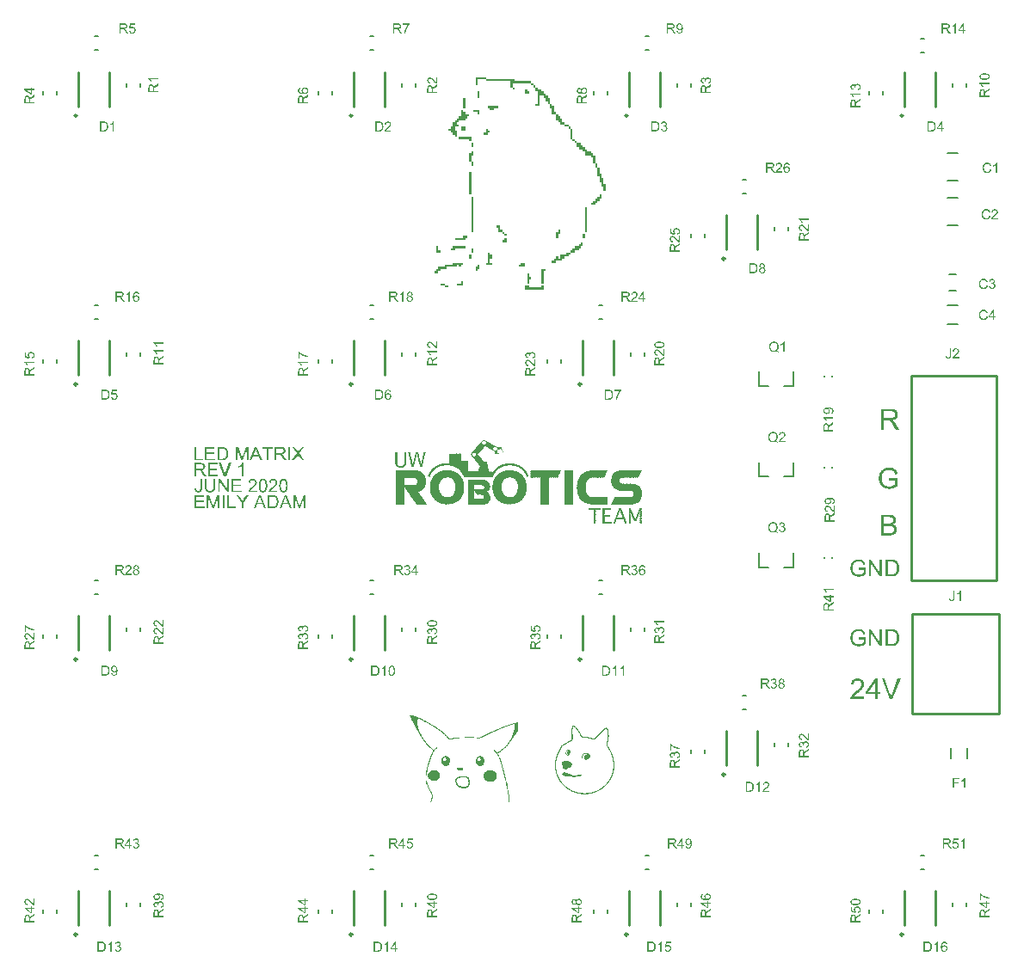
<source format=gto>
G04*
G04 #@! TF.GenerationSoftware,Altium Limited,Altium Designer,20.1.12 (249)*
G04*
G04 Layer_Color=65535*
%FSAX25Y25*%
%MOIN*%
G70*
G04*
G04 #@! TF.SameCoordinates,CE78A03B-694A-4DC8-B1AE-BFA5CE161D15*
G04*
G04*
G04 #@! TF.FilePolarity,Positive*
G04*
G01*
G75*
%ADD10C,0.00984*%
%ADD11C,0.00600*%
%ADD12C,0.00500*%
%ADD13C,0.01000*%
%ADD14C,0.00787*%
%ADD15C,0.00800*%
G36*
X0202800Y-0038400D02*
X0203600D01*
Y-0039200D01*
X0202000D01*
Y-0038400D01*
Y-0037600D01*
X0202800D01*
Y-0038400D01*
D02*
G37*
G36*
X0184400Y-0039200D02*
Y-0040000D01*
Y-0040800D01*
X0183600D01*
Y-0040000D01*
Y-0039200D01*
Y-0038400D01*
X0184400D01*
Y-0039200D01*
D02*
G37*
G36*
X0178800Y-0041600D02*
Y-0042400D01*
Y-0043200D01*
Y-0044000D01*
Y-0044800D01*
X0178000D01*
Y-0044000D01*
Y-0043200D01*
Y-0042400D01*
Y-0041600D01*
Y-0040800D01*
X0178800D01*
Y-0041600D01*
D02*
G37*
G36*
X0191600Y-0044800D02*
X0190000D01*
Y-0045600D01*
X0188400D01*
Y-0044800D01*
X0187600D01*
Y-0044000D01*
X0191600D01*
Y-0044800D01*
D02*
G37*
G36*
X0184400Y-0046400D02*
Y-0047200D01*
X0183600D01*
Y-0046400D01*
X0182000D01*
Y-0045600D01*
X0184400D01*
Y-0046400D01*
D02*
G37*
G36*
X0178800Y-0052800D02*
Y-0053600D01*
X0177200D01*
Y-0052800D01*
Y-0052000D01*
X0178800D01*
Y-0052800D01*
D02*
G37*
G36*
X0187600Y-0053600D02*
X0188400D01*
Y-0054400D01*
X0187600D01*
Y-0055200D01*
X0186000D01*
Y-0054400D01*
X0186800D01*
Y-0053600D01*
Y-0052800D01*
X0187600D01*
Y-0053600D01*
D02*
G37*
G36*
X0178000Y-0046400D02*
X0178800D01*
Y-0047200D01*
X0180400D01*
Y-0048000D01*
X0179600D01*
Y-0048800D01*
X0178800D01*
Y-0049600D01*
X0176400D01*
Y-0050400D01*
X0175600D01*
Y-0051200D01*
X0176400D01*
Y-0052000D01*
X0174800D01*
Y-0052800D01*
Y-0053600D01*
X0175600D01*
Y-0054400D01*
Y-0055200D01*
Y-0056000D01*
X0174800D01*
Y-0055200D01*
X0174000D01*
Y-0054400D01*
X0173200D01*
Y-0053600D01*
X0172400D01*
Y-0052800D01*
X0173200D01*
Y-0052000D01*
X0174000D01*
Y-0051200D01*
Y-0050400D01*
X0174800D01*
Y-0049600D01*
X0175600D01*
Y-0048800D01*
X0176400D01*
Y-0048000D01*
X0177200D01*
Y-0047200D01*
Y-0046400D01*
Y-0045600D01*
X0178000D01*
Y-0046400D01*
D02*
G37*
G36*
X0181200Y-0056800D02*
Y-0057600D01*
X0180400D01*
Y-0056800D01*
X0176400D01*
Y-0056000D01*
X0181200D01*
Y-0056800D01*
D02*
G37*
G36*
X0182000Y-0059200D02*
Y-0060000D01*
X0181200D01*
Y-0059200D01*
Y-0058400D01*
X0182000D01*
Y-0059200D01*
D02*
G37*
G36*
Y-0062400D02*
Y-0063200D01*
X0181200D01*
Y-0064000D01*
Y-0064800D01*
Y-0065600D01*
X0182000D01*
Y-0066400D01*
Y-0067200D01*
X0181200D01*
Y-0066400D01*
Y-0065600D01*
X0180400D01*
Y-0064800D01*
Y-0064000D01*
Y-0063200D01*
Y-0062400D01*
X0181200D01*
Y-0061600D01*
X0182000D01*
Y-0062400D01*
D02*
G37*
G36*
X0186800Y-0033600D02*
X0198000D01*
Y-0034400D01*
X0204400D01*
Y-0035200D01*
X0205200D01*
Y-0036000D01*
X0206000D01*
Y-0036800D01*
X0206800D01*
Y-0037600D01*
X0208400D01*
Y-0038400D01*
X0209200D01*
Y-0039200D01*
X0210000D01*
Y-0040000D01*
X0210800D01*
Y-0040800D01*
X0211600D01*
Y-0041600D01*
Y-0042400D01*
Y-0043200D01*
X0212400D01*
Y-0044000D01*
X0213200D01*
Y-0044800D01*
Y-0045600D01*
Y-0046400D01*
X0214000D01*
Y-0047200D01*
X0214800D01*
Y-0048000D01*
X0215600D01*
Y-0048800D01*
X0216400D01*
Y-0049600D01*
Y-0050400D01*
X0217200D01*
Y-0051200D01*
X0218800D01*
Y-0052000D01*
X0219600D01*
Y-0052800D01*
X0220400D01*
Y-0053600D01*
Y-0054400D01*
Y-0055200D01*
Y-0056000D01*
Y-0056800D01*
X0221200D01*
Y-0057600D01*
X0222000D01*
Y-0058400D01*
X0223600D01*
Y-0059200D01*
X0224400D01*
Y-0060000D01*
X0225200D01*
Y-0060800D01*
X0226000D01*
Y-0061600D01*
X0227600D01*
Y-0062400D01*
X0228400D01*
Y-0063200D01*
X0229200D01*
Y-0064000D01*
Y-0064800D01*
Y-0065600D01*
Y-0066400D01*
X0230000D01*
Y-0067200D01*
Y-0068000D01*
X0230800D01*
Y-0068800D01*
Y-0069600D01*
Y-0070400D01*
X0231600D01*
Y-0071200D01*
Y-0072000D01*
X0232400D01*
Y-0072800D01*
Y-0073600D01*
Y-0074400D01*
X0233200D01*
Y-0075200D01*
Y-0076000D01*
Y-0076800D01*
X0232400D01*
Y-0076000D01*
Y-0075200D01*
X0231600D01*
Y-0074400D01*
Y-0073600D01*
X0230800D01*
Y-0072800D01*
Y-0072000D01*
Y-0071200D01*
X0230000D01*
Y-0070400D01*
Y-0069600D01*
Y-0068800D01*
Y-0068000D01*
X0229200D01*
Y-0067200D01*
Y-0066400D01*
X0228400D01*
Y-0065600D01*
Y-0064800D01*
Y-0064000D01*
X0227600D01*
Y-0063200D01*
X0225200D01*
Y-0062400D01*
Y-0061600D01*
X0224400D01*
Y-0060800D01*
X0222800D01*
Y-0060000D01*
X0222000D01*
Y-0059200D01*
Y-0058400D01*
X0221200D01*
Y-0057600D01*
X0220400D01*
Y-0056800D01*
X0219600D01*
Y-0056000D01*
Y-0055200D01*
Y-0054400D01*
Y-0053600D01*
Y-0052800D01*
X0218800D01*
Y-0052000D01*
X0217200D01*
Y-0051200D01*
X0215600D01*
Y-0050400D01*
X0214800D01*
Y-0049600D01*
X0214000D01*
Y-0048800D01*
Y-0048000D01*
Y-0047200D01*
X0212400D01*
Y-0046400D01*
Y-0045600D01*
Y-0044800D01*
X0211600D01*
Y-0044000D01*
Y-0043200D01*
X0210800D01*
Y-0042400D01*
X0210000D01*
Y-0041600D01*
Y-0040800D01*
X0209200D01*
Y-0040000D01*
X0207600D01*
Y-0040800D01*
Y-0041600D01*
Y-0042400D01*
Y-0043200D01*
Y-0044000D01*
X0206000D01*
Y-0043200D01*
X0206800D01*
Y-0042400D01*
Y-0041600D01*
Y-0040800D01*
Y-0040000D01*
Y-0039200D01*
Y-0038400D01*
X0206000D01*
Y-0037600D01*
Y-0036800D01*
X0205200D01*
Y-0036000D01*
X0204400D01*
Y-0035200D01*
X0197200D01*
Y-0036000D01*
Y-0036800D01*
X0198000D01*
Y-0037600D01*
X0197200D01*
Y-0036800D01*
X0196400D01*
Y-0036000D01*
Y-0035200D01*
Y-0034400D01*
X0186800D01*
Y-0033600D01*
X0183600D01*
Y-0034400D01*
Y-0035200D01*
Y-0036000D01*
X0182800D01*
Y-0035200D01*
Y-0034400D01*
Y-0033600D01*
Y-0032800D01*
X0186800D01*
Y-0033600D01*
D02*
G37*
G36*
X0181200Y-0070400D02*
Y-0071200D01*
Y-0072000D01*
Y-0072800D01*
Y-0073600D01*
Y-0074400D01*
Y-0075200D01*
Y-0076000D01*
Y-0076800D01*
Y-0077600D01*
Y-0078400D01*
X0180400D01*
Y-0077600D01*
Y-0076800D01*
Y-0076000D01*
Y-0075200D01*
Y-0074400D01*
Y-0073600D01*
Y-0072800D01*
Y-0072000D01*
Y-0071200D01*
Y-0070400D01*
Y-0069600D01*
X0181200D01*
Y-0070400D01*
D02*
G37*
G36*
X0231600Y-0079200D02*
Y-0080000D01*
X0230800D01*
Y-0080800D01*
X0230000D01*
Y-0081600D01*
X0229200D01*
Y-0082400D01*
X0227600D01*
Y-0081600D01*
X0228400D01*
Y-0080800D01*
X0229200D01*
Y-0080000D01*
X0230000D01*
Y-0079200D01*
X0230800D01*
Y-0078400D01*
X0231600D01*
Y-0079200D01*
D02*
G37*
G36*
X0226000Y-0084000D02*
Y-0084800D01*
Y-0085600D01*
Y-0086400D01*
Y-0087200D01*
Y-0088000D01*
Y-0088800D01*
Y-0089600D01*
Y-0090400D01*
Y-0091200D01*
Y-0092000D01*
Y-0092800D01*
X0225200D01*
Y-0092000D01*
Y-0091200D01*
Y-0090400D01*
Y-0089600D01*
Y-0088800D01*
Y-0088000D01*
Y-0087200D01*
Y-0086400D01*
Y-0085600D01*
Y-0084800D01*
Y-0084000D01*
Y-0083200D01*
X0226000D01*
Y-0084000D01*
D02*
G37*
G36*
X0182000Y-0080000D02*
Y-0080800D01*
Y-0081600D01*
Y-0082400D01*
Y-0083200D01*
Y-0084000D01*
Y-0084800D01*
Y-0085600D01*
Y-0086400D01*
Y-0087200D01*
Y-0088000D01*
Y-0088800D01*
Y-0089600D01*
Y-0090400D01*
Y-0091200D01*
Y-0092000D01*
Y-0092800D01*
X0181200D01*
Y-0092000D01*
Y-0091200D01*
Y-0090400D01*
Y-0089600D01*
Y-0088800D01*
Y-0088000D01*
Y-0087200D01*
Y-0086400D01*
Y-0085600D01*
Y-0084800D01*
Y-0084000D01*
Y-0083200D01*
Y-0082400D01*
Y-0081600D01*
Y-0080800D01*
Y-0080000D01*
Y-0079200D01*
X0182000D01*
Y-0080000D01*
D02*
G37*
G36*
X0192400Y-0091200D02*
Y-0092000D01*
X0193200D01*
Y-0092800D01*
X0194000D01*
Y-0093600D01*
X0194800D01*
Y-0094400D01*
X0194000D01*
Y-0093600D01*
X0193200D01*
Y-0092800D01*
X0191600D01*
Y-0092000D01*
Y-0091200D01*
X0190800D01*
Y-0090400D01*
X0192400D01*
Y-0091200D01*
D02*
G37*
G36*
X0225200Y-0094400D02*
Y-0095200D01*
X0224400D01*
Y-0094400D01*
Y-0093600D01*
X0225200D01*
Y-0094400D01*
D02*
G37*
G36*
X0215600Y-0092800D02*
Y-0093600D01*
X0214800D01*
Y-0094400D01*
Y-0095200D01*
X0214000D01*
Y-0094400D01*
Y-0093600D01*
Y-0092800D01*
X0214800D01*
Y-0092000D01*
X0215600D01*
Y-0092800D01*
D02*
G37*
G36*
X0179600Y-0095200D02*
X0178800D01*
Y-0096000D01*
X0174800D01*
Y-0095200D01*
X0178000D01*
Y-0094400D01*
X0179600D01*
Y-0095200D01*
D02*
G37*
G36*
X0194800Y-0096000D02*
Y-0096800D01*
X0193200D01*
Y-0096000D01*
X0194000D01*
Y-0095200D01*
X0194800D01*
Y-0096000D01*
D02*
G37*
G36*
X0178800Y-0099200D02*
X0174800D01*
Y-0100000D01*
X0173200D01*
Y-0099200D01*
X0174000D01*
Y-0098400D01*
X0178800D01*
Y-0099200D01*
D02*
G37*
G36*
X0224400Y-0097600D02*
Y-0098400D01*
X0223600D01*
Y-0099200D01*
X0222800D01*
Y-0100000D01*
X0221200D01*
Y-0100800D01*
X0219600D01*
Y-0100000D01*
X0220400D01*
Y-0099200D01*
X0221200D01*
Y-0098400D01*
X0222800D01*
Y-0097600D01*
X0223600D01*
Y-0096800D01*
X0224400D01*
Y-0097600D01*
D02*
G37*
G36*
X0182000Y-0100000D02*
Y-0100800D01*
X0181200D01*
Y-0100000D01*
Y-0099200D01*
X0182000D01*
Y-0100000D01*
D02*
G37*
G36*
X0168400Y-0099200D02*
Y-0100000D01*
X0169200D01*
Y-0100800D01*
X0167600D01*
Y-0100000D01*
Y-0099200D01*
Y-0098400D01*
X0168400D01*
Y-0099200D01*
D02*
G37*
G36*
X0219600Y-0101600D02*
X0218800D01*
Y-0102400D01*
X0217200D01*
Y-0103200D01*
X0216400D01*
Y-0104000D01*
X0214000D01*
Y-0104800D01*
X0212400D01*
Y-0104000D01*
X0213200D01*
Y-0103200D01*
X0214000D01*
Y-0102400D01*
X0214800D01*
Y-0103200D01*
X0215600D01*
Y-0102400D01*
Y-0101600D01*
X0218000D01*
Y-0100800D01*
X0219600D01*
Y-0101600D01*
D02*
G37*
G36*
X0181200Y-0102400D02*
Y-0103200D01*
X0180400D01*
Y-0102400D01*
Y-0101600D01*
X0181200D01*
Y-0102400D01*
D02*
G37*
G36*
X0188400Y-0101600D02*
X0189200D01*
Y-0102400D01*
Y-0103200D01*
X0188400D01*
Y-0104000D01*
Y-0104800D01*
X0189200D01*
Y-0105600D01*
X0186800D01*
Y-0104800D01*
X0187600D01*
Y-0104000D01*
Y-0103200D01*
Y-0102400D01*
Y-0101600D01*
Y-0100800D01*
X0188400D01*
Y-0101600D01*
D02*
G37*
G36*
X0202000Y-0105600D02*
Y-0106400D01*
X0199600D01*
Y-0105600D01*
X0200400D01*
Y-0104800D01*
X0202000D01*
Y-0105600D01*
D02*
G37*
G36*
X0178000D02*
X0177200D01*
Y-0106400D01*
X0176400D01*
Y-0105600D01*
X0175600D01*
Y-0106400D01*
X0171600D01*
Y-0107200D01*
X0169200D01*
Y-0108000D01*
X0168400D01*
Y-0108800D01*
X0166800D01*
Y-0108000D01*
X0167600D01*
Y-0107200D01*
X0168400D01*
Y-0106400D01*
X0170800D01*
Y-0105600D01*
X0174000D01*
Y-0104800D01*
X0178000D01*
Y-0105600D01*
D02*
G37*
G36*
X0184400Y-0106400D02*
Y-0107200D01*
X0183600D01*
Y-0108000D01*
X0182800D01*
Y-0107200D01*
Y-0106400D01*
X0183600D01*
Y-0105600D01*
X0184400D01*
Y-0106400D01*
D02*
G37*
G36*
X0210000Y-0108000D02*
X0209200D01*
Y-0108800D01*
Y-0109600D01*
Y-0110400D01*
Y-0111200D01*
Y-0112000D01*
Y-0112800D01*
X0208400D01*
Y-0112000D01*
Y-0111200D01*
Y-0110400D01*
Y-0109600D01*
Y-0108800D01*
Y-0108000D01*
Y-0107200D01*
X0210000D01*
Y-0108000D01*
D02*
G37*
G36*
X0203600Y-0109600D02*
Y-0110400D01*
X0204400D01*
Y-0111200D01*
X0203600D01*
Y-0112000D01*
Y-0112800D01*
X0202800D01*
Y-0112000D01*
Y-0111200D01*
Y-0110400D01*
Y-0109600D01*
Y-0108800D01*
X0203600D01*
Y-0109600D01*
D02*
G37*
G36*
X0178000Y-0112800D02*
Y-0113600D01*
X0175600D01*
Y-0112800D01*
X0177200D01*
Y-0112000D01*
X0178000D01*
Y-0112800D01*
D02*
G37*
G36*
X0209200Y-0114400D02*
Y-0115200D01*
X0202000D01*
Y-0114400D01*
Y-0113600D01*
X0203600D01*
Y-0114400D01*
X0208400D01*
Y-0113600D01*
X0209200D01*
Y-0114400D01*
D02*
G37*
G36*
X0170800Y-0113600D02*
X0172400D01*
Y-0114400D01*
X0170800D01*
Y-0113600D01*
X0169200D01*
Y-0112800D01*
X0170800D01*
Y-0113600D01*
D02*
G37*
G36*
X0186429Y-0173716D02*
X0186495D01*
Y-0173782D01*
X0186693D01*
Y-0173848D01*
X0186759D01*
Y-0173914D01*
X0186957D01*
Y-0173980D01*
X0187023D01*
Y-0174046D01*
X0187089D01*
Y-0174111D01*
X0187155D01*
Y-0174178D01*
X0187353D01*
Y-0174243D01*
X0187419D01*
Y-0174309D01*
X0187617D01*
Y-0174375D01*
X0187683D01*
Y-0174441D01*
X0187881D01*
Y-0174507D01*
X0187947D01*
Y-0174573D01*
X0188145D01*
Y-0174639D01*
X0188210D01*
Y-0174705D01*
X0188408D01*
Y-0174771D01*
X0188474D01*
Y-0174837D01*
X0188540D01*
Y-0174903D01*
X0188606D01*
Y-0174969D01*
X0188672D01*
Y-0174903D01*
X0188738D01*
Y-0174969D01*
X0188804D01*
Y-0175035D01*
X0188870D01*
Y-0175101D01*
X0189068D01*
Y-0175167D01*
X0189134D01*
Y-0175233D01*
X0189332D01*
Y-0175299D01*
X0189398D01*
Y-0175365D01*
X0189596D01*
Y-0175431D01*
X0189662D01*
Y-0175497D01*
X0189860D01*
Y-0175563D01*
X0189926D01*
Y-0175629D01*
X0190058D01*
Y-0175695D01*
Y-0175761D01*
X0190123D01*
Y-0175695D01*
X0190189D01*
Y-0175761D01*
X0190255D01*
Y-0175827D01*
X0190321D01*
Y-0175761D01*
X0190387D01*
Y-0175827D01*
X0190453D01*
Y-0175893D01*
X0190519D01*
Y-0175959D01*
X0190585D01*
Y-0176024D01*
X0190783D01*
Y-0176091D01*
X0190849D01*
Y-0176156D01*
X0191047D01*
Y-0176222D01*
X0191113D01*
Y-0176288D01*
X0191311D01*
Y-0176354D01*
X0191245D01*
Y-0176420D01*
X0191311D01*
Y-0176486D01*
X0191377D01*
Y-0176420D01*
X0191839D01*
Y-0176354D01*
X0191904D01*
Y-0176420D01*
X0191971D01*
Y-0176354D01*
X0192036D01*
Y-0176420D01*
X0192102D01*
Y-0176354D01*
X0192168D01*
Y-0176420D01*
X0192234D01*
Y-0176354D01*
X0192300D01*
Y-0176420D01*
X0192366D01*
Y-0176354D01*
X0192432D01*
Y-0176288D01*
X0192498D01*
Y-0176354D01*
X0192564D01*
Y-0176288D01*
X0192630D01*
Y-0176354D01*
X0192696D01*
Y-0176420D01*
X0192762D01*
Y-0176486D01*
X0192828D01*
Y-0176552D01*
Y-0176618D01*
Y-0176684D01*
X0192894D01*
Y-0176750D01*
Y-0176816D01*
Y-0176882D01*
X0192960D01*
Y-0176948D01*
X0193026D01*
Y-0177014D01*
X0192960D01*
Y-0177080D01*
X0193026D01*
Y-0177146D01*
X0193092D01*
Y-0177212D01*
X0193158D01*
Y-0177278D01*
X0193092D01*
Y-0177344D01*
X0193158D01*
Y-0177410D01*
X0193224D01*
Y-0177476D01*
Y-0177542D01*
Y-0177608D01*
X0193290D01*
Y-0177674D01*
X0193356D01*
Y-0177740D01*
X0193290D01*
Y-0177805D01*
X0193356D01*
Y-0177872D01*
X0193422D01*
Y-0177937D01*
X0193356D01*
Y-0178003D01*
X0193422D01*
Y-0178069D01*
X0193488D01*
Y-0178135D01*
X0193554D01*
Y-0178201D01*
X0193488D01*
Y-0178267D01*
X0193554D01*
Y-0178333D01*
X0193488D01*
Y-0178267D01*
X0193422D01*
Y-0178201D01*
X0193356D01*
Y-0178135D01*
Y-0178069D01*
X0193224D01*
Y-0178003D01*
Y-0177937D01*
X0193158D01*
Y-0177872D01*
Y-0177805D01*
X0193092D01*
Y-0177740D01*
X0193026D01*
Y-0177674D01*
X0192960D01*
Y-0177608D01*
X0192894D01*
Y-0177542D01*
X0192828D01*
Y-0177476D01*
X0192762D01*
Y-0177410D01*
X0192696D01*
Y-0177344D01*
X0192630D01*
Y-0177278D01*
X0192564D01*
Y-0177212D01*
X0192630D01*
Y-0177146D01*
X0192432D01*
Y-0177080D01*
X0192498D01*
Y-0177014D01*
X0192168D01*
Y-0177080D01*
X0192102D01*
Y-0177146D01*
X0191904D01*
Y-0177212D01*
X0191839D01*
Y-0177146D01*
X0191773D01*
Y-0177212D01*
X0191707D01*
Y-0177278D01*
X0191509D01*
Y-0177344D01*
X0191443D01*
Y-0177410D01*
X0191245D01*
Y-0177476D01*
Y-0177542D01*
Y-0177608D01*
Y-0177674D01*
Y-0177740D01*
X0191179D01*
Y-0177805D01*
Y-0177872D01*
Y-0177937D01*
Y-0178003D01*
Y-0178069D01*
X0191113D01*
Y-0178135D01*
X0191179D01*
Y-0178201D01*
X0191113D01*
Y-0178267D01*
X0191179D01*
Y-0178333D01*
X0191113D01*
Y-0178399D01*
X0191179D01*
Y-0178465D01*
X0191113D01*
Y-0178531D01*
Y-0178597D01*
Y-0178663D01*
X0191443D01*
Y-0178729D01*
X0191641D01*
Y-0178795D01*
X0191839D01*
Y-0178861D01*
X0191904D01*
Y-0178795D01*
X0191971D01*
Y-0178861D01*
X0192036D01*
Y-0178927D01*
X0192102D01*
Y-0178861D01*
X0192168D01*
Y-0178927D01*
X0192366D01*
Y-0178993D01*
X0192432D01*
Y-0178927D01*
X0192498D01*
Y-0178993D01*
X0192564D01*
Y-0179059D01*
X0192762D01*
Y-0179125D01*
X0191377D01*
Y-0179059D01*
X0191311D01*
Y-0179125D01*
X0191245D01*
Y-0179059D01*
X0191179D01*
Y-0179125D01*
X0191113D01*
Y-0179059D01*
X0191047D01*
Y-0179125D01*
X0190981D01*
Y-0179059D01*
X0190915D01*
Y-0179125D01*
X0190849D01*
Y-0179059D01*
X0190783D01*
Y-0179125D01*
X0190717D01*
Y-0179059D01*
X0190651D01*
Y-0179125D01*
X0190585D01*
Y-0179059D01*
X0190519D01*
Y-0178993D01*
X0190453D01*
Y-0178927D01*
Y-0178861D01*
X0190387D01*
Y-0178795D01*
Y-0178729D01*
X0190321D01*
Y-0178663D01*
X0190387D01*
Y-0178597D01*
X0190321D01*
Y-0178531D01*
X0190255D01*
Y-0178465D01*
X0190189D01*
Y-0178399D01*
X0190255D01*
Y-0178333D01*
X0190189D01*
Y-0178267D01*
X0190123D01*
Y-0178201D01*
X0190058D01*
Y-0178135D01*
X0190123D01*
Y-0178069D01*
X0190058D01*
Y-0178003D01*
Y-0177937D01*
X0189991D01*
Y-0177872D01*
Y-0177805D01*
X0189794D01*
Y-0177740D01*
X0189728D01*
Y-0177674D01*
X0189530D01*
Y-0177608D01*
X0189464D01*
Y-0177542D01*
X0189266D01*
Y-0177476D01*
X0189200D01*
Y-0177410D01*
X0189002D01*
Y-0177344D01*
X0188936D01*
Y-0177278D01*
X0188870D01*
Y-0177212D01*
X0188738D01*
Y-0177146D01*
X0188606D01*
Y-0177080D01*
X0188540D01*
Y-0177014D01*
X0188342D01*
Y-0176948D01*
X0188276D01*
Y-0176882D01*
X0188078D01*
Y-0176816D01*
X0188013D01*
Y-0176750D01*
X0187815D01*
Y-0176684D01*
X0187749D01*
Y-0176618D01*
X0187683D01*
Y-0176552D01*
X0187617D01*
Y-0176486D01*
X0187419D01*
Y-0176420D01*
X0187353D01*
Y-0176354D01*
X0187155D01*
Y-0176288D01*
X0187089D01*
Y-0176222D01*
X0186891D01*
Y-0176156D01*
X0186825D01*
Y-0176091D01*
X0186627D01*
Y-0176024D01*
X0186561D01*
Y-0175959D01*
X0186363D01*
Y-0176024D01*
X0186429D01*
Y-0176091D01*
X0186298D01*
Y-0176156D01*
Y-0176222D01*
X0186232D01*
Y-0176288D01*
X0186165D01*
Y-0176354D01*
X0186100D01*
Y-0176420D01*
X0186034D01*
Y-0176486D01*
X0185968D01*
Y-0176552D01*
Y-0176618D01*
X0185902D01*
Y-0176684D01*
X0185836D01*
Y-0176750D01*
X0185770D01*
Y-0176816D01*
Y-0176882D01*
X0185704D01*
Y-0176948D01*
X0185638D01*
Y-0177014D01*
X0185572D01*
Y-0177080D01*
X0185506D01*
Y-0177146D01*
X0185440D01*
Y-0177212D01*
X0185374D01*
Y-0177278D01*
X0185308D01*
Y-0177344D01*
X0185242D01*
Y-0177410D01*
X0185176D01*
Y-0177476D01*
X0185110D01*
Y-0177542D01*
X0185044D01*
Y-0177608D01*
X0184978D01*
Y-0177674D01*
X0184912D01*
Y-0177740D01*
Y-0177805D01*
X0184780D01*
Y-0177872D01*
X0184846D01*
Y-0177937D01*
X0184648D01*
Y-0178003D01*
X0184714D01*
Y-0178069D01*
X0184582D01*
Y-0178135D01*
Y-0178201D01*
X0184516D01*
Y-0178267D01*
X0184450D01*
Y-0178333D01*
X0184385D01*
Y-0178399D01*
X0184318D01*
Y-0178465D01*
X0184253D01*
Y-0178531D01*
Y-0178597D01*
X0184187D01*
Y-0178663D01*
Y-0178729D01*
X0184121D01*
Y-0178795D01*
X0184055D01*
Y-0178861D01*
X0183989D01*
Y-0178927D01*
X0183923D01*
Y-0178993D01*
X0183857D01*
Y-0179059D01*
X0183791D01*
Y-0179125D01*
X0183725D01*
Y-0179191D01*
X0183791D01*
Y-0179257D01*
X0183857D01*
Y-0179323D01*
X0183923D01*
Y-0179389D01*
X0183989D01*
Y-0179455D01*
X0184055D01*
Y-0179521D01*
X0184121D01*
Y-0179587D01*
X0184187D01*
Y-0179653D01*
Y-0179718D01*
X0184318D01*
Y-0179785D01*
X0184253D01*
Y-0179850D01*
X0184318D01*
Y-0179916D01*
X0184385D01*
Y-0179982D01*
X0184450D01*
Y-0180048D01*
X0184516D01*
Y-0180114D01*
X0184582D01*
Y-0180180D01*
X0184648D01*
Y-0180246D01*
X0184714D01*
Y-0180312D01*
X0184780D01*
Y-0180378D01*
X0184846D01*
Y-0180444D01*
X0184780D01*
Y-0180510D01*
X0184912D01*
Y-0180576D01*
Y-0180642D01*
X0184978D01*
Y-0180708D01*
X0185044D01*
Y-0180774D01*
X0185110D01*
Y-0180840D01*
X0185176D01*
Y-0180906D01*
X0185242D01*
Y-0180972D01*
X0185308D01*
Y-0181038D01*
X0185374D01*
Y-0181104D01*
Y-0181170D01*
X0185506D01*
Y-0181236D01*
X0185440D01*
Y-0181302D01*
X0185506D01*
Y-0181368D01*
X0185572D01*
Y-0181434D01*
X0185638D01*
Y-0181500D01*
X0185704D01*
Y-0181566D01*
X0185770D01*
Y-0181632D01*
X0185836D01*
Y-0181697D01*
X0185902D01*
Y-0181764D01*
X0185836D01*
Y-0181829D01*
X0186034D01*
Y-0181895D01*
Y-0181961D01*
X0186100D01*
Y-0182027D01*
Y-0182093D01*
X0186165D01*
Y-0182027D01*
X0186232D01*
Y-0182093D01*
X0186298D01*
Y-0182027D01*
X0186363D01*
Y-0182093D01*
X0186429D01*
Y-0182027D01*
X0186495D01*
Y-0182093D01*
X0186561D01*
Y-0182027D01*
X0186627D01*
Y-0182093D01*
X0186693D01*
Y-0182027D01*
X0186759D01*
Y-0182093D01*
X0186825D01*
Y-0182027D01*
X0186891D01*
Y-0182093D01*
X0186957D01*
Y-0182027D01*
X0187023D01*
Y-0182093D01*
X0187089D01*
Y-0182159D01*
X0187155D01*
Y-0182225D01*
Y-0182291D01*
Y-0182357D01*
X0187221D01*
Y-0182423D01*
Y-0182489D01*
Y-0182555D01*
Y-0182621D01*
X0187287D01*
Y-0182687D01*
Y-0182753D01*
X0187353D01*
Y-0182819D01*
X0187287D01*
Y-0182885D01*
X0187353D01*
Y-0182951D01*
X0187287D01*
Y-0183017D01*
X0187353D01*
Y-0183083D01*
X0187419D01*
Y-0183149D01*
Y-0183215D01*
Y-0183281D01*
X0187485D01*
Y-0183347D01*
X0187419D01*
Y-0183413D01*
X0187485D01*
Y-0183478D01*
Y-0183545D01*
Y-0183610D01*
X0187551D01*
Y-0183676D01*
Y-0183742D01*
Y-0183808D01*
X0187617D01*
Y-0183874D01*
X0187551D01*
Y-0183940D01*
X0187617D01*
Y-0184006D01*
Y-0184072D01*
Y-0184138D01*
X0187683D01*
Y-0184204D01*
X0187749D01*
Y-0184270D01*
X0187683D01*
Y-0184336D01*
X0187749D01*
Y-0184402D01*
X0187683D01*
Y-0184468D01*
X0187749D01*
Y-0184534D01*
Y-0184600D01*
Y-0184666D01*
X0187815D01*
Y-0184732D01*
Y-0184798D01*
Y-0184864D01*
X0187881D01*
Y-0184930D01*
X0187815D01*
Y-0184996D01*
X0187881D01*
Y-0185062D01*
Y-0185128D01*
Y-0185194D01*
X0187947D01*
Y-0185260D01*
X0188013D01*
Y-0185326D01*
X0187947D01*
Y-0185391D01*
X0188013D01*
Y-0185458D01*
X0187947D01*
Y-0185523D01*
X0188013D01*
Y-0185589D01*
X0188078D01*
Y-0185655D01*
X0188013D01*
Y-0185721D01*
X0188078D01*
Y-0185787D01*
X0188145D01*
Y-0185853D01*
X0188210D01*
Y-0185787D01*
X0188276D01*
Y-0185853D01*
X0188342D01*
Y-0185787D01*
X0188408D01*
Y-0185853D01*
X0188474D01*
Y-0185787D01*
X0188540D01*
Y-0185853D01*
X0188606D01*
Y-0185787D01*
X0188672D01*
Y-0185853D01*
X0188738D01*
Y-0185787D01*
X0188804D01*
Y-0185853D01*
X0188870D01*
Y-0185787D01*
X0188936D01*
Y-0185853D01*
X0189002D01*
Y-0185787D01*
X0189068D01*
Y-0185853D01*
X0189134D01*
Y-0185787D01*
X0189200D01*
Y-0185853D01*
X0189266D01*
Y-0185787D01*
X0189332D01*
Y-0185853D01*
X0189530D01*
Y-0185787D01*
X0189596D01*
Y-0185853D01*
X0189662D01*
Y-0185787D01*
X0189728D01*
Y-0185721D01*
X0189794D01*
Y-0185655D01*
X0189860D01*
Y-0185589D01*
X0189794D01*
Y-0185523D01*
X0189926D01*
Y-0185458D01*
Y-0185391D01*
X0189991D01*
Y-0185326D01*
X0190058D01*
Y-0185260D01*
X0190123D01*
Y-0185194D01*
X0190189D01*
Y-0185128D01*
X0190255D01*
Y-0185062D01*
X0190321D01*
Y-0184996D01*
X0190387D01*
Y-0184930D01*
X0190453D01*
Y-0184864D01*
X0190519D01*
Y-0184798D01*
Y-0184732D01*
X0190651D01*
Y-0184666D01*
Y-0184600D01*
X0190783D01*
Y-0184534D01*
Y-0184468D01*
X0190915D01*
Y-0184402D01*
X0190981D01*
Y-0184336D01*
X0191047D01*
Y-0184270D01*
X0191113D01*
Y-0184204D01*
X0191179D01*
Y-0184138D01*
X0191245D01*
Y-0184072D01*
X0191311D01*
Y-0184006D01*
X0191377D01*
Y-0183940D01*
X0191575D01*
Y-0183874D01*
X0191641D01*
Y-0183808D01*
X0191707D01*
Y-0183742D01*
X0191773D01*
Y-0183676D01*
X0191971D01*
Y-0183610D01*
X0192036D01*
Y-0183545D01*
X0192234D01*
Y-0183478D01*
X0192300D01*
Y-0183413D01*
X0192498D01*
Y-0183347D01*
X0192564D01*
Y-0183281D01*
X0192762D01*
Y-0183215D01*
X0192828D01*
Y-0183149D01*
X0193026D01*
Y-0183083D01*
X0193092D01*
Y-0183017D01*
X0193158D01*
Y-0183083D01*
X0193224D01*
Y-0183017D01*
X0193290D01*
Y-0182951D01*
X0193356D01*
Y-0183017D01*
X0193422D01*
Y-0182951D01*
X0193488D01*
Y-0182885D01*
X0193554D01*
Y-0182951D01*
X0193620D01*
Y-0182885D01*
X0193817D01*
Y-0182819D01*
X0193884D01*
Y-0182885D01*
X0193949D01*
Y-0182819D01*
X0194015D01*
Y-0182753D01*
X0194081D01*
Y-0182819D01*
X0194147D01*
Y-0182753D01*
X0194345D01*
Y-0182687D01*
X0194411D01*
Y-0182753D01*
X0194477D01*
Y-0182687D01*
X0194543D01*
Y-0182621D01*
X0194609D01*
Y-0182687D01*
X0194675D01*
Y-0182621D01*
X0194741D01*
Y-0182687D01*
X0194807D01*
Y-0182621D01*
X0195533D01*
Y-0182555D01*
X0195599D01*
Y-0182621D01*
X0195797D01*
Y-0182555D01*
X0195862D01*
Y-0182621D01*
X0195928D01*
Y-0182555D01*
X0195994D01*
Y-0182621D01*
X0196060D01*
Y-0182555D01*
X0196126D01*
Y-0182621D01*
X0196192D01*
Y-0182555D01*
X0196258D01*
Y-0182621D01*
X0196324D01*
Y-0182555D01*
X0196390D01*
Y-0182621D01*
X0196588D01*
Y-0182555D01*
X0196654D01*
Y-0182621D01*
X0197248D01*
Y-0182687D01*
X0197314D01*
Y-0182621D01*
X0197380D01*
Y-0182687D01*
X0197446D01*
Y-0182621D01*
X0197511D01*
Y-0182687D01*
X0197578D01*
Y-0182753D01*
X0197643D01*
Y-0182687D01*
X0197709D01*
Y-0182753D01*
X0198039D01*
Y-0182819D01*
X0198105D01*
Y-0182885D01*
X0198171D01*
Y-0182819D01*
X0198237D01*
Y-0182885D01*
X0198435D01*
Y-0182951D01*
X0198501D01*
Y-0182885D01*
X0198567D01*
Y-0182951D01*
X0198633D01*
Y-0183017D01*
X0198699D01*
Y-0182951D01*
X0198765D01*
Y-0183017D01*
X0198963D01*
Y-0183083D01*
X0199029D01*
Y-0183149D01*
X0199227D01*
Y-0183215D01*
X0199293D01*
Y-0183149D01*
X0199359D01*
Y-0183215D01*
X0199425D01*
Y-0183281D01*
X0199622D01*
Y-0183347D01*
X0199688D01*
Y-0183413D01*
X0199886D01*
Y-0183478D01*
X0199952D01*
Y-0183545D01*
X0200084D01*
Y-0183610D01*
Y-0183676D01*
X0200150D01*
Y-0183610D01*
X0200216D01*
Y-0183676D01*
X0200282D01*
Y-0183742D01*
X0200348D01*
Y-0183808D01*
X0200546D01*
Y-0183874D01*
X0200612D01*
Y-0183940D01*
X0200678D01*
Y-0184006D01*
X0200744D01*
Y-0184072D01*
X0200876D01*
Y-0184138D01*
Y-0184204D01*
X0201074D01*
Y-0184270D01*
X0201140D01*
Y-0184336D01*
X0201206D01*
Y-0184402D01*
X0201272D01*
Y-0184468D01*
X0201338D01*
Y-0184534D01*
X0201403D01*
Y-0184600D01*
X0201469D01*
Y-0184666D01*
X0201535D01*
Y-0184732D01*
X0201601D01*
Y-0184798D01*
X0201667D01*
Y-0184864D01*
X0201733D01*
Y-0184930D01*
X0201799D01*
Y-0184996D01*
X0201865D01*
Y-0185062D01*
X0201931D01*
Y-0185128D01*
X0201997D01*
Y-0185194D01*
Y-0185260D01*
X0202129D01*
Y-0185326D01*
Y-0185391D01*
X0202195D01*
Y-0185458D01*
Y-0185523D01*
X0202261D01*
Y-0185589D01*
X0202327D01*
Y-0185655D01*
X0202393D01*
Y-0185721D01*
X0202459D01*
Y-0185787D01*
X0202525D01*
Y-0185853D01*
Y-0185919D01*
Y-0185985D01*
X0202591D01*
Y-0186051D01*
X0202657D01*
Y-0186117D01*
X0202723D01*
Y-0186183D01*
Y-0186249D01*
Y-0186315D01*
X0202789D01*
Y-0186381D01*
X0202855D01*
Y-0186447D01*
X0202921D01*
Y-0186513D01*
X0202855D01*
Y-0186579D01*
X0202921D01*
Y-0186645D01*
X0202987D01*
Y-0186711D01*
X0203053D01*
Y-0186777D01*
X0202987D01*
Y-0186843D01*
X0203053D01*
Y-0186909D01*
X0203119D01*
Y-0186975D01*
X0203185D01*
Y-0187041D01*
X0203119D01*
Y-0187107D01*
X0203185D01*
Y-0187173D01*
X0203251D01*
Y-0187239D01*
Y-0187304D01*
Y-0187371D01*
X0203316D01*
Y-0187436D01*
Y-0187502D01*
Y-0187568D01*
X0203382D01*
Y-0187634D01*
X0203316D01*
Y-0187700D01*
X0203119D01*
Y-0187766D01*
X0202921D01*
Y-0187832D01*
X0202855D01*
Y-0187766D01*
X0202789D01*
Y-0187832D01*
X0202591D01*
Y-0187766D01*
Y-0187700D01*
Y-0187634D01*
X0202525D01*
Y-0187568D01*
X0202459D01*
Y-0187502D01*
X0202525D01*
Y-0187436D01*
X0202459D01*
Y-0187371D01*
X0202393D01*
Y-0187304D01*
X0202327D01*
Y-0187239D01*
X0202393D01*
Y-0187173D01*
X0202327D01*
Y-0187107D01*
Y-0187041D01*
X0202261D01*
Y-0186975D01*
Y-0186909D01*
X0202195D01*
Y-0186843D01*
X0202129D01*
Y-0186777D01*
X0202063D01*
Y-0186711D01*
X0202129D01*
Y-0186645D01*
X0202063D01*
Y-0186579D01*
X0201997D01*
Y-0186513D01*
X0201931D01*
Y-0186447D01*
Y-0186381D01*
X0201865D01*
Y-0186315D01*
Y-0186249D01*
X0201799D01*
Y-0186183D01*
X0201733D01*
Y-0186117D01*
X0201667D01*
Y-0186051D01*
X0201601D01*
Y-0185985D01*
X0201535D01*
Y-0185919D01*
X0201601D01*
Y-0185853D01*
X0201469D01*
Y-0185787D01*
Y-0185721D01*
X0201403D01*
Y-0185655D01*
X0201338D01*
Y-0185589D01*
X0201272D01*
Y-0185523D01*
X0201206D01*
Y-0185458D01*
X0201140D01*
Y-0185391D01*
X0201074D01*
Y-0185326D01*
X0201008D01*
Y-0185260D01*
X0200942D01*
Y-0185194D01*
X0200876D01*
Y-0185128D01*
X0200810D01*
Y-0185062D01*
X0200744D01*
Y-0184996D01*
X0200678D01*
Y-0184930D01*
X0200612D01*
Y-0184864D01*
X0200546D01*
Y-0184798D01*
X0200348D01*
Y-0184732D01*
X0200282D01*
Y-0184666D01*
X0200216D01*
Y-0184600D01*
X0200150D01*
Y-0184534D01*
X0200084D01*
Y-0184468D01*
X0200018D01*
Y-0184402D01*
X0199820D01*
Y-0184336D01*
X0199754D01*
Y-0184270D01*
X0199557D01*
Y-0184204D01*
X0199490D01*
Y-0184138D01*
X0199425D01*
Y-0184072D01*
X0199227D01*
Y-0184006D01*
X0199029D01*
Y-0183940D01*
X0198963D01*
Y-0183874D01*
X0198765D01*
Y-0183808D01*
X0198699D01*
Y-0183742D01*
X0198633D01*
Y-0183808D01*
X0198567D01*
Y-0183742D01*
X0198369D01*
Y-0183676D01*
X0198303D01*
Y-0183610D01*
X0198237D01*
Y-0183676D01*
X0198303D01*
Y-0183742D01*
X0198237D01*
Y-0183676D01*
X0198171D01*
Y-0183610D01*
X0197973D01*
Y-0183545D01*
X0197907D01*
Y-0183610D01*
X0197841D01*
Y-0183545D01*
X0197643D01*
Y-0183478D01*
X0197578D01*
Y-0183545D01*
X0197511D01*
Y-0183478D01*
X0197182D01*
Y-0183413D01*
X0197116D01*
Y-0183478D01*
X0197050D01*
Y-0183413D01*
X0196984D01*
Y-0183478D01*
X0196918D01*
Y-0183413D01*
X0196852D01*
Y-0183347D01*
X0196786D01*
Y-0183413D01*
X0196720D01*
Y-0183347D01*
X0196654D01*
Y-0183413D01*
X0196588D01*
Y-0183347D01*
X0196522D01*
Y-0183413D01*
X0196456D01*
Y-0183347D01*
X0196390D01*
Y-0183413D01*
X0196324D01*
Y-0183347D01*
X0196258D01*
Y-0183413D01*
X0196192D01*
Y-0183347D01*
X0196126D01*
Y-0183413D01*
X0196060D01*
Y-0183347D01*
X0195862D01*
Y-0183413D01*
X0195797D01*
Y-0183347D01*
X0195730D01*
Y-0183413D01*
X0195665D01*
Y-0183347D01*
X0195599D01*
Y-0183413D01*
X0195533D01*
Y-0183347D01*
X0195467D01*
Y-0183413D01*
X0195401D01*
Y-0183347D01*
X0195335D01*
Y-0183413D01*
X0195137D01*
Y-0183478D01*
X0195071D01*
Y-0183413D01*
X0195005D01*
Y-0183478D01*
X0194411D01*
Y-0183545D01*
X0194213D01*
Y-0183610D01*
X0194147D01*
Y-0183545D01*
X0194081D01*
Y-0183610D01*
X0193884D01*
Y-0183676D01*
X0193817D01*
Y-0183742D01*
X0193752D01*
Y-0183676D01*
X0193686D01*
Y-0183742D01*
X0193488D01*
Y-0183808D01*
X0193422D01*
Y-0183874D01*
X0193356D01*
Y-0183808D01*
X0193290D01*
Y-0183874D01*
X0193092D01*
Y-0183940D01*
X0193026D01*
Y-0184006D01*
X0192828D01*
Y-0184072D01*
X0192762D01*
Y-0184138D01*
X0192564D01*
Y-0184204D01*
X0192498D01*
Y-0184270D01*
X0192300D01*
Y-0184336D01*
X0192234D01*
Y-0184402D01*
X0192168D01*
Y-0184468D01*
X0192102D01*
Y-0184534D01*
X0191904D01*
Y-0184600D01*
Y-0184666D01*
X0191773D01*
Y-0184732D01*
X0191707D01*
Y-0184798D01*
X0191641D01*
Y-0184864D01*
X0191575D01*
Y-0184930D01*
X0191377D01*
Y-0184996D01*
X0191443D01*
Y-0185062D01*
X0191245D01*
Y-0185128D01*
X0191311D01*
Y-0185194D01*
X0191113D01*
Y-0185260D01*
X0191179D01*
Y-0185326D01*
X0190981D01*
Y-0185391D01*
X0191047D01*
Y-0185458D01*
X0190849D01*
Y-0185523D01*
X0190915D01*
Y-0185589D01*
X0190849D01*
Y-0185655D01*
X0190783D01*
Y-0185721D01*
X0190717D01*
Y-0185787D01*
X0190651D01*
Y-0185853D01*
X0190585D01*
Y-0185919D01*
X0190519D01*
Y-0185985D01*
X0190453D01*
Y-0186051D01*
Y-0186117D01*
Y-0186183D01*
X0190387D01*
Y-0186249D01*
X0190321D01*
Y-0186315D01*
X0190255D01*
Y-0186381D01*
X0190189D01*
Y-0186447D01*
Y-0186513D01*
X0190123D01*
Y-0186579D01*
Y-0186645D01*
X0190058D01*
Y-0186711D01*
Y-0186777D01*
X0189991D01*
Y-0186843D01*
Y-0186909D01*
X0189926D01*
Y-0186975D01*
X0189860D01*
Y-0187041D01*
X0189794D01*
Y-0187107D01*
X0189860D01*
Y-0187173D01*
X0189794D01*
Y-0187239D01*
Y-0187304D01*
X0189728D01*
Y-0187371D01*
Y-0187436D01*
X0189662D01*
Y-0187502D01*
Y-0187568D01*
Y-0187634D01*
X0189596D01*
Y-0187700D01*
Y-0187766D01*
Y-0187832D01*
X0189530D01*
Y-0187898D01*
X0189464D01*
Y-0187832D01*
X0189398D01*
Y-0187898D01*
X0189332D01*
Y-0187832D01*
X0189266D01*
Y-0187898D01*
X0189200D01*
Y-0187832D01*
X0189134D01*
Y-0187898D01*
X0189068D01*
Y-0187832D01*
X0189002D01*
Y-0187898D01*
X0188936D01*
Y-0187832D01*
X0188870D01*
Y-0187898D01*
X0188804D01*
Y-0187832D01*
X0188738D01*
Y-0187898D01*
X0188672D01*
Y-0187832D01*
X0188606D01*
Y-0187898D01*
X0188540D01*
Y-0187832D01*
X0188474D01*
Y-0187898D01*
X0188408D01*
Y-0187832D01*
X0188342D01*
Y-0187898D01*
X0188276D01*
Y-0187832D01*
X0188210D01*
Y-0187898D01*
X0188145D01*
Y-0187832D01*
X0188078D01*
Y-0187898D01*
X0188013D01*
Y-0187832D01*
X0187947D01*
Y-0187898D01*
X0187881D01*
Y-0187832D01*
X0187815D01*
Y-0187898D01*
X0187749D01*
Y-0187832D01*
X0187683D01*
Y-0187898D01*
X0187617D01*
Y-0187832D01*
X0187551D01*
Y-0187898D01*
X0187485D01*
Y-0187832D01*
X0187419D01*
Y-0187898D01*
X0187353D01*
Y-0187832D01*
X0187287D01*
Y-0187898D01*
X0187221D01*
Y-0187832D01*
X0187155D01*
Y-0187898D01*
X0187089D01*
Y-0187832D01*
X0187023D01*
Y-0187898D01*
X0186957D01*
Y-0187832D01*
X0186891D01*
Y-0187898D01*
X0186825D01*
Y-0187832D01*
X0186759D01*
Y-0187898D01*
X0186693D01*
Y-0187832D01*
X0186627D01*
Y-0187898D01*
X0186561D01*
Y-0187832D01*
X0186495D01*
Y-0187898D01*
X0186429D01*
Y-0187832D01*
X0186363D01*
Y-0187898D01*
X0186298D01*
Y-0187832D01*
X0186232D01*
Y-0187898D01*
X0186165D01*
Y-0187832D01*
X0186100D01*
Y-0187898D01*
X0186034D01*
Y-0187832D01*
X0185968D01*
Y-0187898D01*
X0185902D01*
Y-0187832D01*
X0185836D01*
Y-0187898D01*
X0185770D01*
Y-0187832D01*
X0185704D01*
Y-0187898D01*
X0185638D01*
Y-0187832D01*
X0185572D01*
Y-0187898D01*
X0185506D01*
Y-0187832D01*
X0185440D01*
Y-0187898D01*
X0185374D01*
Y-0187832D01*
X0185308D01*
Y-0187898D01*
X0185242D01*
Y-0187832D01*
X0185176D01*
Y-0187898D01*
X0185110D01*
Y-0187832D01*
X0185044D01*
Y-0187898D01*
X0184978D01*
Y-0187832D01*
X0184912D01*
Y-0187898D01*
X0184846D01*
Y-0187832D01*
X0184780D01*
Y-0187898D01*
X0184714D01*
Y-0187832D01*
X0184648D01*
Y-0187898D01*
X0184582D01*
Y-0187832D01*
X0184516D01*
Y-0187898D01*
X0184450D01*
Y-0187832D01*
X0184385D01*
Y-0187898D01*
X0184318D01*
Y-0187832D01*
X0184253D01*
Y-0187898D01*
X0184187D01*
Y-0187832D01*
X0183989D01*
Y-0187898D01*
X0183923D01*
Y-0187832D01*
X0183857D01*
Y-0187898D01*
X0183791D01*
Y-0187832D01*
X0183725D01*
Y-0187898D01*
X0183659D01*
Y-0187832D01*
X0183461D01*
Y-0187898D01*
X0183395D01*
Y-0187832D01*
X0183329D01*
Y-0187898D01*
X0183263D01*
Y-0187832D01*
X0183197D01*
Y-0187898D01*
X0183131D01*
Y-0187832D01*
X0182933D01*
Y-0187898D01*
X0182867D01*
Y-0187832D01*
X0182405D01*
Y-0187898D01*
X0182340D01*
Y-0187832D01*
X0181878D01*
Y-0187898D01*
X0181812D01*
Y-0187832D01*
X0178184D01*
Y-0187766D01*
X0178118D01*
Y-0187700D01*
Y-0187634D01*
Y-0187568D01*
X0178052D01*
Y-0187502D01*
X0178118D01*
Y-0187436D01*
X0178052D01*
Y-0187371D01*
X0177986D01*
Y-0187304D01*
X0177920D01*
Y-0187239D01*
X0177986D01*
Y-0187173D01*
X0177920D01*
Y-0187107D01*
X0177854D01*
Y-0187041D01*
X0177788D01*
Y-0186975D01*
X0177854D01*
Y-0186909D01*
X0177788D01*
Y-0186843D01*
X0177722D01*
Y-0186777D01*
X0177656D01*
Y-0186711D01*
Y-0186645D01*
Y-0186579D01*
X0177590D01*
Y-0186513D01*
X0177524D01*
Y-0186447D01*
X0177458D01*
Y-0186381D01*
X0177392D01*
Y-0186315D01*
X0177458D01*
Y-0186249D01*
X0177392D01*
Y-0186183D01*
X0177326D01*
Y-0186117D01*
X0177260D01*
Y-0186051D01*
X0177194D01*
Y-0185985D01*
X0177128D01*
Y-0185919D01*
Y-0185853D01*
X0177062D01*
Y-0185787D01*
Y-0185721D01*
X0176996D01*
Y-0185655D01*
X0176930D01*
Y-0185589D01*
X0176864D01*
Y-0185523D01*
X0176798D01*
Y-0185458D01*
X0176733D01*
Y-0185391D01*
X0176666D01*
Y-0185326D01*
X0176601D01*
Y-0185260D01*
X0176535D01*
Y-0185194D01*
X0176469D01*
Y-0185128D01*
X0176403D01*
Y-0185062D01*
X0176337D01*
Y-0184996D01*
X0176271D01*
Y-0184930D01*
X0176205D01*
Y-0184864D01*
X0176139D01*
Y-0184798D01*
X0176007D01*
Y-0184732D01*
X0175941D01*
Y-0184666D01*
X0175809D01*
Y-0184600D01*
X0175743D01*
Y-0184534D01*
X0175677D01*
Y-0184468D01*
X0175611D01*
Y-0184402D01*
X0175413D01*
Y-0184336D01*
X0175347D01*
Y-0184270D01*
X0175281D01*
Y-0184204D01*
X0175083D01*
Y-0184138D01*
X0175017D01*
Y-0184072D01*
X0174951D01*
Y-0184006D01*
X0174885D01*
Y-0184072D01*
X0174951D01*
Y-0184138D01*
X0174885D01*
Y-0184072D01*
X0174820D01*
Y-0184006D01*
X0174753D01*
Y-0183940D01*
X0174556D01*
Y-0183874D01*
X0174358D01*
Y-0183808D01*
X0174292D01*
Y-0183742D01*
X0173962D01*
Y-0183676D01*
X0173896D01*
Y-0183610D01*
X0173830D01*
Y-0183676D01*
X0173764D01*
Y-0183610D01*
X0173566D01*
Y-0183545D01*
X0173368D01*
Y-0183478D01*
X0173302D01*
Y-0183545D01*
X0173236D01*
Y-0183478D01*
X0172906D01*
Y-0183413D01*
X0172841D01*
Y-0183478D01*
X0172775D01*
Y-0183413D01*
X0172709D01*
Y-0183347D01*
X0172643D01*
Y-0183413D01*
X0172709D01*
Y-0183478D01*
X0172643D01*
Y-0183413D01*
X0172577D01*
Y-0183347D01*
X0172511D01*
Y-0183413D01*
X0172445D01*
Y-0183347D01*
X0172379D01*
Y-0183413D01*
X0172313D01*
Y-0183347D01*
X0171060D01*
Y-0183413D01*
X0170993D01*
Y-0183347D01*
X0170928D01*
Y-0183413D01*
X0170862D01*
Y-0183347D01*
X0170796D01*
Y-0183413D01*
X0170730D01*
Y-0183347D01*
X0170664D01*
Y-0183413D01*
X0170598D01*
Y-0183347D01*
X0170532D01*
Y-0183413D01*
X0170598D01*
Y-0183478D01*
X0170532D01*
Y-0183413D01*
X0170466D01*
Y-0183478D01*
X0170400D01*
Y-0183413D01*
X0170334D01*
Y-0183478D01*
X0169872D01*
Y-0183545D01*
X0169674D01*
Y-0183610D01*
X0169476D01*
Y-0183676D01*
X0169410D01*
Y-0183610D01*
X0169344D01*
Y-0183676D01*
X0169278D01*
Y-0183742D01*
X0169212D01*
Y-0183676D01*
X0169147D01*
Y-0183742D01*
X0169080D01*
Y-0183808D01*
X0169015D01*
Y-0183742D01*
X0168949D01*
Y-0183808D01*
X0168883D01*
Y-0183874D01*
X0168685D01*
Y-0183940D01*
X0168619D01*
Y-0184006D01*
X0168553D01*
Y-0183940D01*
X0168487D01*
Y-0184006D01*
X0168421D01*
Y-0184072D01*
X0168355D01*
Y-0184006D01*
X0168289D01*
Y-0184072D01*
X0168355D01*
Y-0184138D01*
X0168289D01*
Y-0184072D01*
X0168223D01*
Y-0184138D01*
X0168157D01*
Y-0184204D01*
X0168025D01*
Y-0184270D01*
X0167893D01*
Y-0184336D01*
X0167827D01*
Y-0184402D01*
X0167629D01*
Y-0184468D01*
X0167563D01*
Y-0184534D01*
X0167497D01*
Y-0184600D01*
X0167431D01*
Y-0184666D01*
X0167366D01*
Y-0184732D01*
X0167299D01*
Y-0184798D01*
X0167102D01*
Y-0184864D01*
X0167036D01*
Y-0184930D01*
X0166970D01*
Y-0184996D01*
X0166904D01*
Y-0185062D01*
X0166838D01*
Y-0185128D01*
X0166772D01*
Y-0185194D01*
X0166706D01*
Y-0185260D01*
X0166640D01*
Y-0185326D01*
X0166574D01*
Y-0185391D01*
X0166508D01*
Y-0185458D01*
X0166442D01*
Y-0185523D01*
Y-0185589D01*
X0166310D01*
Y-0185655D01*
Y-0185721D01*
X0166244D01*
Y-0185787D01*
Y-0185853D01*
X0166178D01*
Y-0185919D01*
X0166112D01*
Y-0185985D01*
X0166046D01*
Y-0186051D01*
X0165980D01*
Y-0186117D01*
X0165914D01*
Y-0186183D01*
X0165980D01*
Y-0186249D01*
X0165848D01*
Y-0186315D01*
Y-0186381D01*
X0165782D01*
Y-0186447D01*
X0165716D01*
Y-0186513D01*
X0165650D01*
Y-0186579D01*
X0165716D01*
Y-0186645D01*
X0165650D01*
Y-0186711D01*
X0165584D01*
Y-0186777D01*
X0165518D01*
Y-0186843D01*
X0165584D01*
Y-0186909D01*
X0165518D01*
Y-0186975D01*
X0165453D01*
Y-0187041D01*
X0165386D01*
Y-0187107D01*
Y-0187173D01*
Y-0187239D01*
X0165321D01*
Y-0187304D01*
X0165255D01*
Y-0187371D01*
X0165321D01*
Y-0187436D01*
X0165255D01*
Y-0187502D01*
X0165189D01*
Y-0187568D01*
Y-0187634D01*
Y-0187700D01*
X0165123D01*
Y-0187766D01*
X0165189D01*
Y-0187832D01*
X0164991D01*
Y-0187766D01*
X0164925D01*
Y-0187832D01*
X0164859D01*
Y-0187766D01*
X0164793D01*
Y-0187700D01*
X0164463D01*
Y-0187634D01*
X0164397D01*
Y-0187568D01*
X0164331D01*
Y-0187502D01*
X0164397D01*
Y-0187436D01*
X0164463D01*
Y-0187371D01*
X0164529D01*
Y-0187304D01*
X0164463D01*
Y-0187239D01*
X0164529D01*
Y-0187173D01*
X0164463D01*
Y-0187107D01*
X0164529D01*
Y-0187041D01*
X0164595D01*
Y-0186975D01*
X0164661D01*
Y-0186909D01*
X0164595D01*
Y-0186843D01*
X0164661D01*
Y-0186777D01*
X0164727D01*
Y-0186711D01*
Y-0186645D01*
Y-0186579D01*
X0164793D01*
Y-0186513D01*
X0164859D01*
Y-0186447D01*
X0164925D01*
Y-0186381D01*
X0164859D01*
Y-0186315D01*
X0164925D01*
Y-0186249D01*
X0164991D01*
Y-0186183D01*
X0165057D01*
Y-0186117D01*
X0164991D01*
Y-0186051D01*
X0165123D01*
Y-0185985D01*
Y-0185919D01*
X0165189D01*
Y-0185853D01*
X0165255D01*
Y-0185787D01*
X0165321D01*
Y-0185721D01*
Y-0185655D01*
Y-0185589D01*
X0165386D01*
Y-0185523D01*
X0165453D01*
Y-0185458D01*
X0165518D01*
Y-0185391D01*
X0165584D01*
Y-0185326D01*
Y-0185260D01*
X0165716D01*
Y-0185194D01*
X0165650D01*
Y-0185128D01*
X0165782D01*
Y-0185062D01*
Y-0184996D01*
X0165848D01*
Y-0184930D01*
X0165914D01*
Y-0184864D01*
X0165980D01*
Y-0184798D01*
X0166046D01*
Y-0184732D01*
X0166112D01*
Y-0184666D01*
X0166178D01*
Y-0184600D01*
X0166244D01*
Y-0184534D01*
X0166310D01*
Y-0184468D01*
X0166376D01*
Y-0184402D01*
X0166442D01*
Y-0184336D01*
X0166574D01*
Y-0184270D01*
Y-0184204D01*
X0166772D01*
Y-0184138D01*
X0166838D01*
Y-0184072D01*
X0166904D01*
Y-0184006D01*
X0166970D01*
Y-0183940D01*
X0167036D01*
Y-0183874D01*
X0167102D01*
Y-0183940D01*
X0167168D01*
Y-0183874D01*
X0167102D01*
Y-0183808D01*
X0167299D01*
Y-0183742D01*
X0167366D01*
Y-0183676D01*
X0167431D01*
Y-0183610D01*
X0167497D01*
Y-0183545D01*
X0167695D01*
Y-0183478D01*
X0167761D01*
Y-0183413D01*
X0167959D01*
Y-0183347D01*
X0168025D01*
Y-0183281D01*
X0168223D01*
Y-0183215D01*
X0168289D01*
Y-0183149D01*
X0168355D01*
Y-0183215D01*
X0168421D01*
Y-0183149D01*
X0168487D01*
Y-0183083D01*
X0168553D01*
Y-0183149D01*
X0168619D01*
Y-0183083D01*
X0168685D01*
Y-0183017D01*
X0168883D01*
Y-0182951D01*
X0168949D01*
Y-0182885D01*
X0169015D01*
Y-0182951D01*
X0169080D01*
Y-0182885D01*
X0169278D01*
Y-0182819D01*
X0169344D01*
Y-0182885D01*
X0169410D01*
Y-0182819D01*
X0169476D01*
Y-0182753D01*
X0169542D01*
Y-0182819D01*
X0169608D01*
Y-0182753D01*
X0169806D01*
Y-0182687D01*
X0169872D01*
Y-0182753D01*
X0169938D01*
Y-0182687D01*
X0170004D01*
Y-0182621D01*
X0170070D01*
Y-0182687D01*
X0170268D01*
Y-0182621D01*
X0170730D01*
Y-0182555D01*
X0170796D01*
Y-0182621D01*
X0170862D01*
Y-0182555D01*
X0170928D01*
Y-0182621D01*
X0170993D01*
Y-0182555D01*
X0171060D01*
Y-0182621D01*
X0171125D01*
Y-0182555D01*
X0171323D01*
Y-0182621D01*
X0171389D01*
Y-0182555D01*
X0171587D01*
Y-0182621D01*
X0171653D01*
Y-0182555D01*
X0171851D01*
Y-0182621D01*
X0171917D01*
Y-0182555D01*
X0172115D01*
Y-0182621D01*
X0172181D01*
Y-0182555D01*
X0172247D01*
Y-0182621D01*
X0172313D01*
Y-0182555D01*
X0172379D01*
Y-0182621D01*
X0172577D01*
Y-0182555D01*
Y-0182489D01*
Y-0182423D01*
X0172643D01*
Y-0182357D01*
X0172577D01*
Y-0182291D01*
Y-0182225D01*
Y-0182159D01*
X0172643D01*
Y-0182093D01*
X0172577D01*
Y-0182027D01*
X0172643D01*
Y-0181961D01*
Y-0181895D01*
Y-0181829D01*
Y-0181764D01*
Y-0181697D01*
Y-0181632D01*
Y-0181566D01*
Y-0181500D01*
Y-0181434D01*
Y-0181368D01*
Y-0181302D01*
X0172709D01*
Y-0181236D01*
X0172643D01*
Y-0181170D01*
Y-0181104D01*
Y-0181038D01*
Y-0180972D01*
Y-0180906D01*
Y-0180840D01*
Y-0180774D01*
X0172709D01*
Y-0180708D01*
X0172643D01*
Y-0180642D01*
X0172709D01*
Y-0180576D01*
X0172643D01*
Y-0180510D01*
X0172709D01*
Y-0180444D01*
X0172643D01*
Y-0180378D01*
X0172709D01*
Y-0180312D01*
X0172643D01*
Y-0180246D01*
X0172709D01*
Y-0180180D01*
X0172643D01*
Y-0180114D01*
X0172709D01*
Y-0180048D01*
X0172643D01*
Y-0179982D01*
X0172709D01*
Y-0179916D01*
X0172643D01*
Y-0179850D01*
X0172709D01*
Y-0179785D01*
X0172643D01*
Y-0179718D01*
X0172709D01*
Y-0179653D01*
X0172643D01*
Y-0179587D01*
X0172709D01*
Y-0179521D01*
X0172643D01*
Y-0179455D01*
X0172709D01*
Y-0179389D01*
X0172643D01*
Y-0179323D01*
X0172709D01*
Y-0179257D01*
X0172643D01*
Y-0179191D01*
X0172709D01*
Y-0179125D01*
Y-0179059D01*
Y-0178993D01*
Y-0178927D01*
Y-0178861D01*
X0172775D01*
Y-0178927D01*
X0172841D01*
Y-0178861D01*
X0172906D01*
Y-0178927D01*
X0172973D01*
Y-0178861D01*
X0173038D01*
Y-0178927D01*
X0173104D01*
Y-0178861D01*
X0173170D01*
Y-0178927D01*
X0173236D01*
Y-0178861D01*
X0173302D01*
Y-0178927D01*
X0173368D01*
Y-0178861D01*
X0173434D01*
Y-0178927D01*
X0173500D01*
Y-0178861D01*
X0173566D01*
Y-0178927D01*
X0173632D01*
Y-0178861D01*
X0173698D01*
Y-0178927D01*
X0173764D01*
Y-0178861D01*
X0173830D01*
Y-0178927D01*
X0173896D01*
Y-0178861D01*
X0173962D01*
Y-0178927D01*
X0174028D01*
Y-0178861D01*
X0174094D01*
Y-0178927D01*
X0174160D01*
Y-0178861D01*
X0174226D01*
Y-0178927D01*
X0174292D01*
Y-0178861D01*
X0174358D01*
Y-0178927D01*
X0174424D01*
Y-0178861D01*
X0174490D01*
Y-0178927D01*
X0174556D01*
Y-0178861D01*
X0174622D01*
Y-0178927D01*
X0174688D01*
Y-0178861D01*
X0174753D01*
Y-0178927D01*
X0174820D01*
Y-0178861D01*
X0174885D01*
Y-0178927D01*
X0174951D01*
Y-0178861D01*
X0175017D01*
Y-0178927D01*
X0175083D01*
Y-0178861D01*
X0175149D01*
Y-0178927D01*
X0175215D01*
Y-0178861D01*
X0175281D01*
Y-0178927D01*
X0175347D01*
Y-0178861D01*
X0175413D01*
Y-0178795D01*
X0175479D01*
Y-0178861D01*
X0175545D01*
Y-0178927D01*
X0175611D01*
Y-0178861D01*
X0175677D01*
Y-0178795D01*
X0175743D01*
Y-0178861D01*
X0175809D01*
Y-0178927D01*
X0175875D01*
Y-0178861D01*
X0175941D01*
Y-0178795D01*
X0176007D01*
Y-0178861D01*
X0176073D01*
Y-0178927D01*
X0176139D01*
Y-0178861D01*
X0176205D01*
Y-0178795D01*
X0176271D01*
Y-0178861D01*
X0176337D01*
Y-0178795D01*
X0176403D01*
Y-0178861D01*
X0176469D01*
Y-0178795D01*
X0176535D01*
Y-0178861D01*
X0176601D01*
Y-0178795D01*
X0176666D01*
Y-0178861D01*
X0176733D01*
Y-0178795D01*
X0176798D01*
Y-0178861D01*
X0176864D01*
Y-0178795D01*
X0176930D01*
Y-0178861D01*
X0176996D01*
Y-0178795D01*
X0177062D01*
Y-0178861D01*
X0177128D01*
Y-0178795D01*
X0177194D01*
Y-0178861D01*
Y-0178927D01*
Y-0178993D01*
Y-0179059D01*
Y-0179125D01*
Y-0179191D01*
Y-0179257D01*
Y-0179323D01*
Y-0179389D01*
Y-0179455D01*
Y-0179521D01*
X0177260D01*
Y-0179587D01*
X0177194D01*
Y-0179653D01*
Y-0179718D01*
Y-0179785D01*
X0177260D01*
Y-0179850D01*
X0177194D01*
Y-0179916D01*
X0177260D01*
Y-0179982D01*
Y-0180048D01*
Y-0180114D01*
X0177194D01*
Y-0180180D01*
X0177260D01*
Y-0180246D01*
Y-0180312D01*
Y-0180378D01*
Y-0180444D01*
Y-0180510D01*
Y-0180576D01*
Y-0180642D01*
Y-0180708D01*
Y-0180774D01*
Y-0180840D01*
Y-0180906D01*
Y-0180972D01*
Y-0181038D01*
Y-0181104D01*
Y-0181170D01*
Y-0181236D01*
Y-0181302D01*
Y-0181368D01*
Y-0181434D01*
Y-0181500D01*
Y-0181566D01*
X0177326D01*
Y-0181632D01*
X0177392D01*
Y-0181566D01*
X0177458D01*
Y-0181632D01*
X0177524D01*
Y-0181566D01*
X0177590D01*
Y-0181632D01*
X0177656D01*
Y-0181566D01*
X0177722D01*
Y-0181632D01*
X0177788D01*
Y-0181566D01*
X0177854D01*
Y-0181632D01*
X0177920D01*
Y-0181566D01*
X0177986D01*
Y-0181632D01*
X0178052D01*
Y-0181566D01*
X0178118D01*
Y-0181632D01*
X0178184D01*
Y-0181566D01*
X0178250D01*
Y-0181632D01*
X0178316D01*
Y-0181566D01*
X0178382D01*
Y-0181632D01*
X0178448D01*
Y-0181566D01*
X0179833D01*
Y-0181632D01*
Y-0181697D01*
Y-0181764D01*
X0179767D01*
Y-0181829D01*
X0179833D01*
Y-0181895D01*
Y-0181961D01*
Y-0182027D01*
X0179767D01*
Y-0182093D01*
X0179833D01*
Y-0182159D01*
Y-0182225D01*
Y-0182291D01*
X0179767D01*
Y-0182357D01*
X0179833D01*
Y-0182423D01*
Y-0182489D01*
Y-0182555D01*
X0179767D01*
Y-0182621D01*
X0179833D01*
Y-0182687D01*
Y-0182753D01*
Y-0182819D01*
X0179767D01*
Y-0182885D01*
X0179833D01*
Y-0182951D01*
Y-0183017D01*
Y-0183083D01*
X0179767D01*
Y-0183149D01*
X0179833D01*
Y-0183215D01*
Y-0183281D01*
Y-0183347D01*
X0179767D01*
Y-0183413D01*
X0179833D01*
Y-0183478D01*
Y-0183545D01*
Y-0183610D01*
X0179767D01*
Y-0183676D01*
X0179833D01*
Y-0183742D01*
Y-0183808D01*
Y-0183874D01*
X0179767D01*
Y-0183940D01*
X0179833D01*
Y-0184006D01*
Y-0184072D01*
Y-0184138D01*
X0179767D01*
Y-0184204D01*
X0179833D01*
Y-0184270D01*
Y-0184336D01*
Y-0184402D01*
X0179767D01*
Y-0184468D01*
X0179833D01*
Y-0184534D01*
Y-0184600D01*
Y-0184666D01*
X0179767D01*
Y-0184732D01*
X0179833D01*
Y-0184798D01*
Y-0184864D01*
Y-0184930D01*
X0179767D01*
Y-0184996D01*
X0179833D01*
Y-0185062D01*
Y-0185128D01*
Y-0185194D01*
X0179767D01*
Y-0185260D01*
X0179833D01*
Y-0185326D01*
Y-0185391D01*
Y-0185458D01*
X0179767D01*
Y-0185523D01*
X0179833D01*
Y-0185589D01*
Y-0185655D01*
Y-0185721D01*
X0179899D01*
Y-0185787D01*
X0179965D01*
Y-0185721D01*
X0180031D01*
Y-0185787D01*
X0180097D01*
Y-0185721D01*
X0180163D01*
Y-0185787D01*
X0180229D01*
Y-0185721D01*
X0180295D01*
Y-0185787D01*
X0180361D01*
Y-0185721D01*
X0180427D01*
Y-0185787D01*
X0180492D01*
Y-0185721D01*
X0180559D01*
Y-0185787D01*
X0180756D01*
Y-0185721D01*
X0180822D01*
Y-0185787D01*
X0183857D01*
Y-0185721D01*
Y-0185655D01*
X0183923D01*
Y-0185589D01*
X0183857D01*
Y-0185523D01*
X0183923D01*
Y-0185458D01*
Y-0185391D01*
Y-0185326D01*
X0183989D01*
Y-0185260D01*
X0184055D01*
Y-0185194D01*
X0183989D01*
Y-0185128D01*
X0184055D01*
Y-0185062D01*
X0183989D01*
Y-0184996D01*
X0184055D01*
Y-0184930D01*
X0184121D01*
Y-0184864D01*
X0184055D01*
Y-0184798D01*
X0184121D01*
Y-0184732D01*
X0184187D01*
Y-0184666D01*
X0184121D01*
Y-0184600D01*
X0184187D01*
Y-0184534D01*
Y-0184468D01*
Y-0184402D01*
X0184253D01*
Y-0184336D01*
Y-0184270D01*
Y-0184204D01*
X0184318D01*
Y-0184138D01*
X0184253D01*
Y-0184072D01*
X0184318D01*
Y-0184006D01*
Y-0183940D01*
X0184385D01*
Y-0183874D01*
Y-0183808D01*
X0184450D01*
Y-0183742D01*
X0184385D01*
Y-0183676D01*
X0184450D01*
Y-0183610D01*
X0184385D01*
Y-0183545D01*
X0184450D01*
Y-0183478D01*
X0184253D01*
Y-0183413D01*
X0184318D01*
Y-0183347D01*
X0184253D01*
Y-0183281D01*
X0184187D01*
Y-0183215D01*
X0184121D01*
Y-0183149D01*
X0184055D01*
Y-0183083D01*
X0183989D01*
Y-0183017D01*
X0183923D01*
Y-0182951D01*
X0183857D01*
Y-0182885D01*
Y-0182819D01*
X0183791D01*
Y-0182753D01*
X0183725D01*
Y-0182687D01*
Y-0182621D01*
X0183659D01*
Y-0182555D01*
X0183593D01*
Y-0182489D01*
X0183527D01*
Y-0182423D01*
X0183461D01*
Y-0182357D01*
X0183395D01*
Y-0182291D01*
X0183329D01*
Y-0182225D01*
X0183263D01*
Y-0182159D01*
X0183197D01*
Y-0182093D01*
Y-0182027D01*
X0183131D01*
Y-0181961D01*
Y-0181895D01*
X0182999D01*
Y-0181829D01*
Y-0181764D01*
X0182933D01*
Y-0181697D01*
X0182867D01*
Y-0181632D01*
X0182801D01*
Y-0181566D01*
X0182735D01*
Y-0181500D01*
X0182669D01*
Y-0181434D01*
X0182603D01*
Y-0181368D01*
X0182537D01*
Y-0181302D01*
Y-0181236D01*
X0182472D01*
Y-0181170D01*
Y-0181104D01*
X0182405D01*
Y-0181038D01*
X0182340D01*
Y-0180972D01*
X0182274D01*
Y-0180906D01*
X0182208D01*
Y-0180840D01*
X0182142D01*
Y-0180774D01*
X0182076D01*
Y-0180708D01*
X0182010D01*
Y-0180642D01*
X0181944D01*
Y-0180576D01*
X0181878D01*
Y-0180510D01*
X0181944D01*
Y-0180444D01*
X0181812D01*
Y-0180378D01*
Y-0180312D01*
X0181746D01*
Y-0180246D01*
X0181680D01*
Y-0180180D01*
X0181614D01*
Y-0180114D01*
X0181548D01*
Y-0180048D01*
X0181482D01*
Y-0179982D01*
X0181416D01*
Y-0179916D01*
X0181350D01*
Y-0179850D01*
Y-0179785D01*
X0181218D01*
Y-0179718D01*
X0181284D01*
Y-0179653D01*
X0181218D01*
Y-0179587D01*
X0181152D01*
Y-0179521D01*
X0181086D01*
Y-0179455D01*
Y-0179389D01*
Y-0179323D01*
X0181020D01*
Y-0179257D01*
Y-0179191D01*
Y-0179125D01*
Y-0179059D01*
Y-0178993D01*
Y-0178927D01*
X0181086D01*
Y-0178861D01*
Y-0178795D01*
X0181152D01*
Y-0178729D01*
X0181086D01*
Y-0178663D01*
X0181152D01*
Y-0178597D01*
X0181218D01*
Y-0178531D01*
X0181284D01*
Y-0178465D01*
X0181350D01*
Y-0178399D01*
X0181416D01*
Y-0178333D01*
X0181482D01*
Y-0178267D01*
X0181548D01*
Y-0178201D01*
X0181614D01*
Y-0178135D01*
X0181680D01*
Y-0178069D01*
X0181746D01*
Y-0178003D01*
X0181812D01*
Y-0177937D01*
X0181878D01*
Y-0177872D01*
X0181944D01*
Y-0177805D01*
X0182010D01*
Y-0177740D01*
X0182076D01*
Y-0177674D01*
Y-0177608D01*
X0182208D01*
Y-0177542D01*
X0182142D01*
Y-0177476D01*
X0182208D01*
Y-0177410D01*
X0182274D01*
Y-0177344D01*
X0182340D01*
Y-0177278D01*
X0182405D01*
Y-0177212D01*
X0182472D01*
Y-0177146D01*
X0182537D01*
Y-0177080D01*
X0182603D01*
Y-0177014D01*
X0182669D01*
Y-0176948D01*
X0182735D01*
Y-0176882D01*
X0182669D01*
Y-0176816D01*
X0182801D01*
Y-0176750D01*
Y-0176684D01*
X0182933D01*
Y-0176618D01*
Y-0176552D01*
X0182999D01*
Y-0176486D01*
X0183065D01*
Y-0176420D01*
X0183131D01*
Y-0176354D01*
X0183197D01*
Y-0176288D01*
X0183263D01*
Y-0176222D01*
X0183329D01*
Y-0176156D01*
X0183395D01*
Y-0176091D01*
Y-0176024D01*
X0183527D01*
Y-0175959D01*
Y-0175893D01*
X0183593D01*
Y-0175827D01*
Y-0175761D01*
X0183659D01*
Y-0175695D01*
X0183725D01*
Y-0175629D01*
X0183791D01*
Y-0175563D01*
X0183857D01*
Y-0175497D01*
X0183923D01*
Y-0175431D01*
X0183989D01*
Y-0175365D01*
X0184055D01*
Y-0175299D01*
X0184121D01*
Y-0175233D01*
X0184187D01*
Y-0175167D01*
Y-0175101D01*
X0184253D01*
Y-0175035D01*
Y-0174969D01*
X0184385D01*
Y-0174903D01*
Y-0174837D01*
X0184450D01*
Y-0174771D01*
X0184516D01*
Y-0174705D01*
X0184582D01*
Y-0174639D01*
X0184648D01*
Y-0174573D01*
X0184714D01*
Y-0174507D01*
X0184780D01*
Y-0174441D01*
X0184846D01*
Y-0174375D01*
X0184912D01*
Y-0174309D01*
X0184978D01*
Y-0174243D01*
Y-0174178D01*
X0185110D01*
Y-0174111D01*
X0185044D01*
Y-0174046D01*
X0185110D01*
Y-0173980D01*
X0185176D01*
Y-0173914D01*
X0185242D01*
Y-0173848D01*
X0185308D01*
Y-0173914D01*
X0185374D01*
Y-0173848D01*
X0185440D01*
Y-0173782D01*
X0185638D01*
Y-0173716D01*
X0185704D01*
Y-0173650D01*
X0185770D01*
Y-0173716D01*
X0185836D01*
Y-0173650D01*
X0186298D01*
Y-0173716D01*
X0186363D01*
Y-0173650D01*
X0186429D01*
Y-0173716D01*
D02*
G37*
G36*
X0163473Y-0178201D02*
X0163408D01*
Y-0178267D01*
Y-0178333D01*
Y-0178399D01*
X0163473D01*
Y-0178465D01*
X0163408D01*
Y-0178399D01*
X0163342D01*
Y-0178465D01*
X0163408D01*
Y-0178531D01*
X0163342D01*
Y-0178597D01*
Y-0178663D01*
Y-0178729D01*
X0163276D01*
Y-0178795D01*
X0163342D01*
Y-0178861D01*
X0163276D01*
Y-0178927D01*
Y-0178993D01*
Y-0179059D01*
X0163210D01*
Y-0179125D01*
Y-0179191D01*
Y-0179257D01*
X0163144D01*
Y-0179323D01*
X0163210D01*
Y-0179389D01*
X0163144D01*
Y-0179455D01*
X0163210D01*
Y-0179521D01*
X0163144D01*
Y-0179587D01*
X0163078D01*
Y-0179653D01*
X0163144D01*
Y-0179718D01*
X0163078D01*
Y-0179785D01*
X0163012D01*
Y-0179850D01*
X0163078D01*
Y-0179916D01*
X0163012D01*
Y-0179982D01*
X0163078D01*
Y-0180048D01*
X0163012D01*
Y-0180114D01*
X0162946D01*
Y-0180180D01*
X0163012D01*
Y-0180246D01*
X0162946D01*
Y-0180312D01*
Y-0180378D01*
Y-0180444D01*
X0162880D01*
Y-0180510D01*
X0162946D01*
Y-0180576D01*
X0162880D01*
Y-0180642D01*
Y-0180708D01*
Y-0180774D01*
X0162814D01*
Y-0180840D01*
Y-0180906D01*
Y-0180972D01*
X0162748D01*
Y-0181038D01*
X0162814D01*
Y-0181104D01*
X0162748D01*
Y-0181170D01*
Y-0181236D01*
Y-0181302D01*
X0162682D01*
Y-0181368D01*
X0162748D01*
Y-0181434D01*
X0162682D01*
Y-0181500D01*
X0162616D01*
Y-0181566D01*
X0162682D01*
Y-0181632D01*
X0162616D01*
Y-0181697D01*
X0162682D01*
Y-0181764D01*
X0162616D01*
Y-0181829D01*
X0162550D01*
Y-0181895D01*
X0162616D01*
Y-0181961D01*
X0162550D01*
Y-0182027D01*
Y-0182093D01*
Y-0182159D01*
X0162484D01*
Y-0182225D01*
X0162550D01*
Y-0182291D01*
X0162484D01*
Y-0182357D01*
Y-0182423D01*
Y-0182489D01*
X0162418D01*
Y-0182555D01*
X0162352D01*
Y-0182621D01*
X0162418D01*
Y-0182687D01*
X0162352D01*
Y-0182753D01*
X0162418D01*
Y-0182819D01*
X0162352D01*
Y-0182885D01*
X0162418D01*
Y-0182951D01*
X0162352D01*
Y-0183017D01*
X0162286D01*
Y-0183083D01*
X0162352D01*
Y-0183149D01*
X0162286D01*
Y-0183215D01*
X0162220D01*
Y-0183281D01*
X0162286D01*
Y-0183347D01*
X0162220D01*
Y-0183413D01*
X0162286D01*
Y-0183478D01*
X0162220D01*
Y-0183545D01*
Y-0183610D01*
X0162154D01*
Y-0183676D01*
Y-0183742D01*
Y-0183808D01*
Y-0183874D01*
X0162088D01*
Y-0183940D01*
X0162154D01*
Y-0184006D01*
X0162088D01*
Y-0184072D01*
X0162022D01*
Y-0184006D01*
X0161956D01*
Y-0184072D01*
X0161890D01*
Y-0184006D01*
X0161824D01*
Y-0184072D01*
X0161758D01*
Y-0184006D01*
X0161693D01*
Y-0184072D01*
X0161627D01*
Y-0184006D01*
X0161560D01*
Y-0184072D01*
X0161495D01*
Y-0184006D01*
X0161429D01*
Y-0184072D01*
X0161363D01*
Y-0184006D01*
X0161297D01*
Y-0183940D01*
X0161231D01*
Y-0183874D01*
X0161297D01*
Y-0183808D01*
X0161231D01*
Y-0183742D01*
Y-0183676D01*
Y-0183610D01*
X0161165D01*
Y-0183545D01*
X0161231D01*
Y-0183478D01*
X0161165D01*
Y-0183413D01*
Y-0183347D01*
Y-0183281D01*
X0161099D01*
Y-0183215D01*
X0161033D01*
Y-0183149D01*
X0161099D01*
Y-0183083D01*
X0161033D01*
Y-0183017D01*
Y-0182951D01*
Y-0182885D01*
X0160967D01*
Y-0182819D01*
Y-0182753D01*
Y-0182687D01*
X0160901D01*
Y-0182621D01*
X0160967D01*
Y-0182555D01*
X0160901D01*
Y-0182489D01*
X0160967D01*
Y-0182423D01*
X0160901D01*
Y-0182357D01*
X0160835D01*
Y-0182291D01*
Y-0182225D01*
Y-0182159D01*
X0160769D01*
Y-0182093D01*
X0160835D01*
Y-0182027D01*
X0160769D01*
Y-0181961D01*
Y-0181895D01*
Y-0181829D01*
X0160703D01*
Y-0181764D01*
Y-0181697D01*
Y-0181632D01*
X0160637D01*
Y-0181566D01*
X0160703D01*
Y-0181500D01*
X0160637D01*
Y-0181434D01*
Y-0181368D01*
Y-0181302D01*
X0160571D01*
Y-0181236D01*
Y-0181170D01*
Y-0181104D01*
X0160505D01*
Y-0181038D01*
X0160571D01*
Y-0180972D01*
X0160505D01*
Y-0180906D01*
Y-0180840D01*
Y-0180774D01*
X0160439D01*
Y-0180708D01*
Y-0180642D01*
Y-0180576D01*
X0160373D01*
Y-0180510D01*
X0160439D01*
Y-0180444D01*
X0160373D01*
Y-0180378D01*
Y-0180312D01*
X0160307D01*
Y-0180246D01*
Y-0180180D01*
Y-0180114D01*
Y-0180048D01*
X0160241D01*
Y-0179982D01*
X0160307D01*
Y-0179916D01*
X0160241D01*
Y-0179850D01*
X0160175D01*
Y-0179785D01*
X0160241D01*
Y-0179718D01*
X0160175D01*
Y-0179653D01*
Y-0179587D01*
Y-0179521D01*
X0160109D01*
Y-0179455D01*
X0160175D01*
Y-0179389D01*
X0160109D01*
Y-0179323D01*
X0160175D01*
Y-0179257D01*
X0160109D01*
Y-0179191D01*
Y-0179125D01*
X0159977D01*
Y-0179191D01*
X0160043D01*
Y-0179257D01*
X0159977D01*
Y-0179323D01*
X0160043D01*
Y-0179389D01*
X0159977D01*
Y-0179455D01*
Y-0179521D01*
Y-0179587D01*
X0159911D01*
Y-0179653D01*
X0159977D01*
Y-0179718D01*
X0159911D01*
Y-0179785D01*
X0159845D01*
Y-0179850D01*
X0159911D01*
Y-0179916D01*
X0159845D01*
Y-0179982D01*
X0159911D01*
Y-0180048D01*
X0159845D01*
Y-0180114D01*
X0159780D01*
Y-0180180D01*
X0159845D01*
Y-0180246D01*
X0159780D01*
Y-0180312D01*
Y-0180378D01*
Y-0180444D01*
X0159713D01*
Y-0180510D01*
X0159780D01*
Y-0180576D01*
X0159713D01*
Y-0180642D01*
Y-0180708D01*
X0159648D01*
Y-0180774D01*
Y-0180840D01*
X0159582D01*
Y-0180906D01*
X0159648D01*
Y-0180972D01*
X0159582D01*
Y-0181038D01*
Y-0181104D01*
Y-0181170D01*
X0159516D01*
Y-0181236D01*
Y-0181302D01*
Y-0181368D01*
Y-0181434D01*
Y-0181500D01*
X0159450D01*
Y-0181566D01*
X0159516D01*
Y-0181632D01*
X0159450D01*
Y-0181697D01*
X0159384D01*
Y-0181764D01*
Y-0181829D01*
Y-0181895D01*
X0159318D01*
Y-0181961D01*
X0159384D01*
Y-0182027D01*
X0159318D01*
Y-0182093D01*
Y-0182159D01*
Y-0182225D01*
X0159252D01*
Y-0182291D01*
X0159186D01*
Y-0182357D01*
X0159252D01*
Y-0182423D01*
X0159186D01*
Y-0182489D01*
X0159252D01*
Y-0182555D01*
X0159186D01*
Y-0182621D01*
X0159252D01*
Y-0182687D01*
X0159186D01*
Y-0182753D01*
X0159120D01*
Y-0182819D01*
Y-0182885D01*
Y-0182951D01*
X0159054D01*
Y-0183017D01*
X0159120D01*
Y-0183083D01*
X0159054D01*
Y-0183149D01*
Y-0183215D01*
Y-0183281D01*
X0158988D01*
Y-0183347D01*
X0158922D01*
Y-0183413D01*
X0158988D01*
Y-0183478D01*
X0158922D01*
Y-0183545D01*
Y-0183610D01*
Y-0183676D01*
X0158856D01*
Y-0183742D01*
Y-0183808D01*
Y-0183874D01*
X0158790D01*
Y-0183940D01*
X0158856D01*
Y-0184006D01*
X0158790D01*
Y-0184072D01*
X0158724D01*
Y-0184006D01*
X0158658D01*
Y-0184072D01*
X0158592D01*
Y-0184006D01*
X0158526D01*
Y-0184072D01*
X0158460D01*
Y-0184006D01*
X0158394D01*
Y-0184072D01*
X0158328D01*
Y-0184006D01*
X0158262D01*
Y-0184072D01*
X0158196D01*
Y-0184006D01*
X0158130D01*
Y-0184072D01*
X0158064D01*
Y-0184006D01*
X0157998D01*
Y-0183940D01*
Y-0183874D01*
Y-0183808D01*
X0157932D01*
Y-0183742D01*
Y-0183676D01*
Y-0183610D01*
X0157867D01*
Y-0183545D01*
X0157932D01*
Y-0183478D01*
X0157867D01*
Y-0183413D01*
X0157932D01*
Y-0183347D01*
X0157867D01*
Y-0183281D01*
Y-0183215D01*
Y-0183149D01*
X0157800D01*
Y-0183083D01*
X0157735D01*
Y-0183017D01*
X0157800D01*
Y-0182951D01*
X0157735D01*
Y-0182885D01*
X0157800D01*
Y-0182819D01*
X0157735D01*
Y-0182753D01*
Y-0182687D01*
Y-0182621D01*
X0157669D01*
Y-0182555D01*
Y-0182489D01*
Y-0182423D01*
X0157603D01*
Y-0182357D01*
X0157669D01*
Y-0182291D01*
X0157603D01*
Y-0182225D01*
Y-0182159D01*
Y-0182093D01*
X0157537D01*
Y-0182027D01*
Y-0181961D01*
Y-0181895D01*
X0157471D01*
Y-0181829D01*
X0157537D01*
Y-0181764D01*
X0157471D01*
Y-0181697D01*
X0157537D01*
Y-0181632D01*
X0157471D01*
Y-0181566D01*
Y-0181500D01*
Y-0181434D01*
X0157405D01*
Y-0181368D01*
X0157339D01*
Y-0181302D01*
X0157405D01*
Y-0181236D01*
X0157339D01*
Y-0181170D01*
X0157405D01*
Y-0181104D01*
X0157339D01*
Y-0181038D01*
X0157405D01*
Y-0180972D01*
X0157339D01*
Y-0180906D01*
Y-0180840D01*
X0157273D01*
Y-0180774D01*
Y-0180708D01*
X0157207D01*
Y-0180642D01*
X0157273D01*
Y-0180576D01*
X0157207D01*
Y-0180510D01*
X0157273D01*
Y-0180444D01*
X0157207D01*
Y-0180378D01*
Y-0180312D01*
X0157141D01*
Y-0180246D01*
Y-0180180D01*
Y-0180114D01*
Y-0180048D01*
X0157075D01*
Y-0179982D01*
X0157141D01*
Y-0179916D01*
X0157075D01*
Y-0179850D01*
Y-0179785D01*
Y-0179718D01*
X0157009D01*
Y-0179653D01*
Y-0179587D01*
Y-0179521D01*
Y-0179455D01*
Y-0179389D01*
X0156943D01*
Y-0179323D01*
X0157009D01*
Y-0179257D01*
X0156943D01*
Y-0179191D01*
Y-0179125D01*
Y-0179059D01*
X0156877D01*
Y-0178993D01*
X0156811D01*
Y-0178927D01*
X0156877D01*
Y-0178861D01*
X0156811D01*
Y-0178795D01*
X0156877D01*
Y-0178729D01*
X0156811D01*
Y-0178663D01*
X0156877D01*
Y-0178597D01*
X0156811D01*
Y-0178531D01*
X0156745D01*
Y-0178465D01*
Y-0178399D01*
Y-0178333D01*
X0156679D01*
Y-0178267D01*
X0156745D01*
Y-0178201D01*
X0156679D01*
Y-0178135D01*
X0157273D01*
Y-0178201D01*
X0157339D01*
Y-0178135D01*
X0157405D01*
Y-0178201D01*
X0157471D01*
Y-0178267D01*
Y-0178333D01*
Y-0178399D01*
X0157537D01*
Y-0178465D01*
X0157471D01*
Y-0178531D01*
X0157537D01*
Y-0178597D01*
Y-0178663D01*
Y-0178729D01*
Y-0178795D01*
X0157603D01*
Y-0178861D01*
Y-0178927D01*
X0157669D01*
Y-0178993D01*
X0157603D01*
Y-0179059D01*
X0157669D01*
Y-0179125D01*
X0157603D01*
Y-0179191D01*
X0157669D01*
Y-0179257D01*
Y-0179323D01*
Y-0179389D01*
X0157735D01*
Y-0179455D01*
Y-0179521D01*
Y-0179587D01*
X0157800D01*
Y-0179653D01*
X0157735D01*
Y-0179718D01*
X0157800D01*
Y-0179785D01*
X0157735D01*
Y-0179850D01*
X0157800D01*
Y-0179916D01*
X0157867D01*
Y-0179982D01*
Y-0180048D01*
Y-0180114D01*
Y-0180180D01*
Y-0180246D01*
X0157932D01*
Y-0180312D01*
X0157867D01*
Y-0180378D01*
X0157932D01*
Y-0180444D01*
Y-0180510D01*
Y-0180576D01*
X0157998D01*
Y-0180642D01*
Y-0180708D01*
Y-0180774D01*
X0158064D01*
Y-0180840D01*
X0157998D01*
Y-0180906D01*
X0158064D01*
Y-0180972D01*
Y-0181038D01*
Y-0181104D01*
X0158130D01*
Y-0181170D01*
Y-0181236D01*
Y-0181302D01*
X0158196D01*
Y-0181368D01*
X0158130D01*
Y-0181434D01*
X0158196D01*
Y-0181500D01*
X0158130D01*
Y-0181566D01*
X0158196D01*
Y-0181632D01*
X0158262D01*
Y-0181697D01*
X0158196D01*
Y-0181764D01*
X0158262D01*
Y-0181829D01*
Y-0181895D01*
Y-0181961D01*
X0158328D01*
Y-0182027D01*
X0158262D01*
Y-0182093D01*
X0158328D01*
Y-0182159D01*
Y-0182225D01*
Y-0182291D01*
X0158394D01*
Y-0182357D01*
Y-0182423D01*
Y-0182489D01*
X0158460D01*
Y-0182555D01*
X0158394D01*
Y-0182621D01*
X0158460D01*
Y-0182687D01*
X0158394D01*
Y-0182753D01*
X0158460D01*
Y-0182819D01*
X0158394D01*
Y-0182885D01*
X0158460D01*
Y-0182951D01*
X0158526D01*
Y-0183017D01*
X0158592D01*
Y-0182951D01*
X0158526D01*
Y-0182885D01*
X0158592D01*
Y-0182819D01*
X0158526D01*
Y-0182753D01*
X0158592D01*
Y-0182687D01*
X0158526D01*
Y-0182621D01*
X0158592D01*
Y-0182555D01*
Y-0182489D01*
Y-0182423D01*
X0158658D01*
Y-0182357D01*
Y-0182291D01*
Y-0182225D01*
X0158724D01*
Y-0182159D01*
X0158658D01*
Y-0182093D01*
X0158724D01*
Y-0182027D01*
Y-0181961D01*
Y-0181895D01*
X0158790D01*
Y-0181829D01*
Y-0181764D01*
Y-0181697D01*
X0158856D01*
Y-0181632D01*
X0158790D01*
Y-0181566D01*
X0158856D01*
Y-0181500D01*
Y-0181434D01*
Y-0181368D01*
X0158922D01*
Y-0181302D01*
X0158988D01*
Y-0181236D01*
X0158922D01*
Y-0181170D01*
X0158988D01*
Y-0181104D01*
X0158922D01*
Y-0181038D01*
X0158988D01*
Y-0180972D01*
Y-0180906D01*
Y-0180840D01*
X0159054D01*
Y-0180774D01*
X0159120D01*
Y-0180708D01*
X0159054D01*
Y-0180642D01*
X0159120D01*
Y-0180576D01*
X0159054D01*
Y-0180510D01*
X0159120D01*
Y-0180444D01*
Y-0180378D01*
Y-0180312D01*
X0159186D01*
Y-0180246D01*
X0159252D01*
Y-0180180D01*
X0159186D01*
Y-0180114D01*
X0159252D01*
Y-0180048D01*
X0159186D01*
Y-0179982D01*
X0159252D01*
Y-0179916D01*
X0159318D01*
Y-0179850D01*
X0159252D01*
Y-0179785D01*
X0159318D01*
Y-0179718D01*
X0159384D01*
Y-0179653D01*
X0159318D01*
Y-0179587D01*
X0159384D01*
Y-0179521D01*
Y-0179455D01*
Y-0179389D01*
X0159450D01*
Y-0179323D01*
Y-0179257D01*
Y-0179191D01*
X0159516D01*
Y-0179125D01*
X0159450D01*
Y-0179059D01*
X0159516D01*
Y-0178993D01*
X0159450D01*
Y-0178927D01*
X0159516D01*
Y-0178861D01*
X0159582D01*
Y-0178795D01*
Y-0178729D01*
Y-0178663D01*
X0159648D01*
Y-0178597D01*
X0159582D01*
Y-0178531D01*
X0159648D01*
Y-0178465D01*
Y-0178399D01*
Y-0178333D01*
X0159713D01*
Y-0178267D01*
Y-0178201D01*
Y-0178135D01*
X0159911D01*
Y-0178201D01*
X0159977D01*
Y-0178135D01*
X0160439D01*
Y-0178201D01*
X0160505D01*
Y-0178267D01*
X0160571D01*
Y-0178333D01*
X0160505D01*
Y-0178399D01*
X0160571D01*
Y-0178465D01*
Y-0178531D01*
Y-0178597D01*
Y-0178663D01*
X0160637D01*
Y-0178729D01*
Y-0178795D01*
X0160703D01*
Y-0178861D01*
X0160637D01*
Y-0178927D01*
X0160703D01*
Y-0178993D01*
Y-0179059D01*
Y-0179125D01*
X0160769D01*
Y-0179191D01*
Y-0179257D01*
Y-0179323D01*
X0160835D01*
Y-0179389D01*
X0160769D01*
Y-0179455D01*
X0160835D01*
Y-0179521D01*
Y-0179587D01*
Y-0179653D01*
X0160901D01*
Y-0179718D01*
Y-0179785D01*
Y-0179850D01*
X0160967D01*
Y-0179916D01*
X0160901D01*
Y-0179982D01*
X0160967D01*
Y-0180048D01*
Y-0180114D01*
Y-0180180D01*
X0161033D01*
Y-0180246D01*
X0161099D01*
Y-0180312D01*
X0161033D01*
Y-0180378D01*
X0161099D01*
Y-0180444D01*
X0161033D01*
Y-0180510D01*
X0161099D01*
Y-0180576D01*
Y-0180642D01*
Y-0180708D01*
X0161165D01*
Y-0180774D01*
Y-0180840D01*
Y-0180906D01*
X0161231D01*
Y-0180972D01*
X0161165D01*
Y-0181038D01*
X0161231D01*
Y-0181104D01*
Y-0181170D01*
Y-0181236D01*
X0161297D01*
Y-0181302D01*
X0161363D01*
Y-0181368D01*
X0161297D01*
Y-0181434D01*
X0161363D01*
Y-0181500D01*
X0161297D01*
Y-0181566D01*
X0161363D01*
Y-0181632D01*
X0161429D01*
Y-0181697D01*
X0161363D01*
Y-0181764D01*
X0161429D01*
Y-0181829D01*
Y-0181895D01*
Y-0181961D01*
X0161495D01*
Y-0182027D01*
X0161429D01*
Y-0182093D01*
X0161495D01*
Y-0182159D01*
Y-0182225D01*
Y-0182291D01*
X0161560D01*
Y-0182357D01*
X0161627D01*
Y-0182423D01*
X0161560D01*
Y-0182489D01*
X0161627D01*
Y-0182555D01*
X0161560D01*
Y-0182621D01*
X0161627D01*
Y-0182687D01*
X0161560D01*
Y-0182753D01*
X0161627D01*
Y-0182819D01*
X0161560D01*
Y-0182885D01*
X0161627D01*
Y-0182951D01*
X0161693D01*
Y-0183017D01*
X0161758D01*
Y-0182951D01*
X0161693D01*
Y-0182885D01*
X0161758D01*
Y-0182819D01*
X0161693D01*
Y-0182753D01*
X0161758D01*
Y-0182687D01*
Y-0182621D01*
Y-0182555D01*
Y-0182489D01*
Y-0182423D01*
X0161824D01*
Y-0182357D01*
Y-0182291D01*
Y-0182225D01*
X0161890D01*
Y-0182159D01*
X0161824D01*
Y-0182093D01*
X0161890D01*
Y-0182027D01*
Y-0181961D01*
Y-0181895D01*
X0161956D01*
Y-0181829D01*
Y-0181764D01*
Y-0181697D01*
X0162022D01*
Y-0181632D01*
X0161956D01*
Y-0181566D01*
X0162022D01*
Y-0181500D01*
X0161956D01*
Y-0181434D01*
X0162022D01*
Y-0181368D01*
X0162088D01*
Y-0181302D01*
X0162022D01*
Y-0181236D01*
X0162088D01*
Y-0181170D01*
Y-0181104D01*
Y-0181038D01*
X0162154D01*
Y-0180972D01*
X0162088D01*
Y-0180906D01*
X0162154D01*
Y-0180840D01*
Y-0180774D01*
Y-0180708D01*
X0162220D01*
Y-0180642D01*
Y-0180576D01*
Y-0180510D01*
X0162286D01*
Y-0180444D01*
X0162220D01*
Y-0180378D01*
X0162286D01*
Y-0180312D01*
Y-0180246D01*
Y-0180180D01*
X0162352D01*
Y-0180114D01*
Y-0180048D01*
Y-0179982D01*
X0162418D01*
Y-0179916D01*
X0162352D01*
Y-0179850D01*
X0162418D01*
Y-0179785D01*
X0162352D01*
Y-0179718D01*
X0162418D01*
Y-0179653D01*
X0162484D01*
Y-0179587D01*
X0162418D01*
Y-0179521D01*
X0162484D01*
Y-0179455D01*
Y-0179389D01*
Y-0179323D01*
X0162550D01*
Y-0179257D01*
X0162484D01*
Y-0179191D01*
X0162550D01*
Y-0179125D01*
Y-0179059D01*
Y-0178993D01*
X0162616D01*
Y-0178927D01*
X0162682D01*
Y-0178861D01*
X0162616D01*
Y-0178795D01*
X0162682D01*
Y-0178729D01*
X0162616D01*
Y-0178663D01*
X0162682D01*
Y-0178597D01*
Y-0178531D01*
Y-0178465D01*
X0162748D01*
Y-0178399D01*
Y-0178333D01*
Y-0178267D01*
X0162814D01*
Y-0178201D01*
X0162748D01*
Y-0178135D01*
X0163078D01*
Y-0178201D01*
X0163144D01*
Y-0178135D01*
X0163473D01*
Y-0178201D01*
D02*
G37*
G36*
X0155954D02*
X0155887D01*
Y-0178267D01*
X0155954D01*
Y-0178333D01*
X0155887D01*
Y-0178399D01*
X0155954D01*
Y-0178465D01*
X0155887D01*
Y-0178531D01*
X0155954D01*
Y-0178597D01*
X0155887D01*
Y-0178663D01*
X0155954D01*
Y-0178729D01*
X0155887D01*
Y-0178795D01*
X0155954D01*
Y-0178861D01*
X0155887D01*
Y-0178927D01*
X0155954D01*
Y-0178993D01*
X0155887D01*
Y-0179059D01*
X0155954D01*
Y-0179125D01*
X0155887D01*
Y-0179191D01*
X0155954D01*
Y-0179257D01*
X0155887D01*
Y-0179323D01*
X0155954D01*
Y-0179389D01*
X0155887D01*
Y-0179455D01*
X0155954D01*
Y-0179521D01*
X0155887D01*
Y-0179587D01*
X0155954D01*
Y-0179653D01*
X0155887D01*
Y-0179718D01*
X0155954D01*
Y-0179785D01*
X0155887D01*
Y-0179850D01*
X0155954D01*
Y-0179916D01*
X0155887D01*
Y-0179982D01*
X0155954D01*
Y-0180048D01*
X0155887D01*
Y-0180114D01*
X0155954D01*
Y-0180180D01*
X0155887D01*
Y-0180246D01*
X0155954D01*
Y-0180312D01*
X0155887D01*
Y-0180378D01*
X0155954D01*
Y-0180444D01*
X0155887D01*
Y-0180510D01*
X0155954D01*
Y-0180576D01*
X0155887D01*
Y-0180642D01*
X0155954D01*
Y-0180708D01*
X0155887D01*
Y-0180774D01*
X0155954D01*
Y-0180840D01*
X0155887D01*
Y-0180906D01*
X0155954D01*
Y-0180972D01*
X0155887D01*
Y-0181038D01*
X0155954D01*
Y-0181104D01*
X0155887D01*
Y-0181170D01*
X0155954D01*
Y-0181236D01*
X0155887D01*
Y-0181302D01*
X0155954D01*
Y-0181368D01*
X0155887D01*
Y-0181434D01*
X0155954D01*
Y-0181500D01*
X0155887D01*
Y-0181566D01*
X0155954D01*
Y-0181632D01*
X0155887D01*
Y-0181697D01*
X0155954D01*
Y-0181764D01*
X0155887D01*
Y-0181829D01*
X0155954D01*
Y-0181895D01*
X0155887D01*
Y-0181961D01*
X0155954D01*
Y-0182027D01*
X0155887D01*
Y-0182093D01*
X0155954D01*
Y-0182159D01*
X0155887D01*
Y-0182225D01*
X0155954D01*
Y-0182291D01*
X0155887D01*
Y-0182357D01*
X0155954D01*
Y-0182423D01*
X0155887D01*
Y-0182489D01*
X0155954D01*
Y-0182555D01*
X0155887D01*
Y-0182621D01*
Y-0182687D01*
Y-0182753D01*
X0155822D01*
Y-0182819D01*
Y-0182885D01*
Y-0182951D01*
Y-0183017D01*
Y-0183083D01*
X0155756D01*
Y-0183149D01*
X0155822D01*
Y-0183215D01*
X0155756D01*
Y-0183281D01*
X0155690D01*
Y-0183347D01*
X0155624D01*
Y-0183413D01*
Y-0183478D01*
X0155558D01*
Y-0183545D01*
Y-0183610D01*
X0155492D01*
Y-0183676D01*
X0155426D01*
Y-0183742D01*
X0155294D01*
Y-0183808D01*
X0155228D01*
Y-0183874D01*
X0155096D01*
Y-0183940D01*
X0155030D01*
Y-0184006D01*
X0154832D01*
Y-0184072D01*
X0154766D01*
Y-0184138D01*
X0154436D01*
Y-0184204D01*
X0154370D01*
Y-0184138D01*
X0154304D01*
Y-0184204D01*
X0154238D01*
Y-0184138D01*
X0154172D01*
Y-0184204D01*
X0154238D01*
Y-0184270D01*
X0154172D01*
Y-0184204D01*
X0153974D01*
Y-0184138D01*
X0153909D01*
Y-0184204D01*
X0153974D01*
Y-0184270D01*
X0153909D01*
Y-0184204D01*
X0153711D01*
Y-0184138D01*
X0153645D01*
Y-0184204D01*
X0153711D01*
Y-0184270D01*
X0153645D01*
Y-0184204D01*
X0153447D01*
Y-0184138D01*
X0153381D01*
Y-0184204D01*
X0153447D01*
Y-0184270D01*
X0153381D01*
Y-0184204D01*
X0153315D01*
Y-0184138D01*
X0152985D01*
Y-0184072D01*
X0152787D01*
Y-0184006D01*
X0152589D01*
Y-0183940D01*
X0152523D01*
Y-0183874D01*
X0152325D01*
Y-0183808D01*
X0152259D01*
Y-0183742D01*
X0152193D01*
Y-0183676D01*
X0152128D01*
Y-0183610D01*
X0152061D01*
Y-0183545D01*
X0151996D01*
Y-0183478D01*
X0151930D01*
Y-0183413D01*
Y-0183347D01*
Y-0183281D01*
X0151864D01*
Y-0183215D01*
X0151798D01*
Y-0183149D01*
X0151864D01*
Y-0183083D01*
X0151798D01*
Y-0183017D01*
X0151732D01*
Y-0182951D01*
X0151798D01*
Y-0182885D01*
X0151732D01*
Y-0182819D01*
Y-0182753D01*
Y-0182687D01*
Y-0182621D01*
Y-0182555D01*
X0151666D01*
Y-0182489D01*
X0151732D01*
Y-0182423D01*
X0151666D01*
Y-0182357D01*
X0151732D01*
Y-0182291D01*
X0151666D01*
Y-0182225D01*
X0151732D01*
Y-0182159D01*
X0151666D01*
Y-0182093D01*
X0151732D01*
Y-0182027D01*
X0151666D01*
Y-0181961D01*
X0151732D01*
Y-0181895D01*
X0151666D01*
Y-0181829D01*
X0151732D01*
Y-0181764D01*
X0151666D01*
Y-0181697D01*
X0151732D01*
Y-0181632D01*
X0151666D01*
Y-0181566D01*
X0151732D01*
Y-0181500D01*
X0151666D01*
Y-0181434D01*
X0151732D01*
Y-0181368D01*
X0151666D01*
Y-0181302D01*
X0151732D01*
Y-0181236D01*
X0151666D01*
Y-0181170D01*
X0151732D01*
Y-0181104D01*
X0151666D01*
Y-0181038D01*
X0151732D01*
Y-0180972D01*
X0151666D01*
Y-0180906D01*
X0151732D01*
Y-0180840D01*
X0151666D01*
Y-0180774D01*
X0151732D01*
Y-0180708D01*
X0151666D01*
Y-0180642D01*
X0151732D01*
Y-0180576D01*
X0151666D01*
Y-0180510D01*
X0151732D01*
Y-0180444D01*
X0151666D01*
Y-0180378D01*
X0151732D01*
Y-0180312D01*
X0151666D01*
Y-0180246D01*
X0151732D01*
Y-0180180D01*
X0151666D01*
Y-0180114D01*
X0151732D01*
Y-0180048D01*
X0151666D01*
Y-0179982D01*
X0151732D01*
Y-0179916D01*
X0151666D01*
Y-0179850D01*
X0151732D01*
Y-0179785D01*
X0151666D01*
Y-0179718D01*
X0151732D01*
Y-0179653D01*
X0151666D01*
Y-0179587D01*
X0151732D01*
Y-0179521D01*
X0151666D01*
Y-0179455D01*
X0151732D01*
Y-0179389D01*
X0151666D01*
Y-0179323D01*
X0151732D01*
Y-0179257D01*
X0151666D01*
Y-0179191D01*
X0151732D01*
Y-0179125D01*
X0151666D01*
Y-0179059D01*
X0151732D01*
Y-0178993D01*
X0151666D01*
Y-0178927D01*
X0151732D01*
Y-0178861D01*
X0151666D01*
Y-0178795D01*
X0151732D01*
Y-0178729D01*
X0151666D01*
Y-0178663D01*
X0151732D01*
Y-0178597D01*
X0151666D01*
Y-0178531D01*
X0151732D01*
Y-0178465D01*
X0151666D01*
Y-0178399D01*
X0151732D01*
Y-0178333D01*
X0151666D01*
Y-0178267D01*
X0151732D01*
Y-0178201D01*
X0151666D01*
Y-0178135D01*
X0151996D01*
Y-0178201D01*
X0152061D01*
Y-0178135D01*
X0152457D01*
Y-0178201D01*
Y-0178267D01*
X0152523D01*
Y-0178333D01*
X0152457D01*
Y-0178399D01*
X0152523D01*
Y-0178465D01*
X0152457D01*
Y-0178531D01*
X0152523D01*
Y-0178597D01*
X0152457D01*
Y-0178663D01*
X0152523D01*
Y-0178729D01*
X0152457D01*
Y-0178795D01*
X0152523D01*
Y-0178861D01*
X0152457D01*
Y-0178927D01*
X0152523D01*
Y-0178993D01*
X0152457D01*
Y-0179059D01*
X0152523D01*
Y-0179125D01*
X0152457D01*
Y-0179191D01*
X0152523D01*
Y-0179257D01*
X0152457D01*
Y-0179323D01*
X0152523D01*
Y-0179389D01*
X0152457D01*
Y-0179455D01*
X0152523D01*
Y-0179521D01*
X0152457D01*
Y-0179587D01*
X0152523D01*
Y-0179653D01*
X0152457D01*
Y-0179718D01*
X0152523D01*
Y-0179785D01*
X0152457D01*
Y-0179850D01*
X0152523D01*
Y-0179916D01*
X0152457D01*
Y-0179982D01*
X0152523D01*
Y-0180048D01*
X0152457D01*
Y-0180114D01*
X0152523D01*
Y-0180180D01*
X0152457D01*
Y-0180246D01*
X0152523D01*
Y-0180312D01*
X0152457D01*
Y-0180378D01*
X0152523D01*
Y-0180444D01*
X0152457D01*
Y-0180510D01*
X0152523D01*
Y-0180576D01*
X0152457D01*
Y-0180642D01*
X0152523D01*
Y-0180708D01*
X0152457D01*
Y-0180774D01*
X0152523D01*
Y-0180840D01*
X0152457D01*
Y-0180906D01*
X0152523D01*
Y-0180972D01*
X0152457D01*
Y-0181038D01*
X0152523D01*
Y-0181104D01*
X0152457D01*
Y-0181170D01*
X0152523D01*
Y-0181236D01*
X0152457D01*
Y-0181302D01*
X0152523D01*
Y-0181368D01*
X0152457D01*
Y-0181434D01*
X0152523D01*
Y-0181500D01*
X0152457D01*
Y-0181566D01*
X0152523D01*
Y-0181632D01*
X0152457D01*
Y-0181697D01*
X0152523D01*
Y-0181764D01*
X0152457D01*
Y-0181829D01*
X0152523D01*
Y-0181895D01*
X0152457D01*
Y-0181961D01*
X0152523D01*
Y-0182027D01*
X0152457D01*
Y-0182093D01*
X0152523D01*
Y-0182159D01*
X0152457D01*
Y-0182225D01*
X0152523D01*
Y-0182291D01*
X0152457D01*
Y-0182357D01*
X0152523D01*
Y-0182423D01*
X0152457D01*
Y-0182489D01*
X0152523D01*
Y-0182555D01*
X0152457D01*
Y-0182621D01*
X0152523D01*
Y-0182687D01*
X0152457D01*
Y-0182753D01*
X0152523D01*
Y-0182819D01*
X0152589D01*
Y-0182885D01*
X0152523D01*
Y-0182951D01*
X0152589D01*
Y-0183017D01*
X0152655D01*
Y-0183083D01*
Y-0183149D01*
X0152721D01*
Y-0183215D01*
Y-0183281D01*
X0152853D01*
Y-0183347D01*
Y-0183413D01*
X0153051D01*
Y-0183478D01*
X0153117D01*
Y-0183413D01*
X0153183D01*
Y-0183478D01*
X0153249D01*
Y-0183545D01*
X0153447D01*
Y-0183610D01*
X0153513D01*
Y-0183545D01*
X0153579D01*
Y-0183610D01*
X0153645D01*
Y-0183676D01*
X0153711D01*
Y-0183610D01*
X0153909D01*
Y-0183676D01*
X0153974D01*
Y-0183610D01*
X0154172D01*
Y-0183545D01*
X0154238D01*
Y-0183610D01*
X0154304D01*
Y-0183545D01*
X0154502D01*
Y-0183478D01*
X0154568D01*
Y-0183545D01*
X0154634D01*
Y-0183478D01*
X0154700D01*
Y-0183413D01*
X0154766D01*
Y-0183347D01*
X0154832D01*
Y-0183281D01*
X0154898D01*
Y-0183215D01*
X0154964D01*
Y-0183149D01*
X0155030D01*
Y-0183083D01*
Y-0183017D01*
X0155096D01*
Y-0182951D01*
Y-0182885D01*
X0155162D01*
Y-0182819D01*
X0155096D01*
Y-0182753D01*
X0155162D01*
Y-0182687D01*
Y-0182621D01*
Y-0182555D01*
Y-0182489D01*
Y-0182423D01*
X0155228D01*
Y-0182357D01*
X0155162D01*
Y-0182291D01*
X0155228D01*
Y-0182225D01*
Y-0182159D01*
Y-0182093D01*
Y-0182027D01*
Y-0181961D01*
Y-0181895D01*
Y-0181829D01*
Y-0181764D01*
Y-0181697D01*
Y-0181632D01*
Y-0181566D01*
Y-0181500D01*
Y-0181434D01*
Y-0181368D01*
Y-0181302D01*
Y-0181236D01*
Y-0181170D01*
Y-0181104D01*
Y-0181038D01*
Y-0180972D01*
Y-0180906D01*
Y-0180840D01*
Y-0180774D01*
Y-0180708D01*
Y-0180642D01*
Y-0180576D01*
Y-0180510D01*
Y-0180444D01*
Y-0180378D01*
Y-0180312D01*
Y-0180246D01*
Y-0180180D01*
Y-0180114D01*
Y-0180048D01*
Y-0179982D01*
Y-0179916D01*
Y-0179850D01*
Y-0179785D01*
Y-0179718D01*
Y-0179653D01*
Y-0179587D01*
Y-0179521D01*
Y-0179455D01*
Y-0179389D01*
Y-0179323D01*
Y-0179257D01*
Y-0179191D01*
Y-0179125D01*
Y-0179059D01*
Y-0178993D01*
Y-0178927D01*
Y-0178861D01*
Y-0178795D01*
Y-0178729D01*
Y-0178663D01*
Y-0178597D01*
Y-0178531D01*
Y-0178465D01*
Y-0178399D01*
Y-0178333D01*
Y-0178267D01*
Y-0178201D01*
Y-0178135D01*
X0155690D01*
Y-0178201D01*
X0155756D01*
Y-0178135D01*
X0155954D01*
Y-0178201D01*
D02*
G37*
G36*
X0192894Y-0179125D02*
X0192960D01*
Y-0179191D01*
X0192894D01*
Y-0179125D01*
X0192828D01*
Y-0179059D01*
X0192894D01*
Y-0179125D01*
D02*
G37*
G36*
X0247117Y-0185326D02*
X0247183D01*
Y-0185391D01*
X0247249D01*
Y-0185458D01*
X0247183D01*
Y-0185523D01*
X0247117D01*
Y-0185589D01*
Y-0185655D01*
Y-0185721D01*
X0247051D01*
Y-0185787D01*
X0246985D01*
Y-0185853D01*
X0246919D01*
Y-0185919D01*
X0246985D01*
Y-0185985D01*
X0246919D01*
Y-0186051D01*
X0246853D01*
Y-0186117D01*
Y-0186183D01*
Y-0186249D01*
X0246788D01*
Y-0186315D01*
X0246722D01*
Y-0186381D01*
Y-0186447D01*
Y-0186513D01*
X0246656D01*
Y-0186579D01*
Y-0186645D01*
Y-0186711D01*
X0246590D01*
Y-0186777D01*
X0246524D01*
Y-0186843D01*
X0246590D01*
Y-0186909D01*
X0246524D01*
Y-0186975D01*
X0246458D01*
Y-0187041D01*
X0246392D01*
Y-0187107D01*
Y-0187173D01*
Y-0187239D01*
X0246326D01*
Y-0187304D01*
X0246260D01*
Y-0187371D01*
X0246326D01*
Y-0187436D01*
X0246260D01*
Y-0187502D01*
X0246194D01*
Y-0187568D01*
X0246128D01*
Y-0187634D01*
X0246194D01*
Y-0187700D01*
X0246128D01*
Y-0187766D01*
X0246062D01*
Y-0187832D01*
X0245996D01*
Y-0187898D01*
X0246062D01*
Y-0187964D01*
X0245996D01*
Y-0188030D01*
X0245930D01*
Y-0188096D01*
X0245864D01*
Y-0188162D01*
X0245798D01*
Y-0188096D01*
X0245732D01*
Y-0188162D01*
X0245666D01*
Y-0188096D01*
X0245600D01*
Y-0188162D01*
X0245534D01*
Y-0188096D01*
X0245468D01*
Y-0188162D01*
X0245534D01*
Y-0188228D01*
X0245468D01*
Y-0188162D01*
X0245270D01*
Y-0188096D01*
X0245204D01*
Y-0188162D01*
X0245138D01*
Y-0188096D01*
X0245072D01*
Y-0188162D01*
X0245006D01*
Y-0188096D01*
X0244940D01*
Y-0188162D01*
X0245006D01*
Y-0188228D01*
X0244940D01*
Y-0188162D01*
X0244743D01*
Y-0188096D01*
X0244677D01*
Y-0188162D01*
X0244611D01*
Y-0188096D01*
X0244545D01*
Y-0188162D01*
X0244479D01*
Y-0188096D01*
X0244413D01*
Y-0188162D01*
X0244479D01*
Y-0188228D01*
X0244413D01*
Y-0188162D01*
X0244215D01*
Y-0188096D01*
X0244149D01*
Y-0188162D01*
X0244083D01*
Y-0188096D01*
X0244017D01*
Y-0188162D01*
X0243951D01*
Y-0188096D01*
X0243885D01*
Y-0188162D01*
X0243951D01*
Y-0188228D01*
X0243885D01*
Y-0188162D01*
X0243687D01*
Y-0188096D01*
X0243621D01*
Y-0188162D01*
X0243555D01*
Y-0188096D01*
X0243489D01*
Y-0188162D01*
X0243423D01*
Y-0188096D01*
X0243357D01*
Y-0188162D01*
X0243423D01*
Y-0188228D01*
X0243357D01*
Y-0188162D01*
X0243160D01*
Y-0188096D01*
X0243093D01*
Y-0188162D01*
X0243027D01*
Y-0188096D01*
X0242962D01*
Y-0188162D01*
X0242896D01*
Y-0188096D01*
X0242830D01*
Y-0188162D01*
X0242896D01*
Y-0188228D01*
X0242830D01*
Y-0188162D01*
X0242632D01*
Y-0188096D01*
X0242566D01*
Y-0188162D01*
X0242500D01*
Y-0188096D01*
X0242434D01*
Y-0188162D01*
X0242368D01*
Y-0188096D01*
X0242302D01*
Y-0188162D01*
X0242368D01*
Y-0188228D01*
X0242302D01*
Y-0188162D01*
X0242104D01*
Y-0188096D01*
X0242038D01*
Y-0188162D01*
X0241972D01*
Y-0188096D01*
X0241906D01*
Y-0188162D01*
X0241840D01*
Y-0188096D01*
X0241774D01*
Y-0188162D01*
X0241840D01*
Y-0188228D01*
X0241774D01*
Y-0188162D01*
X0241576D01*
Y-0188096D01*
X0241510D01*
Y-0188162D01*
X0241444D01*
Y-0188096D01*
X0241378D01*
Y-0188162D01*
X0241312D01*
Y-0188096D01*
X0241247D01*
Y-0188162D01*
X0241312D01*
Y-0188228D01*
X0241247D01*
Y-0188162D01*
X0241049D01*
Y-0188096D01*
X0240983D01*
Y-0188162D01*
X0240917D01*
Y-0188096D01*
X0240851D01*
Y-0188162D01*
X0240785D01*
Y-0188096D01*
X0240719D01*
Y-0188162D01*
X0240785D01*
Y-0188228D01*
X0240719D01*
Y-0188162D01*
X0240521D01*
Y-0188096D01*
X0240455D01*
Y-0188162D01*
X0240389D01*
Y-0188096D01*
X0240323D01*
Y-0188162D01*
X0240257D01*
Y-0188096D01*
X0240191D01*
Y-0188162D01*
X0240257D01*
Y-0188228D01*
X0240191D01*
Y-0188162D01*
X0239993D01*
Y-0188096D01*
X0239927D01*
Y-0188162D01*
X0239861D01*
Y-0188096D01*
X0239795D01*
Y-0188162D01*
X0239729D01*
Y-0188096D01*
X0239663D01*
Y-0188162D01*
X0239729D01*
Y-0188228D01*
X0239663D01*
Y-0188162D01*
X0239465D01*
Y-0188228D01*
X0239267D01*
Y-0188294D01*
X0239136D01*
Y-0188360D01*
X0239004D01*
Y-0188426D01*
X0238938D01*
Y-0188492D01*
X0238872D01*
Y-0188558D01*
Y-0188624D01*
X0238806D01*
Y-0188690D01*
Y-0188756D01*
X0238740D01*
Y-0188822D01*
Y-0188888D01*
X0238674D01*
Y-0188954D01*
Y-0189020D01*
Y-0189086D01*
Y-0189152D01*
X0238608D01*
Y-0189217D01*
X0238674D01*
Y-0189284D01*
X0238608D01*
Y-0189349D01*
X0238674D01*
Y-0189415D01*
X0238608D01*
Y-0189481D01*
X0238674D01*
Y-0189547D01*
Y-0189613D01*
Y-0189679D01*
Y-0189745D01*
X0238740D01*
Y-0189811D01*
Y-0189877D01*
X0238806D01*
Y-0189943D01*
Y-0190009D01*
Y-0190075D01*
X0238872D01*
Y-0190141D01*
X0238938D01*
Y-0190207D01*
X0239004D01*
Y-0190273D01*
X0239201D01*
Y-0190339D01*
X0239267D01*
Y-0190405D01*
X0239597D01*
Y-0190471D01*
X0239663D01*
Y-0190405D01*
X0239729D01*
Y-0190471D01*
X0239795D01*
Y-0190405D01*
X0239861D01*
Y-0190471D01*
X0240059D01*
Y-0190405D01*
X0240125D01*
Y-0190471D01*
X0240323D01*
Y-0190405D01*
X0240389D01*
Y-0190471D01*
X0240587D01*
Y-0190405D01*
X0240653D01*
Y-0190471D01*
X0240851D01*
Y-0190405D01*
X0240917D01*
Y-0190471D01*
X0241114D01*
Y-0190405D01*
X0241180D01*
Y-0190471D01*
X0241378D01*
Y-0190405D01*
X0241444D01*
Y-0190471D01*
X0241642D01*
Y-0190405D01*
X0241708D01*
Y-0190471D01*
X0241906D01*
Y-0190405D01*
X0241972D01*
Y-0190471D01*
X0242170D01*
Y-0190405D01*
X0242236D01*
Y-0190471D01*
X0242434D01*
Y-0190405D01*
X0242500D01*
Y-0190471D01*
X0242698D01*
Y-0190405D01*
X0242764D01*
Y-0190471D01*
X0242962D01*
Y-0190405D01*
X0243027D01*
Y-0190471D01*
X0243225D01*
Y-0190405D01*
X0243291D01*
Y-0190471D01*
X0243489D01*
Y-0190405D01*
X0243555D01*
Y-0190471D01*
X0243753D01*
Y-0190405D01*
X0243819D01*
Y-0190471D01*
X0243885D01*
Y-0190537D01*
X0243951D01*
Y-0190471D01*
X0244017D01*
Y-0190537D01*
X0244347D01*
Y-0190603D01*
X0244413D01*
Y-0190669D01*
X0244479D01*
Y-0190603D01*
X0244545D01*
Y-0190669D01*
X0244743D01*
Y-0190735D01*
X0244940D01*
Y-0190801D01*
X0245138D01*
Y-0190867D01*
X0245204D01*
Y-0190933D01*
X0245402D01*
Y-0190999D01*
X0245468D01*
Y-0191065D01*
X0245666D01*
Y-0191130D01*
X0245732D01*
Y-0191197D01*
X0245798D01*
Y-0191262D01*
X0245864D01*
Y-0191328D01*
X0246062D01*
Y-0191394D01*
X0246128D01*
Y-0191460D01*
X0246194D01*
Y-0191526D01*
X0246260D01*
Y-0191592D01*
X0246326D01*
Y-0191658D01*
X0246392D01*
Y-0191724D01*
X0246458D01*
Y-0191790D01*
X0246524D01*
Y-0191856D01*
X0246590D01*
Y-0191922D01*
Y-0191988D01*
X0246656D01*
Y-0192054D01*
Y-0192120D01*
X0246722D01*
Y-0192186D01*
X0246788D01*
Y-0192252D01*
X0246853D01*
Y-0192318D01*
X0246788D01*
Y-0192384D01*
X0246853D01*
Y-0192450D01*
X0246919D01*
Y-0192516D01*
X0246985D01*
Y-0192582D01*
X0246919D01*
Y-0192648D01*
X0246985D01*
Y-0192714D01*
X0247051D01*
Y-0192780D01*
Y-0192846D01*
Y-0192912D01*
X0247117D01*
Y-0192977D01*
X0247051D01*
Y-0193043D01*
X0247117D01*
Y-0193110D01*
Y-0193175D01*
Y-0193241D01*
X0247183D01*
Y-0193307D01*
Y-0193373D01*
Y-0193439D01*
X0247249D01*
Y-0193505D01*
X0247183D01*
Y-0193571D01*
X0247249D01*
Y-0193637D01*
X0247183D01*
Y-0193703D01*
X0247249D01*
Y-0193769D01*
X0247183D01*
Y-0193835D01*
X0247249D01*
Y-0193901D01*
X0247183D01*
Y-0193967D01*
X0247249D01*
Y-0194033D01*
X0247183D01*
Y-0194099D01*
X0247249D01*
Y-0194165D01*
X0247183D01*
Y-0194231D01*
X0247249D01*
Y-0194297D01*
X0247183D01*
Y-0194363D01*
X0247249D01*
Y-0194429D01*
X0247183D01*
Y-0194495D01*
X0247249D01*
Y-0194561D01*
X0247183D01*
Y-0194627D01*
X0247249D01*
Y-0194693D01*
X0247183D01*
Y-0194759D01*
X0247249D01*
Y-0194825D01*
X0247183D01*
Y-0194890D01*
X0247249D01*
Y-0194957D01*
X0247183D01*
Y-0195022D01*
X0247249D01*
Y-0195088D01*
X0247183D01*
Y-0195154D01*
X0247249D01*
Y-0195220D01*
X0247183D01*
Y-0195286D01*
Y-0195352D01*
Y-0195418D01*
X0247117D01*
Y-0195484D01*
Y-0195550D01*
Y-0195616D01*
Y-0195682D01*
Y-0195748D01*
X0247051D01*
Y-0195814D01*
X0247117D01*
Y-0195880D01*
X0247051D01*
Y-0195946D01*
Y-0196012D01*
Y-0196078D01*
X0246985D01*
Y-0196144D01*
X0246919D01*
Y-0196210D01*
X0246985D01*
Y-0196276D01*
X0246919D01*
Y-0196342D01*
Y-0196408D01*
X0246853D01*
Y-0196474D01*
Y-0196540D01*
X0246788D01*
Y-0196606D01*
Y-0196672D01*
X0246722D01*
Y-0196738D01*
Y-0196803D01*
X0246656D01*
Y-0196870D01*
Y-0196935D01*
X0246590D01*
Y-0197001D01*
Y-0197067D01*
X0246524D01*
Y-0197133D01*
X0246458D01*
Y-0197199D01*
X0246392D01*
Y-0197265D01*
X0246326D01*
Y-0197331D01*
X0246260D01*
Y-0197397D01*
X0246194D01*
Y-0197463D01*
X0246128D01*
Y-0197529D01*
X0246062D01*
Y-0197595D01*
X0245996D01*
Y-0197661D01*
X0245930D01*
Y-0197727D01*
X0245864D01*
Y-0197793D01*
X0245798D01*
Y-0197859D01*
X0245600D01*
Y-0197925D01*
X0245534D01*
Y-0197991D01*
X0245336D01*
Y-0198057D01*
X0245270D01*
Y-0198123D01*
X0245072D01*
Y-0198189D01*
X0245006D01*
Y-0198255D01*
X0244809D01*
Y-0198321D01*
X0244611D01*
Y-0198387D01*
X0244545D01*
Y-0198321D01*
X0244479D01*
Y-0198387D01*
X0244281D01*
Y-0198453D01*
X0244215D01*
Y-0198387D01*
X0244149D01*
Y-0198453D01*
X0244083D01*
Y-0198519D01*
X0244017D01*
Y-0198453D01*
X0243951D01*
Y-0198519D01*
X0243885D01*
Y-0198453D01*
X0243819D01*
Y-0198519D01*
X0235376D01*
Y-0198453D01*
Y-0198387D01*
X0235441D01*
Y-0198321D01*
X0235507D01*
Y-0198255D01*
X0235441D01*
Y-0198189D01*
X0235507D01*
Y-0198123D01*
X0235574D01*
Y-0198057D01*
X0235639D01*
Y-0197991D01*
X0235574D01*
Y-0197925D01*
X0235639D01*
Y-0197859D01*
X0235705D01*
Y-0197793D01*
Y-0197727D01*
Y-0197661D01*
X0235771D01*
Y-0197595D01*
X0235837D01*
Y-0197529D01*
Y-0197463D01*
Y-0197397D01*
X0235903D01*
Y-0197331D01*
Y-0197265D01*
X0235969D01*
Y-0197199D01*
Y-0197133D01*
X0236035D01*
Y-0197067D01*
Y-0197001D01*
Y-0196935D01*
X0236101D01*
Y-0196870D01*
X0236167D01*
Y-0196803D01*
X0236101D01*
Y-0196738D01*
X0236167D01*
Y-0196672D01*
X0236233D01*
Y-0196606D01*
X0236299D01*
Y-0196540D01*
X0236233D01*
Y-0196474D01*
X0236299D01*
Y-0196408D01*
X0236365D01*
Y-0196342D01*
X0236431D01*
Y-0196276D01*
X0236365D01*
Y-0196210D01*
X0236431D01*
Y-0196144D01*
X0236497D01*
Y-0196078D01*
X0236563D01*
Y-0196012D01*
X0236497D01*
Y-0195946D01*
X0236563D01*
Y-0195880D01*
Y-0195814D01*
X0236629D01*
Y-0195748D01*
Y-0195682D01*
X0237091D01*
Y-0195616D01*
X0237157D01*
Y-0195682D01*
X0237618D01*
Y-0195616D01*
X0237684D01*
Y-0195682D01*
X0238146D01*
Y-0195616D01*
X0238212D01*
Y-0195682D01*
X0238674D01*
Y-0195616D01*
X0238740D01*
Y-0195682D01*
X0239201D01*
Y-0195616D01*
X0239267D01*
Y-0195682D01*
X0239729D01*
Y-0195616D01*
X0239795D01*
Y-0195682D01*
X0240257D01*
Y-0195616D01*
X0240323D01*
Y-0195682D01*
X0240785D01*
Y-0195616D01*
X0240851D01*
Y-0195682D01*
X0241312D01*
Y-0195616D01*
X0241378D01*
Y-0195682D01*
X0241840D01*
Y-0195616D01*
X0241906D01*
Y-0195682D01*
X0242368D01*
Y-0195616D01*
X0242434D01*
Y-0195682D01*
X0242896D01*
Y-0195616D01*
X0242962D01*
Y-0195682D01*
X0243027D01*
Y-0195616D01*
X0243093D01*
Y-0195550D01*
X0243160D01*
Y-0195616D01*
X0243225D01*
Y-0195550D01*
X0243423D01*
Y-0195484D01*
X0243489D01*
Y-0195418D01*
X0243555D01*
Y-0195352D01*
X0243621D01*
Y-0195286D01*
X0243687D01*
Y-0195220D01*
X0243753D01*
Y-0195154D01*
X0243819D01*
Y-0195088D01*
X0243753D01*
Y-0195022D01*
X0243819D01*
Y-0194957D01*
X0243885D01*
Y-0194890D01*
Y-0194825D01*
Y-0194759D01*
X0243951D01*
Y-0194693D01*
X0243885D01*
Y-0194627D01*
X0243951D01*
Y-0194561D01*
X0243885D01*
Y-0194495D01*
X0243951D01*
Y-0194429D01*
Y-0194363D01*
Y-0194297D01*
X0243885D01*
Y-0194231D01*
X0243951D01*
Y-0194165D01*
X0243885D01*
Y-0194099D01*
X0243951D01*
Y-0194033D01*
X0243885D01*
Y-0193967D01*
X0243951D01*
Y-0193901D01*
X0243885D01*
Y-0193835D01*
X0243819D01*
Y-0193769D01*
X0243753D01*
Y-0193703D01*
X0243687D01*
Y-0193637D01*
X0243621D01*
Y-0193571D01*
X0243555D01*
Y-0193505D01*
X0243489D01*
Y-0193439D01*
X0243423D01*
Y-0193373D01*
X0243225D01*
Y-0193307D01*
X0243160D01*
Y-0193241D01*
X0243093D01*
Y-0193307D01*
X0243027D01*
Y-0193241D01*
X0238740D01*
Y-0193175D01*
X0238674D01*
Y-0193241D01*
X0238608D01*
Y-0193175D01*
X0238542D01*
Y-0193110D01*
X0238476D01*
Y-0193175D01*
X0238410D01*
Y-0193110D01*
X0238212D01*
Y-0193043D01*
X0238146D01*
Y-0193110D01*
X0238080D01*
Y-0193043D01*
X0238014D01*
Y-0192977D01*
X0237948D01*
Y-0193043D01*
X0237882D01*
Y-0192977D01*
X0237684D01*
Y-0192912D01*
X0237618D01*
Y-0192846D01*
X0237421D01*
Y-0192780D01*
X0237288D01*
Y-0192714D01*
X0237157D01*
Y-0192648D01*
X0237091D01*
Y-0192582D01*
X0237025D01*
Y-0192648D01*
X0236959D01*
Y-0192582D01*
X0236893D01*
Y-0192516D01*
X0236827D01*
Y-0192450D01*
X0236629D01*
Y-0192384D01*
Y-0192318D01*
X0236497D01*
Y-0192252D01*
X0236431D01*
Y-0192186D01*
X0236365D01*
Y-0192120D01*
X0236299D01*
Y-0192054D01*
X0236233D01*
Y-0191988D01*
X0236167D01*
Y-0191922D01*
X0236101D01*
Y-0191856D01*
Y-0191790D01*
X0235969D01*
Y-0191724D01*
Y-0191658D01*
X0235903D01*
Y-0191592D01*
Y-0191526D01*
X0235837D01*
Y-0191460D01*
X0235771D01*
Y-0191394D01*
X0235705D01*
Y-0191328D01*
X0235771D01*
Y-0191262D01*
X0235705D01*
Y-0191197D01*
X0235639D01*
Y-0191130D01*
Y-0191065D01*
Y-0190999D01*
X0235574D01*
Y-0190933D01*
Y-0190867D01*
Y-0190801D01*
X0235507D01*
Y-0190735D01*
Y-0190669D01*
Y-0190603D01*
X0235441D01*
Y-0190537D01*
X0235507D01*
Y-0190471D01*
X0235441D01*
Y-0190405D01*
Y-0190339D01*
Y-0190273D01*
X0235376D01*
Y-0190207D01*
X0235441D01*
Y-0190141D01*
X0235376D01*
Y-0190075D01*
Y-0190009D01*
Y-0189943D01*
X0235310D01*
Y-0189877D01*
X0235376D01*
Y-0189811D01*
X0235310D01*
Y-0189745D01*
X0235376D01*
Y-0189679D01*
X0235310D01*
Y-0189613D01*
X0235376D01*
Y-0189547D01*
X0235310D01*
Y-0189481D01*
X0235376D01*
Y-0189415D01*
X0235310D01*
Y-0189349D01*
X0235376D01*
Y-0189284D01*
Y-0189217D01*
Y-0189152D01*
X0235310D01*
Y-0189086D01*
X0235376D01*
Y-0189020D01*
X0235310D01*
Y-0188954D01*
X0235376D01*
Y-0188888D01*
X0235310D01*
Y-0188822D01*
X0235376D01*
Y-0188756D01*
Y-0188690D01*
Y-0188624D01*
X0235441D01*
Y-0188558D01*
X0235376D01*
Y-0188492D01*
X0235441D01*
Y-0188426D01*
Y-0188360D01*
Y-0188294D01*
Y-0188228D01*
Y-0188162D01*
X0235507D01*
Y-0188096D01*
X0235441D01*
Y-0188030D01*
X0235507D01*
Y-0187964D01*
Y-0187898D01*
Y-0187832D01*
X0235574D01*
Y-0187766D01*
X0235639D01*
Y-0187700D01*
X0235574D01*
Y-0187634D01*
X0235639D01*
Y-0187568D01*
Y-0187502D01*
Y-0187436D01*
X0235705D01*
Y-0187371D01*
X0235771D01*
Y-0187304D01*
X0235705D01*
Y-0187239D01*
X0235771D01*
Y-0187173D01*
X0235837D01*
Y-0187107D01*
X0235903D01*
Y-0187041D01*
X0235837D01*
Y-0186975D01*
X0235903D01*
Y-0186909D01*
X0235969D01*
Y-0186843D01*
X0236035D01*
Y-0186777D01*
X0236101D01*
Y-0186711D01*
X0236167D01*
Y-0186645D01*
Y-0186579D01*
X0236299D01*
Y-0186513D01*
X0236233D01*
Y-0186447D01*
X0236299D01*
Y-0186381D01*
X0236365D01*
Y-0186315D01*
X0236497D01*
Y-0186249D01*
Y-0186183D01*
X0236695D01*
Y-0186117D01*
X0236761D01*
Y-0186051D01*
X0236827D01*
Y-0185985D01*
X0236893D01*
Y-0185919D01*
X0237091D01*
Y-0185853D01*
X0237157D01*
Y-0185787D01*
X0237223D01*
Y-0185721D01*
X0237288D01*
Y-0185787D01*
X0237354D01*
Y-0185721D01*
X0237421D01*
Y-0185655D01*
X0237618D01*
Y-0185589D01*
X0237684D01*
Y-0185523D01*
X0237750D01*
Y-0185589D01*
X0237816D01*
Y-0185523D01*
X0238014D01*
Y-0185458D01*
X0238080D01*
Y-0185523D01*
X0238146D01*
Y-0185458D01*
X0238212D01*
Y-0185391D01*
X0238542D01*
Y-0185326D01*
X0238608D01*
Y-0185391D01*
X0238674D01*
Y-0185326D01*
X0238740D01*
Y-0185391D01*
X0238806D01*
Y-0185326D01*
X0238872D01*
Y-0185260D01*
X0238938D01*
Y-0185326D01*
X0239004D01*
Y-0185260D01*
X0239070D01*
Y-0185326D01*
X0239136D01*
Y-0185260D01*
X0239201D01*
Y-0185326D01*
X0239267D01*
Y-0185260D01*
X0239334D01*
Y-0185326D01*
X0239399D01*
Y-0185260D01*
X0239465D01*
Y-0185326D01*
X0239531D01*
Y-0185260D01*
X0239597D01*
Y-0185326D01*
X0239663D01*
Y-0185260D01*
X0239729D01*
Y-0185326D01*
X0239795D01*
Y-0185260D01*
X0239861D01*
Y-0185326D01*
X0239927D01*
Y-0185260D01*
X0239993D01*
Y-0185326D01*
X0240059D01*
Y-0185260D01*
X0240125D01*
Y-0185326D01*
X0240191D01*
Y-0185260D01*
X0240257D01*
Y-0185326D01*
X0240323D01*
Y-0185260D01*
X0240389D01*
Y-0185326D01*
X0240455D01*
Y-0185260D01*
X0240521D01*
Y-0185326D01*
X0240587D01*
Y-0185260D01*
X0240653D01*
Y-0185326D01*
X0240719D01*
Y-0185260D01*
X0240785D01*
Y-0185326D01*
X0240851D01*
Y-0185260D01*
X0240917D01*
Y-0185326D01*
X0240983D01*
Y-0185260D01*
X0241049D01*
Y-0185326D01*
X0241114D01*
Y-0185260D01*
X0241180D01*
Y-0185326D01*
X0241247D01*
Y-0185260D01*
X0241312D01*
Y-0185326D01*
X0241378D01*
Y-0185260D01*
X0241444D01*
Y-0185326D01*
X0241510D01*
Y-0185260D01*
X0241576D01*
Y-0185326D01*
X0241642D01*
Y-0185260D01*
X0241708D01*
Y-0185326D01*
X0241774D01*
Y-0185260D01*
X0241840D01*
Y-0185326D01*
X0241906D01*
Y-0185260D01*
X0241972D01*
Y-0185326D01*
X0242038D01*
Y-0185260D01*
X0242104D01*
Y-0185326D01*
X0242170D01*
Y-0185260D01*
X0242236D01*
Y-0185326D01*
X0242302D01*
Y-0185260D01*
X0242368D01*
Y-0185326D01*
X0242434D01*
Y-0185260D01*
X0242500D01*
Y-0185326D01*
X0242566D01*
Y-0185260D01*
X0242632D01*
Y-0185326D01*
X0242698D01*
Y-0185260D01*
X0242764D01*
Y-0185326D01*
X0242830D01*
Y-0185260D01*
X0242896D01*
Y-0185326D01*
X0242962D01*
Y-0185260D01*
X0243027D01*
Y-0185326D01*
X0243093D01*
Y-0185260D01*
X0243160D01*
Y-0185326D01*
X0243225D01*
Y-0185260D01*
X0243291D01*
Y-0185326D01*
X0243357D01*
Y-0185260D01*
X0243423D01*
Y-0185326D01*
X0243489D01*
Y-0185260D01*
X0243555D01*
Y-0185326D01*
X0243621D01*
Y-0185260D01*
X0243687D01*
Y-0185326D01*
X0243753D01*
Y-0185260D01*
X0243819D01*
Y-0185326D01*
X0243885D01*
Y-0185260D01*
X0243951D01*
Y-0185326D01*
X0244017D01*
Y-0185260D01*
X0244083D01*
Y-0185326D01*
X0244149D01*
Y-0185260D01*
X0244215D01*
Y-0185326D01*
X0244281D01*
Y-0185260D01*
X0244347D01*
Y-0185326D01*
X0244413D01*
Y-0185260D01*
X0244479D01*
Y-0185326D01*
X0244545D01*
Y-0185260D01*
X0244611D01*
Y-0185326D01*
X0244677D01*
Y-0185260D01*
X0244743D01*
Y-0185326D01*
X0244809D01*
Y-0185260D01*
X0244875D01*
Y-0185326D01*
X0244940D01*
Y-0185260D01*
X0245006D01*
Y-0185326D01*
X0245072D01*
Y-0185260D01*
X0245138D01*
Y-0185326D01*
X0245204D01*
Y-0185260D01*
X0245270D01*
Y-0185326D01*
X0245336D01*
Y-0185260D01*
X0245402D01*
Y-0185326D01*
X0245468D01*
Y-0185260D01*
X0245534D01*
Y-0185326D01*
X0245600D01*
Y-0185260D01*
X0245666D01*
Y-0185326D01*
X0245732D01*
Y-0185260D01*
X0245798D01*
Y-0185326D01*
X0245864D01*
Y-0185260D01*
X0245930D01*
Y-0185326D01*
X0245996D01*
Y-0185260D01*
X0246062D01*
Y-0185326D01*
X0246128D01*
Y-0185260D01*
X0246194D01*
Y-0185326D01*
X0246260D01*
Y-0185260D01*
X0246326D01*
Y-0185326D01*
X0246392D01*
Y-0185260D01*
X0246458D01*
Y-0185326D01*
X0246524D01*
Y-0185260D01*
X0246590D01*
Y-0185326D01*
X0246656D01*
Y-0185260D01*
X0246722D01*
Y-0185326D01*
X0246788D01*
Y-0185260D01*
X0246853D01*
Y-0185326D01*
X0246919D01*
Y-0185260D01*
X0246985D01*
Y-0185326D01*
X0247051D01*
Y-0185260D01*
X0247117D01*
Y-0185326D01*
D02*
G37*
G36*
X0233924D02*
Y-0185391D01*
Y-0185458D01*
X0233858D01*
Y-0185523D01*
X0233924D01*
Y-0185589D01*
X0233792D01*
Y-0185655D01*
Y-0185721D01*
X0233726D01*
Y-0185787D01*
Y-0185853D01*
Y-0185919D01*
X0233661D01*
Y-0185985D01*
X0233594D01*
Y-0186051D01*
X0233661D01*
Y-0186117D01*
X0233594D01*
Y-0186183D01*
X0233528D01*
Y-0186249D01*
X0233463D01*
Y-0186315D01*
X0233528D01*
Y-0186381D01*
X0233463D01*
Y-0186447D01*
X0233397D01*
Y-0186513D01*
X0233331D01*
Y-0186579D01*
X0233397D01*
Y-0186645D01*
X0233331D01*
Y-0186711D01*
X0233265D01*
Y-0186777D01*
X0233199D01*
Y-0186843D01*
X0233265D01*
Y-0186909D01*
X0233199D01*
Y-0186975D01*
X0233133D01*
Y-0187041D01*
X0233067D01*
Y-0187107D01*
X0233133D01*
Y-0187173D01*
X0233067D01*
Y-0187239D01*
Y-0187304D01*
X0233001D01*
Y-0187371D01*
Y-0187436D01*
X0232935D01*
Y-0187502D01*
X0232869D01*
Y-0187568D01*
X0232803D01*
Y-0187634D01*
X0232869D01*
Y-0187700D01*
X0232803D01*
Y-0187766D01*
Y-0187832D01*
Y-0187898D01*
X0232737D01*
Y-0187964D01*
X0232671D01*
Y-0188030D01*
Y-0188096D01*
X0232539D01*
Y-0188162D01*
X0232473D01*
Y-0188096D01*
X0232407D01*
Y-0188162D01*
X0232341D01*
Y-0188096D01*
X0232275D01*
Y-0188162D01*
X0232341D01*
Y-0188228D01*
X0232275D01*
Y-0188162D01*
X0232077D01*
Y-0188096D01*
X0232011D01*
Y-0188162D01*
X0231945D01*
Y-0188096D01*
X0231879D01*
Y-0188162D01*
X0231813D01*
Y-0188096D01*
X0231748D01*
Y-0188162D01*
X0231813D01*
Y-0188228D01*
X0231748D01*
Y-0188162D01*
X0231550D01*
Y-0188096D01*
X0231484D01*
Y-0188162D01*
X0231418D01*
Y-0188096D01*
X0231352D01*
Y-0188162D01*
X0231286D01*
Y-0188096D01*
X0231220D01*
Y-0188162D01*
X0231286D01*
Y-0188228D01*
X0231220D01*
Y-0188162D01*
X0231022D01*
Y-0188096D01*
X0230956D01*
Y-0188162D01*
X0230890D01*
Y-0188096D01*
X0230824D01*
Y-0188162D01*
X0230758D01*
Y-0188096D01*
X0230692D01*
Y-0188162D01*
X0230758D01*
Y-0188228D01*
X0230692D01*
Y-0188162D01*
X0230494D01*
Y-0188096D01*
X0230428D01*
Y-0188162D01*
X0230362D01*
Y-0188096D01*
X0230296D01*
Y-0188162D01*
X0230230D01*
Y-0188096D01*
X0230164D01*
Y-0188162D01*
X0230230D01*
Y-0188228D01*
X0230164D01*
Y-0188162D01*
X0229966D01*
Y-0188096D01*
X0229901D01*
Y-0188162D01*
X0229835D01*
Y-0188096D01*
X0229768D01*
Y-0188162D01*
X0229703D01*
Y-0188096D01*
X0229637D01*
Y-0188162D01*
X0229703D01*
Y-0188228D01*
X0229637D01*
Y-0188162D01*
X0229439D01*
Y-0188096D01*
X0229373D01*
Y-0188162D01*
X0229307D01*
Y-0188096D01*
X0229241D01*
Y-0188162D01*
X0229175D01*
Y-0188096D01*
X0229109D01*
Y-0188162D01*
X0229175D01*
Y-0188228D01*
X0229109D01*
Y-0188162D01*
X0228911D01*
Y-0188096D01*
X0228845D01*
Y-0188162D01*
X0228779D01*
Y-0188096D01*
X0228713D01*
Y-0188162D01*
X0228647D01*
Y-0188096D01*
X0228581D01*
Y-0188162D01*
X0228647D01*
Y-0188228D01*
X0228581D01*
Y-0188162D01*
X0228383D01*
Y-0188096D01*
X0228317D01*
Y-0188162D01*
X0228251D01*
Y-0188096D01*
X0228185D01*
Y-0188162D01*
X0228119D01*
Y-0188096D01*
X0228053D01*
Y-0188162D01*
X0228119D01*
Y-0188228D01*
X0228053D01*
Y-0188162D01*
X0227987D01*
Y-0188228D01*
X0227922D01*
Y-0188162D01*
X0227855D01*
Y-0188228D01*
X0227790D01*
Y-0188162D01*
X0227724D01*
Y-0188228D01*
X0227526D01*
Y-0188294D01*
X0227460D01*
Y-0188228D01*
X0227394D01*
Y-0188294D01*
X0227328D01*
Y-0188360D01*
X0227130D01*
Y-0188426D01*
X0227064D01*
Y-0188492D01*
X0226866D01*
Y-0188558D01*
X0226800D01*
Y-0188624D01*
X0226668D01*
Y-0188690D01*
Y-0188756D01*
X0226536D01*
Y-0188822D01*
X0226470D01*
Y-0188888D01*
X0226338D01*
Y-0188954D01*
X0226404D01*
Y-0189020D01*
X0226272D01*
Y-0189086D01*
Y-0189152D01*
X0226206D01*
Y-0189217D01*
X0226140D01*
Y-0189284D01*
X0226075D01*
Y-0189349D01*
Y-0189415D01*
X0226009D01*
Y-0189481D01*
Y-0189547D01*
X0225942D01*
Y-0189613D01*
Y-0189679D01*
Y-0189745D01*
X0225877D01*
Y-0189811D01*
X0225811D01*
Y-0189877D01*
X0225877D01*
Y-0189943D01*
X0225811D01*
Y-0190009D01*
Y-0190075D01*
X0225745D01*
Y-0190141D01*
Y-0190207D01*
X0225679D01*
Y-0190273D01*
X0225745D01*
Y-0190339D01*
X0225679D01*
Y-0190405D01*
Y-0190471D01*
Y-0190537D01*
X0225613D01*
Y-0190603D01*
Y-0190669D01*
Y-0190735D01*
X0225547D01*
Y-0190801D01*
X0225613D01*
Y-0190867D01*
X0225547D01*
Y-0190933D01*
X0225613D01*
Y-0190999D01*
X0225547D01*
Y-0191065D01*
X0225613D01*
Y-0191130D01*
X0225547D01*
Y-0191197D01*
X0225613D01*
Y-0191262D01*
X0225547D01*
Y-0191328D01*
X0225613D01*
Y-0191394D01*
X0225547D01*
Y-0191460D01*
Y-0191526D01*
Y-0191592D01*
Y-0191658D01*
Y-0191724D01*
X0225481D01*
Y-0191790D01*
X0225547D01*
Y-0191856D01*
Y-0191922D01*
Y-0191988D01*
X0225481D01*
Y-0192054D01*
X0225547D01*
Y-0192120D01*
Y-0192186D01*
Y-0192252D01*
Y-0192318D01*
Y-0192384D01*
Y-0192450D01*
Y-0192516D01*
X0225613D01*
Y-0192582D01*
X0225547D01*
Y-0192648D01*
Y-0192714D01*
Y-0192780D01*
X0225613D01*
Y-0192846D01*
X0225547D01*
Y-0192912D01*
X0225613D01*
Y-0192977D01*
X0225547D01*
Y-0193043D01*
X0225613D01*
Y-0193110D01*
Y-0193175D01*
Y-0193241D01*
Y-0193307D01*
Y-0193373D01*
X0225679D01*
Y-0193439D01*
Y-0193505D01*
Y-0193571D01*
X0225745D01*
Y-0193637D01*
X0225679D01*
Y-0193703D01*
X0225745D01*
Y-0193769D01*
Y-0193835D01*
Y-0193901D01*
X0225811D01*
Y-0193967D01*
X0225877D01*
Y-0194033D01*
X0225811D01*
Y-0194099D01*
X0225877D01*
Y-0194165D01*
Y-0194231D01*
X0225942D01*
Y-0194297D01*
Y-0194363D01*
X0226009D01*
Y-0194429D01*
X0225942D01*
Y-0194495D01*
X0226075D01*
Y-0194561D01*
Y-0194627D01*
X0226140D01*
Y-0194693D01*
X0226206D01*
Y-0194759D01*
X0226272D01*
Y-0194825D01*
Y-0194890D01*
Y-0194957D01*
X0226338D01*
Y-0195022D01*
X0226404D01*
Y-0195088D01*
X0226470D01*
Y-0195154D01*
X0226536D01*
Y-0195220D01*
X0226602D01*
Y-0195286D01*
X0226800D01*
Y-0195352D01*
X0226866D01*
Y-0195418D01*
X0227064D01*
Y-0195484D01*
X0227130D01*
Y-0195550D01*
X0227460D01*
Y-0195616D01*
X0227526D01*
Y-0195550D01*
X0227592D01*
Y-0195616D01*
X0227658D01*
Y-0195682D01*
X0227724D01*
Y-0195616D01*
X0227790D01*
Y-0195682D01*
X0227855D01*
Y-0195616D01*
X0227922D01*
Y-0195682D01*
X0227987D01*
Y-0195616D01*
X0228053D01*
Y-0195682D01*
X0228119D01*
Y-0195616D01*
X0228185D01*
Y-0195682D01*
X0228251D01*
Y-0195616D01*
X0228317D01*
Y-0195682D01*
X0228383D01*
Y-0195616D01*
X0228449D01*
Y-0195682D01*
X0228515D01*
Y-0195616D01*
X0228581D01*
Y-0195682D01*
X0228647D01*
Y-0195616D01*
X0228713D01*
Y-0195682D01*
X0228779D01*
Y-0195616D01*
X0228845D01*
Y-0195682D01*
X0228911D01*
Y-0195616D01*
X0228977D01*
Y-0195682D01*
X0229043D01*
Y-0195616D01*
X0229109D01*
Y-0195682D01*
X0229175D01*
Y-0195616D01*
X0229241D01*
Y-0195682D01*
X0229307D01*
Y-0195616D01*
X0229373D01*
Y-0195682D01*
X0229439D01*
Y-0195616D01*
X0229505D01*
Y-0195682D01*
X0229571D01*
Y-0195616D01*
X0229637D01*
Y-0195682D01*
X0229703D01*
Y-0195616D01*
X0229768D01*
Y-0195682D01*
X0229835D01*
Y-0195616D01*
X0229901D01*
Y-0195682D01*
X0229966D01*
Y-0195616D01*
X0230032D01*
Y-0195682D01*
X0230098D01*
Y-0195616D01*
X0230164D01*
Y-0195682D01*
X0230230D01*
Y-0195616D01*
X0230296D01*
Y-0195682D01*
X0230362D01*
Y-0195616D01*
X0230428D01*
Y-0195682D01*
X0230494D01*
Y-0195616D01*
X0230560D01*
Y-0195682D01*
X0230626D01*
Y-0195616D01*
X0230692D01*
Y-0195682D01*
X0230758D01*
Y-0195616D01*
X0230824D01*
Y-0195682D01*
X0230890D01*
Y-0195616D01*
X0230956D01*
Y-0195682D01*
X0231022D01*
Y-0195616D01*
X0231088D01*
Y-0195682D01*
X0231154D01*
Y-0195616D01*
X0231220D01*
Y-0195682D01*
X0231286D01*
Y-0195616D01*
X0231352D01*
Y-0195682D01*
X0231418D01*
Y-0195616D01*
X0231484D01*
Y-0195682D01*
X0231550D01*
Y-0195616D01*
X0231615D01*
Y-0195682D01*
X0231681D01*
Y-0195616D01*
X0231748D01*
Y-0195682D01*
X0231813D01*
Y-0195616D01*
X0231879D01*
Y-0195682D01*
X0231945D01*
Y-0195616D01*
X0232011D01*
Y-0195682D01*
X0232077D01*
Y-0195616D01*
X0232143D01*
Y-0195682D01*
X0232209D01*
Y-0195616D01*
X0232275D01*
Y-0195682D01*
X0232341D01*
Y-0195616D01*
X0232407D01*
Y-0195682D01*
X0232473D01*
Y-0195616D01*
X0232539D01*
Y-0195682D01*
X0232605D01*
Y-0195616D01*
X0232671D01*
Y-0195682D01*
X0232737D01*
Y-0195616D01*
X0232803D01*
Y-0195682D01*
X0232869D01*
Y-0195616D01*
X0232935D01*
Y-0195682D01*
X0233001D01*
Y-0195616D01*
X0233067D01*
Y-0195682D01*
X0233133D01*
Y-0195616D01*
X0233199D01*
Y-0195682D01*
X0233265D01*
Y-0195616D01*
X0233331D01*
Y-0195682D01*
X0233397D01*
Y-0195616D01*
X0233463D01*
Y-0195682D01*
X0233528D01*
Y-0195616D01*
X0233594D01*
Y-0195682D01*
X0233661D01*
Y-0195616D01*
X0233726D01*
Y-0195682D01*
X0233792D01*
Y-0195616D01*
X0233858D01*
Y-0195682D01*
X0233924D01*
Y-0195748D01*
X0233990D01*
Y-0195814D01*
X0233924D01*
Y-0195880D01*
X0233990D01*
Y-0195946D01*
X0233924D01*
Y-0196012D01*
X0233990D01*
Y-0196078D01*
Y-0196144D01*
Y-0196210D01*
X0233924D01*
Y-0196276D01*
X0233990D01*
Y-0196342D01*
X0233924D01*
Y-0196408D01*
X0233990D01*
Y-0196474D01*
X0233924D01*
Y-0196540D01*
X0233990D01*
Y-0196606D01*
Y-0196672D01*
Y-0196738D01*
X0233924D01*
Y-0196803D01*
X0233990D01*
Y-0196870D01*
X0233924D01*
Y-0196935D01*
X0233990D01*
Y-0197001D01*
X0233924D01*
Y-0197067D01*
X0233990D01*
Y-0197133D01*
Y-0197199D01*
Y-0197265D01*
X0233924D01*
Y-0197331D01*
X0233990D01*
Y-0197397D01*
X0233924D01*
Y-0197463D01*
X0233990D01*
Y-0197529D01*
X0233924D01*
Y-0197595D01*
X0233990D01*
Y-0197661D01*
Y-0197727D01*
Y-0197793D01*
X0233924D01*
Y-0197859D01*
X0233990D01*
Y-0197925D01*
X0233924D01*
Y-0197991D01*
X0233990D01*
Y-0198057D01*
X0233924D01*
Y-0198123D01*
X0233990D01*
Y-0198189D01*
Y-0198255D01*
Y-0198321D01*
X0233924D01*
Y-0198387D01*
X0233990D01*
Y-0198453D01*
X0233924D01*
Y-0198519D01*
X0227262D01*
Y-0198453D01*
X0227196D01*
Y-0198519D01*
X0227130D01*
Y-0198453D01*
X0227064D01*
Y-0198387D01*
X0226998D01*
Y-0198453D01*
X0226932D01*
Y-0198387D01*
X0226602D01*
Y-0198321D01*
X0226536D01*
Y-0198387D01*
X0226470D01*
Y-0198321D01*
X0226404D01*
Y-0198255D01*
X0226338D01*
Y-0198321D01*
X0226272D01*
Y-0198255D01*
X0226075D01*
Y-0198189D01*
X0226009D01*
Y-0198123D01*
X0225942D01*
Y-0198189D01*
X0226009D01*
Y-0198255D01*
X0225942D01*
Y-0198189D01*
X0225877D01*
Y-0198123D01*
X0225679D01*
Y-0198057D01*
X0225613D01*
Y-0197991D01*
X0225547D01*
Y-0198057D01*
X0225481D01*
Y-0197991D01*
X0225283D01*
Y-0197925D01*
X0225217D01*
Y-0197859D01*
X0225019D01*
Y-0197793D01*
X0224953D01*
Y-0197727D01*
X0224755D01*
Y-0197661D01*
X0224689D01*
Y-0197595D01*
X0224623D01*
Y-0197529D01*
X0224557D01*
Y-0197463D01*
X0224359D01*
Y-0197397D01*
X0224293D01*
Y-0197331D01*
X0224227D01*
Y-0197265D01*
X0224162D01*
Y-0197199D01*
X0224029D01*
Y-0197133D01*
Y-0197067D01*
X0223898D01*
Y-0197001D01*
X0223832D01*
Y-0196935D01*
X0223700D01*
Y-0196870D01*
Y-0196803D01*
X0223634D01*
Y-0196738D01*
X0223568D01*
Y-0196672D01*
X0223502D01*
Y-0196606D01*
Y-0196540D01*
X0223436D01*
Y-0196474D01*
X0223370D01*
Y-0196408D01*
X0223304D01*
Y-0196342D01*
X0223238D01*
Y-0196276D01*
X0223172D01*
Y-0196210D01*
X0223106D01*
Y-0196144D01*
X0223040D01*
Y-0196078D01*
X0223106D01*
Y-0196012D01*
X0223040D01*
Y-0195946D01*
X0222974D01*
Y-0195880D01*
X0222908D01*
Y-0195814D01*
Y-0195748D01*
Y-0195682D01*
X0222842D01*
Y-0195616D01*
X0222776D01*
Y-0195550D01*
X0222842D01*
Y-0195484D01*
X0222776D01*
Y-0195418D01*
X0222710D01*
Y-0195352D01*
X0222644D01*
Y-0195286D01*
X0222710D01*
Y-0195220D01*
X0222644D01*
Y-0195154D01*
X0222578D01*
Y-0195088D01*
X0222512D01*
Y-0195022D01*
X0222578D01*
Y-0194957D01*
X0222512D01*
Y-0194890D01*
Y-0194825D01*
Y-0194759D01*
X0222446D01*
Y-0194693D01*
X0222380D01*
Y-0194627D01*
X0222446D01*
Y-0194561D01*
X0222380D01*
Y-0194495D01*
Y-0194429D01*
Y-0194363D01*
X0222314D01*
Y-0194297D01*
Y-0194231D01*
Y-0194165D01*
X0222249D01*
Y-0194099D01*
X0222314D01*
Y-0194033D01*
X0222249D01*
Y-0193967D01*
X0222314D01*
Y-0193901D01*
X0222249D01*
Y-0193835D01*
Y-0193769D01*
Y-0193703D01*
X0222182D01*
Y-0193637D01*
Y-0193571D01*
Y-0193505D01*
X0222117D01*
Y-0193439D01*
X0222182D01*
Y-0193373D01*
X0222117D01*
Y-0193307D01*
X0222182D01*
Y-0193241D01*
X0222117D01*
Y-0193175D01*
Y-0193110D01*
Y-0193043D01*
Y-0192977D01*
Y-0192912D01*
Y-0192846D01*
Y-0192780D01*
X0222051D01*
Y-0192714D01*
Y-0192648D01*
Y-0192582D01*
X0222117D01*
Y-0192516D01*
X0222051D01*
Y-0192450D01*
Y-0192384D01*
Y-0192318D01*
X0222117D01*
Y-0192252D01*
X0222051D01*
Y-0192186D01*
Y-0192120D01*
Y-0192054D01*
X0222117D01*
Y-0191988D01*
X0222051D01*
Y-0191922D01*
Y-0191856D01*
Y-0191790D01*
X0222117D01*
Y-0191724D01*
X0222051D01*
Y-0191658D01*
Y-0191592D01*
Y-0191526D01*
X0222117D01*
Y-0191460D01*
X0222051D01*
Y-0191394D01*
Y-0191328D01*
Y-0191262D01*
X0222117D01*
Y-0191197D01*
X0222051D01*
Y-0191130D01*
X0222117D01*
Y-0191065D01*
Y-0190999D01*
Y-0190933D01*
Y-0190867D01*
Y-0190801D01*
Y-0190735D01*
Y-0190669D01*
X0222182D01*
Y-0190603D01*
X0222117D01*
Y-0190537D01*
X0222182D01*
Y-0190471D01*
X0222117D01*
Y-0190405D01*
X0222182D01*
Y-0190339D01*
Y-0190273D01*
Y-0190207D01*
Y-0190141D01*
X0222249D01*
Y-0190075D01*
Y-0190009D01*
X0222314D01*
Y-0189943D01*
X0222249D01*
Y-0189877D01*
X0222314D01*
Y-0189811D01*
X0222249D01*
Y-0189745D01*
X0222314D01*
Y-0189679D01*
Y-0189613D01*
Y-0189547D01*
X0222380D01*
Y-0189481D01*
Y-0189415D01*
Y-0189349D01*
X0222446D01*
Y-0189284D01*
X0222380D01*
Y-0189217D01*
X0222446D01*
Y-0189152D01*
X0222512D01*
Y-0189086D01*
Y-0189020D01*
Y-0188954D01*
X0222578D01*
Y-0188888D01*
Y-0188822D01*
Y-0188756D01*
X0222644D01*
Y-0188690D01*
X0222710D01*
Y-0188624D01*
X0222644D01*
Y-0188558D01*
X0222710D01*
Y-0188492D01*
X0222776D01*
Y-0188426D01*
X0222842D01*
Y-0188360D01*
X0222776D01*
Y-0188294D01*
X0222842D01*
Y-0188228D01*
X0222908D01*
Y-0188162D01*
X0222974D01*
Y-0188096D01*
Y-0188030D01*
X0223040D01*
Y-0187964D01*
Y-0187898D01*
X0223106D01*
Y-0187832D01*
X0223172D01*
Y-0187766D01*
X0223238D01*
Y-0187700D01*
Y-0187634D01*
X0223304D01*
Y-0187568D01*
Y-0187502D01*
X0223370D01*
Y-0187436D01*
X0223436D01*
Y-0187371D01*
X0223502D01*
Y-0187304D01*
X0223568D01*
Y-0187239D01*
X0223634D01*
Y-0187173D01*
X0223700D01*
Y-0187107D01*
X0223766D01*
Y-0187041D01*
X0223832D01*
Y-0186975D01*
X0223898D01*
Y-0186909D01*
X0223964D01*
Y-0186843D01*
X0224029D01*
Y-0186777D01*
X0224096D01*
Y-0186711D01*
X0224162D01*
Y-0186645D01*
X0224227D01*
Y-0186579D01*
X0224425D01*
Y-0186513D01*
X0224491D01*
Y-0186447D01*
X0224557D01*
Y-0186381D01*
X0224623D01*
Y-0186315D01*
X0224821D01*
Y-0186249D01*
X0224887D01*
Y-0186183D01*
X0225085D01*
Y-0186117D01*
X0225151D01*
Y-0186051D01*
X0225349D01*
Y-0185985D01*
X0225415D01*
Y-0185919D01*
X0225613D01*
Y-0185853D01*
X0225679D01*
Y-0185787D01*
X0226009D01*
Y-0185721D01*
X0226075D01*
Y-0185655D01*
X0226404D01*
Y-0185589D01*
X0226470D01*
Y-0185523D01*
X0226536D01*
Y-0185589D01*
X0226602D01*
Y-0185523D01*
X0226932D01*
Y-0185458D01*
X0226998D01*
Y-0185523D01*
X0227064D01*
Y-0185458D01*
X0227130D01*
Y-0185391D01*
X0227592D01*
Y-0185326D01*
X0227658D01*
Y-0185391D01*
X0227724D01*
Y-0185326D01*
X0227790D01*
Y-0185260D01*
X0227855D01*
Y-0185326D01*
X0227922D01*
Y-0185260D01*
X0227987D01*
Y-0185326D01*
X0228053D01*
Y-0185260D01*
X0228119D01*
Y-0185326D01*
X0228185D01*
Y-0185260D01*
X0228251D01*
Y-0185326D01*
X0228317D01*
Y-0185260D01*
X0228383D01*
Y-0185326D01*
X0228449D01*
Y-0185260D01*
X0228515D01*
Y-0185326D01*
X0228581D01*
Y-0185260D01*
X0228647D01*
Y-0185326D01*
X0228713D01*
Y-0185260D01*
X0228779D01*
Y-0185326D01*
X0228845D01*
Y-0185260D01*
X0228911D01*
Y-0185326D01*
X0228977D01*
Y-0185260D01*
X0229043D01*
Y-0185326D01*
X0229109D01*
Y-0185260D01*
X0229175D01*
Y-0185326D01*
X0229241D01*
Y-0185260D01*
X0229307D01*
Y-0185326D01*
X0229373D01*
Y-0185260D01*
X0229439D01*
Y-0185326D01*
X0229505D01*
Y-0185260D01*
X0229571D01*
Y-0185326D01*
X0229637D01*
Y-0185260D01*
X0229703D01*
Y-0185326D01*
X0229768D01*
Y-0185260D01*
X0229835D01*
Y-0185326D01*
X0229901D01*
Y-0185260D01*
X0229966D01*
Y-0185326D01*
X0230032D01*
Y-0185260D01*
X0230098D01*
Y-0185326D01*
X0230164D01*
Y-0185260D01*
X0230230D01*
Y-0185326D01*
X0230296D01*
Y-0185260D01*
X0230362D01*
Y-0185326D01*
X0230428D01*
Y-0185260D01*
X0230494D01*
Y-0185326D01*
X0230560D01*
Y-0185260D01*
X0230626D01*
Y-0185326D01*
X0230692D01*
Y-0185260D01*
X0230758D01*
Y-0185326D01*
X0230824D01*
Y-0185260D01*
X0230890D01*
Y-0185326D01*
X0230956D01*
Y-0185260D01*
X0231022D01*
Y-0185326D01*
X0231088D01*
Y-0185260D01*
X0231154D01*
Y-0185326D01*
X0231220D01*
Y-0185260D01*
X0231286D01*
Y-0185326D01*
X0231352D01*
Y-0185260D01*
X0231418D01*
Y-0185326D01*
X0231484D01*
Y-0185260D01*
X0231550D01*
Y-0185326D01*
X0231615D01*
Y-0185260D01*
X0231681D01*
Y-0185326D01*
X0231748D01*
Y-0185260D01*
X0231813D01*
Y-0185326D01*
X0231879D01*
Y-0185260D01*
X0231945D01*
Y-0185326D01*
X0232011D01*
Y-0185260D01*
X0232077D01*
Y-0185326D01*
X0232143D01*
Y-0185260D01*
X0232209D01*
Y-0185326D01*
X0232275D01*
Y-0185260D01*
X0232341D01*
Y-0185326D01*
X0232407D01*
Y-0185260D01*
X0232473D01*
Y-0185326D01*
X0232539D01*
Y-0185260D01*
X0232605D01*
Y-0185326D01*
X0232671D01*
Y-0185260D01*
X0232737D01*
Y-0185326D01*
X0232803D01*
Y-0185260D01*
X0232869D01*
Y-0185326D01*
X0232935D01*
Y-0185260D01*
X0233001D01*
Y-0185326D01*
X0233067D01*
Y-0185260D01*
X0233133D01*
Y-0185326D01*
X0233199D01*
Y-0185260D01*
X0233265D01*
Y-0185326D01*
X0233331D01*
Y-0185260D01*
X0233397D01*
Y-0185326D01*
X0233463D01*
Y-0185260D01*
X0233528D01*
Y-0185326D01*
X0233594D01*
Y-0185260D01*
X0233661D01*
Y-0185326D01*
X0233726D01*
Y-0185260D01*
X0233792D01*
Y-0185326D01*
X0233858D01*
Y-0185260D01*
X0233924D01*
Y-0185326D01*
D02*
G37*
G36*
X0220599D02*
X0220665D01*
Y-0185391D01*
Y-0185458D01*
Y-0185523D01*
X0220599D01*
Y-0185589D01*
X0220665D01*
Y-0185655D01*
Y-0185721D01*
Y-0185787D01*
X0220599D01*
Y-0185853D01*
X0220665D01*
Y-0185919D01*
Y-0185985D01*
Y-0186051D01*
X0220599D01*
Y-0186117D01*
X0220665D01*
Y-0186183D01*
Y-0186249D01*
Y-0186315D01*
X0220599D01*
Y-0186381D01*
X0220665D01*
Y-0186447D01*
Y-0186513D01*
Y-0186579D01*
X0220599D01*
Y-0186645D01*
X0220665D01*
Y-0186711D01*
Y-0186777D01*
Y-0186843D01*
X0220599D01*
Y-0186909D01*
X0220665D01*
Y-0186975D01*
Y-0187041D01*
Y-0187107D01*
X0220599D01*
Y-0187173D01*
X0220665D01*
Y-0187239D01*
Y-0187304D01*
Y-0187371D01*
X0220599D01*
Y-0187436D01*
X0220665D01*
Y-0187502D01*
Y-0187568D01*
Y-0187634D01*
X0220599D01*
Y-0187700D01*
X0220665D01*
Y-0187766D01*
Y-0187832D01*
Y-0187898D01*
X0220599D01*
Y-0187964D01*
X0220665D01*
Y-0188030D01*
Y-0188096D01*
Y-0188162D01*
X0220599D01*
Y-0188228D01*
X0220665D01*
Y-0188294D01*
Y-0188360D01*
Y-0188426D01*
X0220599D01*
Y-0188492D01*
X0220665D01*
Y-0188558D01*
Y-0188624D01*
Y-0188690D01*
X0220599D01*
Y-0188756D01*
X0220665D01*
Y-0188822D01*
Y-0188888D01*
Y-0188954D01*
X0220599D01*
Y-0189020D01*
X0220665D01*
Y-0189086D01*
Y-0189152D01*
Y-0189217D01*
X0220599D01*
Y-0189284D01*
X0220665D01*
Y-0189349D01*
Y-0189415D01*
Y-0189481D01*
X0220599D01*
Y-0189547D01*
X0220665D01*
Y-0189613D01*
Y-0189679D01*
Y-0189745D01*
X0220599D01*
Y-0189811D01*
X0220665D01*
Y-0189877D01*
Y-0189943D01*
Y-0190009D01*
X0220599D01*
Y-0190075D01*
X0220665D01*
Y-0190141D01*
Y-0190207D01*
Y-0190273D01*
X0220599D01*
Y-0190339D01*
X0220665D01*
Y-0190405D01*
Y-0190471D01*
Y-0190537D01*
X0220599D01*
Y-0190603D01*
X0220665D01*
Y-0190669D01*
Y-0190735D01*
Y-0190801D01*
X0220599D01*
Y-0190867D01*
X0220665D01*
Y-0190933D01*
Y-0190999D01*
Y-0191065D01*
X0220599D01*
Y-0191130D01*
X0220665D01*
Y-0191197D01*
Y-0191262D01*
Y-0191328D01*
X0220599D01*
Y-0191394D01*
X0220665D01*
Y-0191460D01*
Y-0191526D01*
Y-0191592D01*
X0220599D01*
Y-0191658D01*
X0220665D01*
Y-0191724D01*
Y-0191790D01*
Y-0191856D01*
X0220599D01*
Y-0191922D01*
X0220665D01*
Y-0191988D01*
Y-0192054D01*
Y-0192120D01*
X0220599D01*
Y-0192186D01*
X0220665D01*
Y-0192252D01*
Y-0192318D01*
Y-0192384D01*
X0220599D01*
Y-0192450D01*
X0220665D01*
Y-0192516D01*
Y-0192582D01*
Y-0192648D01*
X0220599D01*
Y-0192714D01*
X0220665D01*
Y-0192780D01*
Y-0192846D01*
Y-0192912D01*
X0220599D01*
Y-0192977D01*
X0220665D01*
Y-0193043D01*
Y-0193110D01*
Y-0193175D01*
X0220599D01*
Y-0193241D01*
X0220665D01*
Y-0193307D01*
Y-0193373D01*
Y-0193439D01*
X0220599D01*
Y-0193505D01*
X0220665D01*
Y-0193571D01*
Y-0193637D01*
Y-0193703D01*
X0220599D01*
Y-0193769D01*
X0220665D01*
Y-0193835D01*
Y-0193901D01*
Y-0193967D01*
X0220599D01*
Y-0194033D01*
X0220665D01*
Y-0194099D01*
Y-0194165D01*
Y-0194231D01*
X0220599D01*
Y-0194297D01*
X0220665D01*
Y-0194363D01*
Y-0194429D01*
Y-0194495D01*
X0220599D01*
Y-0194561D01*
X0220665D01*
Y-0194627D01*
Y-0194693D01*
Y-0194759D01*
X0220599D01*
Y-0194825D01*
X0220665D01*
Y-0194890D01*
Y-0194957D01*
Y-0195022D01*
X0220599D01*
Y-0195088D01*
X0220665D01*
Y-0195154D01*
Y-0195220D01*
Y-0195286D01*
X0220599D01*
Y-0195352D01*
X0220665D01*
Y-0195418D01*
Y-0195484D01*
Y-0195550D01*
X0220599D01*
Y-0195616D01*
X0220665D01*
Y-0195682D01*
Y-0195748D01*
Y-0195814D01*
X0220599D01*
Y-0195880D01*
X0220665D01*
Y-0195946D01*
Y-0196012D01*
Y-0196078D01*
X0220599D01*
Y-0196144D01*
X0220665D01*
Y-0196210D01*
Y-0196276D01*
Y-0196342D01*
X0220599D01*
Y-0196408D01*
X0220665D01*
Y-0196474D01*
Y-0196540D01*
Y-0196606D01*
X0220599D01*
Y-0196672D01*
X0220665D01*
Y-0196738D01*
Y-0196803D01*
Y-0196870D01*
X0220599D01*
Y-0196935D01*
X0220665D01*
Y-0197001D01*
Y-0197067D01*
Y-0197133D01*
X0220599D01*
Y-0197199D01*
X0220665D01*
Y-0197265D01*
Y-0197331D01*
Y-0197397D01*
X0220599D01*
Y-0197463D01*
X0220665D01*
Y-0197529D01*
Y-0197595D01*
Y-0197661D01*
X0220599D01*
Y-0197727D01*
X0220665D01*
Y-0197793D01*
Y-0197859D01*
Y-0197925D01*
X0220599D01*
Y-0197991D01*
X0220665D01*
Y-0198057D01*
Y-0198123D01*
Y-0198189D01*
X0220599D01*
Y-0198255D01*
X0220665D01*
Y-0198321D01*
Y-0198387D01*
Y-0198453D01*
X0220599D01*
Y-0198519D01*
X0217367D01*
Y-0198453D01*
Y-0198387D01*
Y-0198321D01*
Y-0198255D01*
Y-0198189D01*
Y-0198123D01*
Y-0198057D01*
X0217301D01*
Y-0197991D01*
X0217367D01*
Y-0197925D01*
Y-0197859D01*
Y-0197793D01*
Y-0197727D01*
Y-0197661D01*
Y-0197595D01*
Y-0197529D01*
X0217301D01*
Y-0197463D01*
X0217367D01*
Y-0197397D01*
Y-0197331D01*
Y-0197265D01*
Y-0197199D01*
Y-0197133D01*
Y-0197067D01*
Y-0197001D01*
X0217301D01*
Y-0196935D01*
X0217367D01*
Y-0196870D01*
Y-0196803D01*
Y-0196738D01*
Y-0196672D01*
Y-0196606D01*
Y-0196540D01*
Y-0196474D01*
X0217301D01*
Y-0196408D01*
X0217367D01*
Y-0196342D01*
Y-0196276D01*
Y-0196210D01*
Y-0196144D01*
Y-0196078D01*
Y-0196012D01*
Y-0195946D01*
X0217301D01*
Y-0195880D01*
X0217367D01*
Y-0195814D01*
Y-0195748D01*
Y-0195682D01*
Y-0195616D01*
Y-0195550D01*
Y-0195484D01*
Y-0195418D01*
X0217301D01*
Y-0195352D01*
X0217367D01*
Y-0195286D01*
Y-0195220D01*
Y-0195154D01*
Y-0195088D01*
Y-0195022D01*
Y-0194957D01*
Y-0194890D01*
X0217301D01*
Y-0194825D01*
X0217367D01*
Y-0194759D01*
Y-0194693D01*
Y-0194627D01*
Y-0194561D01*
Y-0194495D01*
Y-0194429D01*
Y-0194363D01*
X0217301D01*
Y-0194297D01*
X0217367D01*
Y-0194231D01*
Y-0194165D01*
Y-0194099D01*
Y-0194033D01*
Y-0193967D01*
Y-0193901D01*
Y-0193835D01*
X0217301D01*
Y-0193769D01*
X0217367D01*
Y-0193703D01*
Y-0193637D01*
Y-0193571D01*
Y-0193505D01*
Y-0193439D01*
Y-0193373D01*
Y-0193307D01*
X0217301D01*
Y-0193241D01*
X0217367D01*
Y-0193175D01*
Y-0193110D01*
Y-0193043D01*
Y-0192977D01*
Y-0192912D01*
Y-0192846D01*
Y-0192780D01*
X0217301D01*
Y-0192714D01*
X0217367D01*
Y-0192648D01*
Y-0192582D01*
Y-0192516D01*
Y-0192450D01*
Y-0192384D01*
Y-0192318D01*
Y-0192252D01*
X0217301D01*
Y-0192186D01*
X0217367D01*
Y-0192120D01*
Y-0192054D01*
Y-0191988D01*
Y-0191922D01*
Y-0191856D01*
Y-0191790D01*
Y-0191724D01*
X0217301D01*
Y-0191658D01*
X0217367D01*
Y-0191592D01*
Y-0191526D01*
Y-0191460D01*
Y-0191394D01*
Y-0191328D01*
Y-0191262D01*
Y-0191197D01*
X0217301D01*
Y-0191130D01*
X0217367D01*
Y-0191065D01*
Y-0190999D01*
Y-0190933D01*
Y-0190867D01*
Y-0190801D01*
Y-0190735D01*
Y-0190669D01*
X0217301D01*
Y-0190603D01*
X0217367D01*
Y-0190537D01*
Y-0190471D01*
Y-0190405D01*
Y-0190339D01*
Y-0190273D01*
Y-0190207D01*
Y-0190141D01*
X0217301D01*
Y-0190075D01*
X0217367D01*
Y-0190009D01*
Y-0189943D01*
Y-0189877D01*
Y-0189811D01*
Y-0189745D01*
Y-0189679D01*
Y-0189613D01*
X0217301D01*
Y-0189547D01*
X0217367D01*
Y-0189481D01*
Y-0189415D01*
Y-0189349D01*
Y-0189284D01*
Y-0189217D01*
Y-0189152D01*
Y-0189086D01*
X0217301D01*
Y-0189020D01*
X0217367D01*
Y-0188954D01*
Y-0188888D01*
Y-0188822D01*
Y-0188756D01*
Y-0188690D01*
Y-0188624D01*
Y-0188558D01*
X0217301D01*
Y-0188492D01*
X0217367D01*
Y-0188426D01*
Y-0188360D01*
Y-0188294D01*
Y-0188228D01*
Y-0188162D01*
Y-0188096D01*
Y-0188030D01*
X0217301D01*
Y-0187964D01*
X0217367D01*
Y-0187898D01*
Y-0187832D01*
Y-0187766D01*
Y-0187700D01*
Y-0187634D01*
Y-0187568D01*
Y-0187502D01*
X0217301D01*
Y-0187436D01*
X0217367D01*
Y-0187371D01*
Y-0187304D01*
Y-0187239D01*
Y-0187173D01*
Y-0187107D01*
Y-0187041D01*
Y-0186975D01*
X0217301D01*
Y-0186909D01*
X0217367D01*
Y-0186843D01*
Y-0186777D01*
Y-0186711D01*
Y-0186645D01*
Y-0186579D01*
Y-0186513D01*
Y-0186447D01*
X0217301D01*
Y-0186381D01*
X0217367D01*
Y-0186315D01*
Y-0186249D01*
Y-0186183D01*
Y-0186117D01*
Y-0186051D01*
Y-0185985D01*
Y-0185919D01*
X0217301D01*
Y-0185853D01*
X0217367D01*
Y-0185787D01*
Y-0185721D01*
Y-0185655D01*
Y-0185589D01*
Y-0185523D01*
Y-0185458D01*
Y-0185391D01*
X0217301D01*
Y-0185326D01*
X0217367D01*
Y-0185260D01*
X0217433D01*
Y-0185326D01*
X0217499D01*
Y-0185260D01*
X0217565D01*
Y-0185326D01*
X0217631D01*
Y-0185260D01*
X0217697D01*
Y-0185326D01*
X0217763D01*
Y-0185260D01*
X0217829D01*
Y-0185326D01*
X0217895D01*
Y-0185260D01*
X0217961D01*
Y-0185326D01*
X0218027D01*
Y-0185260D01*
X0218093D01*
Y-0185326D01*
X0218159D01*
Y-0185260D01*
X0218225D01*
Y-0185326D01*
X0218291D01*
Y-0185260D01*
X0218356D01*
Y-0185326D01*
X0218423D01*
Y-0185260D01*
X0218489D01*
Y-0185326D01*
X0218554D01*
Y-0185260D01*
X0218620D01*
Y-0185326D01*
X0218686D01*
Y-0185260D01*
X0218752D01*
Y-0185326D01*
X0218818D01*
Y-0185260D01*
X0218884D01*
Y-0185326D01*
X0218950D01*
Y-0185260D01*
X0219016D01*
Y-0185326D01*
X0219082D01*
Y-0185260D01*
X0219148D01*
Y-0185326D01*
X0219214D01*
Y-0185260D01*
X0219280D01*
Y-0185326D01*
X0219346D01*
Y-0185260D01*
X0219412D01*
Y-0185326D01*
X0219478D01*
Y-0185260D01*
X0219544D01*
Y-0185326D01*
X0219610D01*
Y-0185260D01*
X0219676D01*
Y-0185326D01*
X0219742D01*
Y-0185260D01*
X0219808D01*
Y-0185326D01*
X0219874D01*
Y-0185260D01*
X0219940D01*
Y-0185326D01*
X0220006D01*
Y-0185260D01*
X0220072D01*
Y-0185326D01*
X0220138D01*
Y-0185260D01*
X0220204D01*
Y-0185326D01*
X0220269D01*
Y-0185260D01*
X0220336D01*
Y-0185326D01*
X0220402D01*
Y-0185260D01*
X0220467D01*
Y-0185326D01*
X0220533D01*
Y-0185260D01*
X0220599D01*
Y-0185326D01*
D02*
G37*
G36*
X0215850D02*
X0215916D01*
Y-0185391D01*
Y-0185458D01*
Y-0185523D01*
X0215850D01*
Y-0185589D01*
X0215784D01*
Y-0185655D01*
Y-0185721D01*
X0215718D01*
Y-0185787D01*
Y-0185853D01*
X0215652D01*
Y-0185919D01*
Y-0185985D01*
Y-0186051D01*
X0215586D01*
Y-0186117D01*
X0215520D01*
Y-0186183D01*
X0215586D01*
Y-0186249D01*
X0215520D01*
Y-0186315D01*
X0215454D01*
Y-0186381D01*
X0215388D01*
Y-0186447D01*
X0215454D01*
Y-0186513D01*
X0215388D01*
Y-0186579D01*
X0215322D01*
Y-0186645D01*
X0215256D01*
Y-0186711D01*
X0215322D01*
Y-0186777D01*
X0215256D01*
Y-0186843D01*
X0215190D01*
Y-0186909D01*
Y-0186975D01*
Y-0187041D01*
X0215124D01*
Y-0187107D01*
X0215058D01*
Y-0187173D01*
Y-0187239D01*
Y-0187304D01*
X0214992D01*
Y-0187371D01*
Y-0187436D01*
X0214926D01*
Y-0187502D01*
Y-0187568D01*
X0214860D01*
Y-0187634D01*
X0214926D01*
Y-0187700D01*
X0214794D01*
Y-0187766D01*
Y-0187832D01*
X0214728D01*
Y-0187898D01*
Y-0187964D01*
Y-0188030D01*
X0214663D01*
Y-0188096D01*
X0214597D01*
Y-0188162D01*
X0214531D01*
Y-0188096D01*
X0214465D01*
Y-0188162D01*
X0214399D01*
Y-0188096D01*
X0214333D01*
Y-0188162D01*
X0214399D01*
Y-0188228D01*
X0214333D01*
Y-0188162D01*
X0214135D01*
Y-0188096D01*
X0214069D01*
Y-0188162D01*
X0214003D01*
Y-0188096D01*
X0213937D01*
Y-0188162D01*
X0213871D01*
Y-0188096D01*
X0213805D01*
Y-0188162D01*
X0213871D01*
Y-0188228D01*
X0213805D01*
Y-0188162D01*
X0213607D01*
Y-0188096D01*
X0213541D01*
Y-0188162D01*
X0213475D01*
Y-0188096D01*
X0213409D01*
Y-0188162D01*
X0213343D01*
Y-0188096D01*
X0213277D01*
Y-0188162D01*
X0213343D01*
Y-0188228D01*
X0213277D01*
Y-0188162D01*
X0213079D01*
Y-0188096D01*
X0213013D01*
Y-0188162D01*
X0212947D01*
Y-0188096D01*
X0212881D01*
Y-0188162D01*
X0212815D01*
Y-0188096D01*
X0212750D01*
Y-0188162D01*
X0212815D01*
Y-0188228D01*
X0212750D01*
Y-0188162D01*
X0212552D01*
Y-0188096D01*
X0212486D01*
Y-0188162D01*
X0212420D01*
Y-0188096D01*
X0212354D01*
Y-0188162D01*
X0212288D01*
Y-0188096D01*
X0212222D01*
Y-0188162D01*
X0212288D01*
Y-0188228D01*
X0212222D01*
Y-0188162D01*
X0212024D01*
Y-0188096D01*
X0211958D01*
Y-0188162D01*
X0211892D01*
Y-0188096D01*
X0211826D01*
Y-0188162D01*
X0211760D01*
Y-0188096D01*
X0211694D01*
Y-0188162D01*
X0211760D01*
Y-0188228D01*
X0211694D01*
Y-0188162D01*
X0211496D01*
Y-0188096D01*
X0211430D01*
Y-0188162D01*
X0211364D01*
Y-0188228D01*
X0211298D01*
Y-0188294D01*
X0211364D01*
Y-0188360D01*
X0211298D01*
Y-0188426D01*
X0211364D01*
Y-0188492D01*
X0211298D01*
Y-0188558D01*
X0211364D01*
Y-0188624D01*
X0211298D01*
Y-0188690D01*
X0211364D01*
Y-0188756D01*
X0211298D01*
Y-0188822D01*
X0211364D01*
Y-0188888D01*
X0211298D01*
Y-0188954D01*
X0211364D01*
Y-0189020D01*
X0211298D01*
Y-0189086D01*
X0211364D01*
Y-0189152D01*
X0211298D01*
Y-0189217D01*
X0211364D01*
Y-0189284D01*
X0211298D01*
Y-0189349D01*
X0211364D01*
Y-0189415D01*
X0211298D01*
Y-0189481D01*
X0211364D01*
Y-0189547D01*
X0211298D01*
Y-0189613D01*
X0211364D01*
Y-0189679D01*
X0211298D01*
Y-0189745D01*
X0211364D01*
Y-0189811D01*
X0211298D01*
Y-0189877D01*
X0211364D01*
Y-0189943D01*
X0211298D01*
Y-0190009D01*
X0211364D01*
Y-0190075D01*
X0211298D01*
Y-0190141D01*
X0211364D01*
Y-0190207D01*
X0211298D01*
Y-0190273D01*
X0211364D01*
Y-0190339D01*
X0211298D01*
Y-0190405D01*
X0211364D01*
Y-0190471D01*
X0211298D01*
Y-0190537D01*
X0211364D01*
Y-0190603D01*
X0211298D01*
Y-0190669D01*
X0211364D01*
Y-0190735D01*
X0211298D01*
Y-0190801D01*
X0211364D01*
Y-0190867D01*
X0211298D01*
Y-0190933D01*
X0211364D01*
Y-0190999D01*
X0211298D01*
Y-0191065D01*
X0211364D01*
Y-0191130D01*
X0211298D01*
Y-0191197D01*
X0211364D01*
Y-0191262D01*
X0211298D01*
Y-0191328D01*
X0211364D01*
Y-0191394D01*
X0211298D01*
Y-0191460D01*
X0211364D01*
Y-0191526D01*
X0211298D01*
Y-0191592D01*
X0211364D01*
Y-0191658D01*
X0211298D01*
Y-0191724D01*
X0211364D01*
Y-0191790D01*
X0211298D01*
Y-0191856D01*
X0211364D01*
Y-0191922D01*
X0211298D01*
Y-0191988D01*
X0211364D01*
Y-0192054D01*
X0211298D01*
Y-0192120D01*
X0211364D01*
Y-0192186D01*
X0211298D01*
Y-0192252D01*
X0211364D01*
Y-0192318D01*
X0211298D01*
Y-0192384D01*
X0211364D01*
Y-0192450D01*
X0211298D01*
Y-0192516D01*
X0211364D01*
Y-0192582D01*
X0211298D01*
Y-0192648D01*
X0211364D01*
Y-0192714D01*
X0211298D01*
Y-0192780D01*
X0211364D01*
Y-0192846D01*
X0211298D01*
Y-0192912D01*
X0211364D01*
Y-0192977D01*
X0211298D01*
Y-0193043D01*
X0211364D01*
Y-0193110D01*
X0211298D01*
Y-0193175D01*
X0211364D01*
Y-0193241D01*
X0211298D01*
Y-0193307D01*
X0211364D01*
Y-0193373D01*
X0211298D01*
Y-0193439D01*
X0211364D01*
Y-0193505D01*
X0211298D01*
Y-0193571D01*
X0211364D01*
Y-0193637D01*
X0211298D01*
Y-0193703D01*
X0211364D01*
Y-0193769D01*
X0211298D01*
Y-0193835D01*
X0211364D01*
Y-0193901D01*
X0211298D01*
Y-0193967D01*
X0211364D01*
Y-0194033D01*
X0211298D01*
Y-0194099D01*
X0211364D01*
Y-0194165D01*
X0211298D01*
Y-0194231D01*
X0211364D01*
Y-0194297D01*
X0211298D01*
Y-0194363D01*
X0211364D01*
Y-0194429D01*
X0211298D01*
Y-0194495D01*
X0211364D01*
Y-0194561D01*
X0211298D01*
Y-0194627D01*
X0211364D01*
Y-0194693D01*
X0211298D01*
Y-0194759D01*
X0211364D01*
Y-0194825D01*
X0211298D01*
Y-0194890D01*
X0211364D01*
Y-0194957D01*
X0211298D01*
Y-0195022D01*
X0211364D01*
Y-0195088D01*
X0211298D01*
Y-0195154D01*
X0211364D01*
Y-0195220D01*
X0211298D01*
Y-0195286D01*
X0211364D01*
Y-0195352D01*
X0211298D01*
Y-0195418D01*
X0211364D01*
Y-0195484D01*
X0211298D01*
Y-0195550D01*
X0211364D01*
Y-0195616D01*
X0211298D01*
Y-0195682D01*
X0211364D01*
Y-0195748D01*
X0211298D01*
Y-0195814D01*
X0211364D01*
Y-0195880D01*
X0211298D01*
Y-0195946D01*
X0211364D01*
Y-0196012D01*
X0211298D01*
Y-0196078D01*
X0211364D01*
Y-0196144D01*
X0211298D01*
Y-0196210D01*
X0211364D01*
Y-0196276D01*
X0211298D01*
Y-0196342D01*
X0211364D01*
Y-0196408D01*
X0211298D01*
Y-0196474D01*
X0211364D01*
Y-0196540D01*
X0211298D01*
Y-0196606D01*
X0211364D01*
Y-0196672D01*
X0211298D01*
Y-0196738D01*
X0211364D01*
Y-0196803D01*
X0211298D01*
Y-0196870D01*
X0211364D01*
Y-0196935D01*
X0211298D01*
Y-0197001D01*
X0211364D01*
Y-0197067D01*
X0211298D01*
Y-0197133D01*
X0211364D01*
Y-0197199D01*
X0211298D01*
Y-0197265D01*
X0211364D01*
Y-0197331D01*
X0211298D01*
Y-0197397D01*
X0211364D01*
Y-0197463D01*
X0211298D01*
Y-0197529D01*
X0211364D01*
Y-0197595D01*
X0211298D01*
Y-0197661D01*
X0211364D01*
Y-0197727D01*
X0211298D01*
Y-0197793D01*
X0211364D01*
Y-0197859D01*
X0211298D01*
Y-0197925D01*
X0211364D01*
Y-0197991D01*
X0211298D01*
Y-0198057D01*
X0211364D01*
Y-0198123D01*
X0211298D01*
Y-0198189D01*
X0211364D01*
Y-0198255D01*
X0211298D01*
Y-0198321D01*
X0211364D01*
Y-0198387D01*
X0211298D01*
Y-0198453D01*
X0211364D01*
Y-0198519D01*
X0208000D01*
Y-0198453D01*
X0208066D01*
Y-0198387D01*
X0208000D01*
Y-0198321D01*
Y-0198255D01*
Y-0198189D01*
X0208066D01*
Y-0198123D01*
X0208000D01*
Y-0198057D01*
Y-0197991D01*
Y-0197925D01*
X0208066D01*
Y-0197859D01*
X0208000D01*
Y-0197793D01*
Y-0197727D01*
Y-0197661D01*
X0208066D01*
Y-0197595D01*
X0208000D01*
Y-0197529D01*
Y-0197463D01*
Y-0197397D01*
X0208066D01*
Y-0197331D01*
X0208000D01*
Y-0197265D01*
Y-0197199D01*
Y-0197133D01*
X0208066D01*
Y-0197067D01*
X0208000D01*
Y-0197001D01*
Y-0196935D01*
Y-0196870D01*
X0208066D01*
Y-0196803D01*
X0208000D01*
Y-0196738D01*
Y-0196672D01*
Y-0196606D01*
X0208066D01*
Y-0196540D01*
X0208000D01*
Y-0196474D01*
Y-0196408D01*
Y-0196342D01*
X0208066D01*
Y-0196276D01*
X0208000D01*
Y-0196210D01*
Y-0196144D01*
Y-0196078D01*
X0208066D01*
Y-0196012D01*
X0208000D01*
Y-0195946D01*
Y-0195880D01*
Y-0195814D01*
X0208066D01*
Y-0195748D01*
X0208000D01*
Y-0195682D01*
Y-0195616D01*
Y-0195550D01*
X0208066D01*
Y-0195484D01*
X0208000D01*
Y-0195418D01*
Y-0195352D01*
Y-0195286D01*
X0208066D01*
Y-0195220D01*
X0208000D01*
Y-0195154D01*
Y-0195088D01*
Y-0195022D01*
X0208066D01*
Y-0194957D01*
X0208000D01*
Y-0194890D01*
Y-0194825D01*
Y-0194759D01*
X0208066D01*
Y-0194693D01*
X0208000D01*
Y-0194627D01*
Y-0194561D01*
Y-0194495D01*
X0208066D01*
Y-0194429D01*
X0208000D01*
Y-0194363D01*
Y-0194297D01*
Y-0194231D01*
X0208066D01*
Y-0194165D01*
X0208000D01*
Y-0194099D01*
Y-0194033D01*
Y-0193967D01*
X0208066D01*
Y-0193901D01*
X0208000D01*
Y-0193835D01*
Y-0193769D01*
Y-0193703D01*
X0208066D01*
Y-0193637D01*
X0208000D01*
Y-0193571D01*
Y-0193505D01*
Y-0193439D01*
X0208066D01*
Y-0193373D01*
X0208000D01*
Y-0193307D01*
Y-0193241D01*
Y-0193175D01*
X0208066D01*
Y-0193110D01*
X0208000D01*
Y-0193043D01*
Y-0192977D01*
Y-0192912D01*
X0208066D01*
Y-0192846D01*
X0208000D01*
Y-0192780D01*
Y-0192714D01*
Y-0192648D01*
X0208066D01*
Y-0192582D01*
X0208000D01*
Y-0192516D01*
Y-0192450D01*
Y-0192384D01*
X0208066D01*
Y-0192318D01*
X0208000D01*
Y-0192252D01*
Y-0192186D01*
Y-0192120D01*
X0208066D01*
Y-0192054D01*
X0208000D01*
Y-0191988D01*
Y-0191922D01*
Y-0191856D01*
X0208066D01*
Y-0191790D01*
X0208000D01*
Y-0191724D01*
Y-0191658D01*
Y-0191592D01*
X0208066D01*
Y-0191526D01*
X0208000D01*
Y-0191460D01*
Y-0191394D01*
Y-0191328D01*
X0208066D01*
Y-0191262D01*
X0208000D01*
Y-0191197D01*
Y-0191130D01*
Y-0191065D01*
X0208066D01*
Y-0190999D01*
X0208000D01*
Y-0190933D01*
Y-0190867D01*
Y-0190801D01*
X0208066D01*
Y-0190735D01*
X0208000D01*
Y-0190669D01*
Y-0190603D01*
Y-0190537D01*
X0208066D01*
Y-0190471D01*
X0208000D01*
Y-0190405D01*
Y-0190339D01*
Y-0190273D01*
X0208066D01*
Y-0190207D01*
X0208000D01*
Y-0190141D01*
Y-0190075D01*
Y-0190009D01*
X0208066D01*
Y-0189943D01*
X0208000D01*
Y-0189877D01*
Y-0189811D01*
Y-0189745D01*
X0208066D01*
Y-0189679D01*
X0208000D01*
Y-0189613D01*
Y-0189547D01*
Y-0189481D01*
X0208066D01*
Y-0189415D01*
X0208000D01*
Y-0189349D01*
Y-0189284D01*
Y-0189217D01*
X0208066D01*
Y-0189152D01*
X0208000D01*
Y-0189086D01*
Y-0189020D01*
Y-0188954D01*
X0208066D01*
Y-0188888D01*
X0208000D01*
Y-0188822D01*
Y-0188756D01*
Y-0188690D01*
X0208066D01*
Y-0188624D01*
X0208000D01*
Y-0188558D01*
Y-0188492D01*
Y-0188426D01*
X0208066D01*
Y-0188360D01*
X0208000D01*
Y-0188294D01*
Y-0188228D01*
Y-0188162D01*
X0207802D01*
Y-0188096D01*
X0207736D01*
Y-0188162D01*
X0207670D01*
Y-0188096D01*
X0207604D01*
Y-0188162D01*
X0207538D01*
Y-0188096D01*
X0207472D01*
Y-0188162D01*
X0207538D01*
Y-0188228D01*
X0207472D01*
Y-0188162D01*
X0207274D01*
Y-0188096D01*
X0207208D01*
Y-0188162D01*
X0207142D01*
Y-0188096D01*
X0207077D01*
Y-0188162D01*
X0207011D01*
Y-0188096D01*
X0206945D01*
Y-0188162D01*
X0207011D01*
Y-0188228D01*
X0206945D01*
Y-0188162D01*
X0206747D01*
Y-0188096D01*
X0206681D01*
Y-0188162D01*
X0206615D01*
Y-0188096D01*
X0206549D01*
Y-0188162D01*
X0206483D01*
Y-0188096D01*
X0206417D01*
Y-0188162D01*
X0206483D01*
Y-0188228D01*
X0206417D01*
Y-0188162D01*
X0206219D01*
Y-0188096D01*
X0206153D01*
Y-0188162D01*
X0206087D01*
Y-0188096D01*
X0206021D01*
Y-0188162D01*
X0205955D01*
Y-0188096D01*
X0205889D01*
Y-0188162D01*
X0205955D01*
Y-0188228D01*
X0205889D01*
Y-0188162D01*
X0205691D01*
Y-0188096D01*
X0205625D01*
Y-0188162D01*
X0205559D01*
Y-0188096D01*
X0205493D01*
Y-0188162D01*
X0205427D01*
Y-0188096D01*
X0205361D01*
Y-0188162D01*
X0205427D01*
Y-0188228D01*
X0205361D01*
Y-0188162D01*
X0205164D01*
Y-0188096D01*
X0205098D01*
Y-0188162D01*
X0205032D01*
Y-0188096D01*
X0204966D01*
Y-0188162D01*
X0204900D01*
Y-0188096D01*
X0204834D01*
Y-0188162D01*
X0204900D01*
Y-0188228D01*
X0204834D01*
Y-0188162D01*
X0204636D01*
Y-0188096D01*
X0204570D01*
Y-0188162D01*
X0204504D01*
Y-0188096D01*
X0204438D01*
Y-0188162D01*
X0204372D01*
Y-0188096D01*
X0204306D01*
Y-0188162D01*
X0204372D01*
Y-0188228D01*
X0204306D01*
Y-0188162D01*
X0204108D01*
Y-0188096D01*
X0204042D01*
Y-0188030D01*
X0204108D01*
Y-0187964D01*
X0204042D01*
Y-0187898D01*
X0204108D01*
Y-0187832D01*
X0204042D01*
Y-0187766D01*
X0204108D01*
Y-0187700D01*
X0204042D01*
Y-0187634D01*
X0204108D01*
Y-0187568D01*
X0204042D01*
Y-0187502D01*
X0204108D01*
Y-0187436D01*
X0204042D01*
Y-0187371D01*
X0204108D01*
Y-0187304D01*
X0204042D01*
Y-0187239D01*
X0204108D01*
Y-0187173D01*
X0204042D01*
Y-0187107D01*
X0204108D01*
Y-0187041D01*
X0204042D01*
Y-0186975D01*
X0204108D01*
Y-0186909D01*
X0204042D01*
Y-0186843D01*
X0204108D01*
Y-0186777D01*
X0204042D01*
Y-0186711D01*
X0204108D01*
Y-0186645D01*
X0204042D01*
Y-0186579D01*
X0204108D01*
Y-0186513D01*
X0204042D01*
Y-0186447D01*
X0204108D01*
Y-0186381D01*
X0204042D01*
Y-0186315D01*
X0204108D01*
Y-0186249D01*
X0204042D01*
Y-0186183D01*
X0204108D01*
Y-0186117D01*
X0204042D01*
Y-0186051D01*
X0204108D01*
Y-0185985D01*
X0204042D01*
Y-0185919D01*
X0204108D01*
Y-0185853D01*
X0204042D01*
Y-0185787D01*
X0204108D01*
Y-0185721D01*
X0204042D01*
Y-0185655D01*
X0204108D01*
Y-0185589D01*
X0204042D01*
Y-0185523D01*
X0204108D01*
Y-0185458D01*
X0204042D01*
Y-0185391D01*
X0204108D01*
Y-0185326D01*
X0204042D01*
Y-0185260D01*
X0204108D01*
Y-0185326D01*
X0204174D01*
Y-0185260D01*
X0204240D01*
Y-0185326D01*
X0204306D01*
Y-0185260D01*
X0204372D01*
Y-0185326D01*
X0204438D01*
Y-0185260D01*
X0204504D01*
Y-0185326D01*
X0204570D01*
Y-0185260D01*
X0204636D01*
Y-0185326D01*
X0204702D01*
Y-0185260D01*
X0204768D01*
Y-0185326D01*
X0204834D01*
Y-0185260D01*
X0204900D01*
Y-0185326D01*
X0204966D01*
Y-0185260D01*
X0205032D01*
Y-0185326D01*
X0205098D01*
Y-0185260D01*
X0205164D01*
Y-0185326D01*
X0205229D01*
Y-0185260D01*
X0205295D01*
Y-0185326D01*
X0205361D01*
Y-0185260D01*
X0205427D01*
Y-0185326D01*
X0205493D01*
Y-0185260D01*
X0205559D01*
Y-0185326D01*
X0205625D01*
Y-0185260D01*
X0205691D01*
Y-0185326D01*
X0205757D01*
Y-0185260D01*
X0205823D01*
Y-0185326D01*
X0205889D01*
Y-0185260D01*
X0205955D01*
Y-0185326D01*
X0206021D01*
Y-0185260D01*
X0206087D01*
Y-0185326D01*
X0206153D01*
Y-0185260D01*
X0206219D01*
Y-0185326D01*
X0206285D01*
Y-0185260D01*
X0206351D01*
Y-0185326D01*
X0206417D01*
Y-0185260D01*
X0206483D01*
Y-0185326D01*
X0206549D01*
Y-0185260D01*
X0206615D01*
Y-0185326D01*
X0206681D01*
Y-0185260D01*
X0206747D01*
Y-0185326D01*
X0206813D01*
Y-0185260D01*
X0206879D01*
Y-0185326D01*
X0206945D01*
Y-0185260D01*
X0207011D01*
Y-0185326D01*
X0207077D01*
Y-0185260D01*
X0207142D01*
Y-0185326D01*
X0207208D01*
Y-0185260D01*
X0207274D01*
Y-0185326D01*
X0207340D01*
Y-0185260D01*
X0207406D01*
Y-0185326D01*
X0207472D01*
Y-0185260D01*
X0207538D01*
Y-0185326D01*
X0207604D01*
Y-0185260D01*
X0207670D01*
Y-0185326D01*
X0207736D01*
Y-0185260D01*
X0207802D01*
Y-0185326D01*
X0207868D01*
Y-0185260D01*
X0207934D01*
Y-0185326D01*
X0208000D01*
Y-0185260D01*
X0208066D01*
Y-0185326D01*
X0208132D01*
Y-0185260D01*
X0208198D01*
Y-0185326D01*
X0208264D01*
Y-0185260D01*
X0208330D01*
Y-0185326D01*
X0208396D01*
Y-0185260D01*
X0208462D01*
Y-0185326D01*
X0208528D01*
Y-0185260D01*
X0208594D01*
Y-0185326D01*
X0208660D01*
Y-0185260D01*
X0208726D01*
Y-0185326D01*
X0208792D01*
Y-0185260D01*
X0208857D01*
Y-0185326D01*
X0208924D01*
Y-0185260D01*
X0208990D01*
Y-0185326D01*
X0209055D01*
Y-0185260D01*
X0209121D01*
Y-0185326D01*
X0209187D01*
Y-0185260D01*
X0209253D01*
Y-0185326D01*
X0209319D01*
Y-0185260D01*
X0209385D01*
Y-0185326D01*
X0209451D01*
Y-0185260D01*
X0209517D01*
Y-0185326D01*
X0209583D01*
Y-0185260D01*
X0209649D01*
Y-0185326D01*
X0209715D01*
Y-0185260D01*
X0209781D01*
Y-0185326D01*
X0209847D01*
Y-0185260D01*
X0209913D01*
Y-0185326D01*
X0209979D01*
Y-0185260D01*
X0210045D01*
Y-0185326D01*
X0210111D01*
Y-0185260D01*
X0210177D01*
Y-0185326D01*
X0210243D01*
Y-0185260D01*
X0210309D01*
Y-0185326D01*
X0210375D01*
Y-0185260D01*
X0210441D01*
Y-0185326D01*
X0210507D01*
Y-0185260D01*
X0210573D01*
Y-0185326D01*
X0210639D01*
Y-0185260D01*
X0210705D01*
Y-0185326D01*
X0210771D01*
Y-0185260D01*
X0210837D01*
Y-0185326D01*
X0210903D01*
Y-0185260D01*
X0210968D01*
Y-0185326D01*
X0211034D01*
Y-0185260D01*
X0211100D01*
Y-0185326D01*
X0211166D01*
Y-0185260D01*
X0211232D01*
Y-0185326D01*
X0211298D01*
Y-0185260D01*
X0211364D01*
Y-0185326D01*
X0211430D01*
Y-0185260D01*
X0211496D01*
Y-0185326D01*
X0211562D01*
Y-0185260D01*
X0211628D01*
Y-0185326D01*
X0211694D01*
Y-0185260D01*
X0211760D01*
Y-0185326D01*
X0211826D01*
Y-0185260D01*
X0211892D01*
Y-0185326D01*
X0211958D01*
Y-0185260D01*
X0212024D01*
Y-0185326D01*
X0212090D01*
Y-0185260D01*
X0212156D01*
Y-0185326D01*
X0212222D01*
Y-0185260D01*
X0212288D01*
Y-0185326D01*
X0212354D01*
Y-0185260D01*
X0212420D01*
Y-0185326D01*
X0212486D01*
Y-0185260D01*
X0212552D01*
Y-0185326D01*
X0212618D01*
Y-0185260D01*
X0212684D01*
Y-0185326D01*
X0212750D01*
Y-0185260D01*
X0212815D01*
Y-0185326D01*
X0212881D01*
Y-0185260D01*
X0212947D01*
Y-0185326D01*
X0213013D01*
Y-0185260D01*
X0213079D01*
Y-0185326D01*
X0213145D01*
Y-0185260D01*
X0213211D01*
Y-0185326D01*
X0213277D01*
Y-0185260D01*
X0213343D01*
Y-0185326D01*
X0213409D01*
Y-0185260D01*
X0213475D01*
Y-0185326D01*
X0213541D01*
Y-0185260D01*
X0213607D01*
Y-0185326D01*
X0213673D01*
Y-0185260D01*
X0213739D01*
Y-0185326D01*
X0213805D01*
Y-0185260D01*
X0213871D01*
Y-0185326D01*
X0213937D01*
Y-0185260D01*
X0214003D01*
Y-0185326D01*
X0214069D01*
Y-0185260D01*
X0214135D01*
Y-0185326D01*
X0214201D01*
Y-0185260D01*
X0214267D01*
Y-0185326D01*
X0214333D01*
Y-0185260D01*
X0214399D01*
Y-0185326D01*
X0214465D01*
Y-0185260D01*
X0214531D01*
Y-0185326D01*
X0214597D01*
Y-0185260D01*
X0214663D01*
Y-0185326D01*
X0214728D01*
Y-0185260D01*
X0214794D01*
Y-0185326D01*
X0214860D01*
Y-0185260D01*
X0214926D01*
Y-0185326D01*
X0214992D01*
Y-0185260D01*
X0215058D01*
Y-0185326D01*
X0215124D01*
Y-0185260D01*
X0215190D01*
Y-0185326D01*
X0215256D01*
Y-0185260D01*
X0215322D01*
Y-0185326D01*
X0215388D01*
Y-0185260D01*
X0215454D01*
Y-0185326D01*
X0215520D01*
Y-0185260D01*
X0215586D01*
Y-0185326D01*
X0215652D01*
Y-0185260D01*
X0215718D01*
Y-0185326D01*
X0215784D01*
Y-0185260D01*
X0215850D01*
Y-0185326D01*
D02*
G37*
G36*
X0196720D02*
X0196786D01*
Y-0185391D01*
X0196852D01*
Y-0185326D01*
X0196918D01*
Y-0185391D01*
X0196984D01*
Y-0185326D01*
X0197050D01*
Y-0185391D01*
X0197511D01*
Y-0185458D01*
X0197578D01*
Y-0185391D01*
X0197643D01*
Y-0185458D01*
X0197709D01*
Y-0185523D01*
X0197775D01*
Y-0185458D01*
X0197841D01*
Y-0185523D01*
X0198171D01*
Y-0185589D01*
X0198237D01*
Y-0185655D01*
X0198303D01*
Y-0185589D01*
X0198369D01*
Y-0185655D01*
X0198567D01*
Y-0185721D01*
X0198633D01*
Y-0185787D01*
X0198699D01*
Y-0185721D01*
X0198765D01*
Y-0185787D01*
X0198963D01*
Y-0185853D01*
X0199029D01*
Y-0185919D01*
X0199095D01*
Y-0185985D01*
X0199161D01*
Y-0185919D01*
X0199227D01*
Y-0185985D01*
X0199293D01*
Y-0186051D01*
X0199490D01*
Y-0186117D01*
X0199557D01*
Y-0186183D01*
X0199622D01*
Y-0186249D01*
X0199688D01*
Y-0186315D01*
X0199754D01*
Y-0186249D01*
X0199820D01*
Y-0186315D01*
X0199886D01*
Y-0186381D01*
X0199952D01*
Y-0186447D01*
X0200018D01*
Y-0186513D01*
X0200084D01*
Y-0186579D01*
X0200282D01*
Y-0186645D01*
X0200348D01*
Y-0186711D01*
X0200414D01*
Y-0186777D01*
X0200480D01*
Y-0186843D01*
X0200546D01*
Y-0186909D01*
X0200612D01*
Y-0186975D01*
X0200678D01*
Y-0187041D01*
X0200744D01*
Y-0187107D01*
X0200810D01*
Y-0187173D01*
X0200876D01*
Y-0187239D01*
X0200942D01*
Y-0187304D01*
X0201008D01*
Y-0187371D01*
X0201074D01*
Y-0187436D01*
X0201140D01*
Y-0187502D01*
X0201206D01*
Y-0187568D01*
X0201140D01*
Y-0187634D01*
X0201338D01*
Y-0187700D01*
X0201272D01*
Y-0187766D01*
X0201403D01*
Y-0187832D01*
Y-0187898D01*
X0201469D01*
Y-0187964D01*
X0201535D01*
Y-0188030D01*
X0201601D01*
Y-0188096D01*
Y-0188162D01*
Y-0188228D01*
X0201667D01*
Y-0188294D01*
X0201733D01*
Y-0188360D01*
Y-0188426D01*
X0201799D01*
Y-0188492D01*
Y-0188558D01*
X0201865D01*
Y-0188624D01*
X0201931D01*
Y-0188690D01*
X0201997D01*
Y-0188756D01*
X0201931D01*
Y-0188822D01*
X0201997D01*
Y-0188888D01*
Y-0188954D01*
X0202063D01*
Y-0189020D01*
Y-0189086D01*
X0202129D01*
Y-0189152D01*
Y-0189217D01*
Y-0189284D01*
X0202195D01*
Y-0189349D01*
Y-0189415D01*
Y-0189481D01*
X0202261D01*
Y-0189547D01*
Y-0189613D01*
Y-0189679D01*
X0202327D01*
Y-0189745D01*
X0202393D01*
Y-0189811D01*
X0202327D01*
Y-0189877D01*
X0202393D01*
Y-0189943D01*
X0202327D01*
Y-0190009D01*
X0202393D01*
Y-0190075D01*
Y-0190141D01*
Y-0190207D01*
X0202459D01*
Y-0190273D01*
X0202525D01*
Y-0190339D01*
X0202459D01*
Y-0190405D01*
X0202525D01*
Y-0190471D01*
X0202459D01*
Y-0190537D01*
X0202525D01*
Y-0190603D01*
X0202459D01*
Y-0190669D01*
X0202525D01*
Y-0190735D01*
X0202459D01*
Y-0190801D01*
X0202525D01*
Y-0190867D01*
Y-0190933D01*
Y-0190999D01*
Y-0191065D01*
X0202591D01*
Y-0191130D01*
Y-0191197D01*
Y-0191262D01*
Y-0191328D01*
Y-0191394D01*
Y-0191460D01*
Y-0191526D01*
Y-0191592D01*
Y-0191658D01*
Y-0191724D01*
X0202657D01*
Y-0191790D01*
X0202591D01*
Y-0191856D01*
Y-0191922D01*
Y-0191988D01*
X0202657D01*
Y-0192054D01*
X0202591D01*
Y-0192120D01*
Y-0192186D01*
Y-0192252D01*
Y-0192318D01*
Y-0192384D01*
Y-0192450D01*
Y-0192516D01*
Y-0192582D01*
Y-0192648D01*
Y-0192714D01*
Y-0192780D01*
X0202525D01*
Y-0192846D01*
Y-0192912D01*
Y-0192977D01*
Y-0193043D01*
Y-0193110D01*
X0202459D01*
Y-0193175D01*
X0202525D01*
Y-0193241D01*
X0202459D01*
Y-0193307D01*
X0202525D01*
Y-0193373D01*
X0202459D01*
Y-0193439D01*
X0202525D01*
Y-0193505D01*
X0202459D01*
Y-0193571D01*
X0202393D01*
Y-0193637D01*
X0202459D01*
Y-0193703D01*
X0202393D01*
Y-0193769D01*
X0202327D01*
Y-0193835D01*
X0202393D01*
Y-0193901D01*
X0202327D01*
Y-0193967D01*
X0202393D01*
Y-0194033D01*
X0202327D01*
Y-0194099D01*
X0202261D01*
Y-0194165D01*
Y-0194231D01*
Y-0194297D01*
X0202195D01*
Y-0194363D01*
X0202261D01*
Y-0194429D01*
X0202195D01*
Y-0194495D01*
Y-0194561D01*
X0202129D01*
Y-0194627D01*
Y-0194693D01*
X0202063D01*
Y-0194759D01*
X0202129D01*
Y-0194825D01*
X0202063D01*
Y-0194890D01*
X0201997D01*
Y-0194957D01*
X0201931D01*
Y-0195022D01*
X0201997D01*
Y-0195088D01*
X0201931D01*
Y-0195154D01*
X0201865D01*
Y-0195220D01*
Y-0195286D01*
Y-0195352D01*
X0201799D01*
Y-0195418D01*
X0201733D01*
Y-0195484D01*
X0201667D01*
Y-0195550D01*
X0201733D01*
Y-0195616D01*
X0201667D01*
Y-0195682D01*
X0201601D01*
Y-0195748D01*
X0201535D01*
Y-0195814D01*
Y-0195880D01*
X0201469D01*
Y-0195946D01*
Y-0196012D01*
X0201403D01*
Y-0196078D01*
X0201338D01*
Y-0196144D01*
X0201272D01*
Y-0196210D01*
X0201206D01*
Y-0196276D01*
X0201140D01*
Y-0196342D01*
X0201206D01*
Y-0196408D01*
X0201008D01*
Y-0196474D01*
X0201074D01*
Y-0196540D01*
X0200876D01*
Y-0196606D01*
X0200942D01*
Y-0196672D01*
X0200876D01*
Y-0196738D01*
X0200810D01*
Y-0196803D01*
X0200678D01*
Y-0196870D01*
Y-0196935D01*
X0200546D01*
Y-0197001D01*
Y-0197067D01*
X0200348D01*
Y-0197133D01*
X0200414D01*
Y-0197199D01*
X0200348D01*
Y-0197133D01*
X0200282D01*
Y-0197199D01*
X0200216D01*
Y-0197265D01*
X0200150D01*
Y-0197331D01*
X0200084D01*
Y-0197397D01*
X0200018D01*
Y-0197463D01*
X0199820D01*
Y-0197529D01*
X0199754D01*
Y-0197595D01*
X0199557D01*
Y-0197661D01*
X0199622D01*
Y-0197727D01*
X0199557D01*
Y-0197661D01*
X0199490D01*
Y-0197727D01*
X0199425D01*
Y-0197793D01*
X0199293D01*
Y-0197859D01*
X0199161D01*
Y-0197925D01*
X0199095D01*
Y-0197859D01*
X0199029D01*
Y-0197925D01*
X0199095D01*
Y-0197991D01*
X0199029D01*
Y-0197925D01*
X0198963D01*
Y-0197991D01*
X0198897D01*
Y-0198057D01*
X0198831D01*
Y-0197991D01*
X0198765D01*
Y-0198057D01*
X0198699D01*
Y-0198123D01*
X0198633D01*
Y-0198057D01*
X0198567D01*
Y-0198123D01*
X0198501D01*
Y-0198189D01*
X0198435D01*
Y-0198123D01*
X0198369D01*
Y-0198189D01*
X0198303D01*
Y-0198255D01*
X0198237D01*
Y-0198189D01*
X0198171D01*
Y-0198255D01*
X0197973D01*
Y-0198321D01*
X0197907D01*
Y-0198255D01*
X0197841D01*
Y-0198321D01*
X0197643D01*
Y-0198387D01*
X0197578D01*
Y-0198321D01*
X0197511D01*
Y-0198387D01*
X0197182D01*
Y-0198453D01*
X0197116D01*
Y-0198387D01*
X0197050D01*
Y-0198453D01*
X0196984D01*
Y-0198387D01*
X0196918D01*
Y-0198453D01*
X0196852D01*
Y-0198519D01*
X0196786D01*
Y-0198453D01*
X0196720D01*
Y-0198519D01*
X0196654D01*
Y-0198453D01*
X0196588D01*
Y-0198519D01*
X0196522D01*
Y-0198453D01*
X0196456D01*
Y-0198519D01*
X0196390D01*
Y-0198453D01*
X0196324D01*
Y-0198519D01*
X0196126D01*
Y-0198453D01*
X0196060D01*
Y-0198519D01*
X0195862D01*
Y-0198453D01*
X0195797D01*
Y-0198519D01*
X0195599D01*
Y-0198453D01*
X0195533D01*
Y-0198519D01*
X0195467D01*
Y-0198453D01*
X0195401D01*
Y-0198519D01*
X0195335D01*
Y-0198453D01*
X0195269D01*
Y-0198519D01*
X0195203D01*
Y-0198453D01*
X0195137D01*
Y-0198387D01*
X0195071D01*
Y-0198453D01*
X0195137D01*
Y-0198519D01*
X0195071D01*
Y-0198453D01*
X0195005D01*
Y-0198387D01*
X0194939D01*
Y-0198453D01*
X0194873D01*
Y-0198387D01*
X0194807D01*
Y-0198453D01*
X0194741D01*
Y-0198387D01*
X0194411D01*
Y-0198321D01*
X0194345D01*
Y-0198387D01*
X0194279D01*
Y-0198321D01*
X0194081D01*
Y-0198255D01*
X0194015D01*
Y-0198321D01*
X0193949D01*
Y-0198255D01*
X0193752D01*
Y-0198189D01*
X0193554D01*
Y-0198123D01*
X0193356D01*
Y-0198057D01*
X0193158D01*
Y-0197991D01*
X0192960D01*
Y-0197925D01*
X0192894D01*
Y-0197859D01*
X0192696D01*
Y-0197793D01*
X0192630D01*
Y-0197727D01*
X0192432D01*
Y-0197661D01*
X0192366D01*
Y-0197595D01*
X0192300D01*
Y-0197529D01*
X0192168D01*
Y-0197463D01*
X0192036D01*
Y-0197397D01*
X0191971D01*
Y-0197331D01*
X0191773D01*
Y-0197265D01*
X0191839D01*
Y-0197199D01*
X0191641D01*
Y-0197133D01*
X0191575D01*
Y-0197067D01*
X0191509D01*
Y-0197001D01*
X0191443D01*
Y-0196935D01*
X0191377D01*
Y-0196870D01*
X0191311D01*
Y-0196803D01*
X0191245D01*
Y-0196738D01*
X0191179D01*
Y-0196672D01*
X0191113D01*
Y-0196606D01*
X0191047D01*
Y-0196540D01*
X0190981D01*
Y-0196474D01*
X0190915D01*
Y-0196408D01*
X0190849D01*
Y-0196342D01*
X0190915D01*
Y-0196276D01*
X0190717D01*
Y-0196210D01*
X0190783D01*
Y-0196144D01*
X0190651D01*
Y-0196078D01*
Y-0196012D01*
X0190585D01*
Y-0195946D01*
X0190519D01*
Y-0195880D01*
X0190453D01*
Y-0195814D01*
Y-0195748D01*
X0190387D01*
Y-0195682D01*
Y-0195616D01*
X0190321D01*
Y-0195550D01*
X0190255D01*
Y-0195484D01*
X0190189D01*
Y-0195418D01*
X0190255D01*
Y-0195352D01*
X0190189D01*
Y-0195286D01*
X0190123D01*
Y-0195220D01*
X0190058D01*
Y-0195154D01*
Y-0195088D01*
Y-0195022D01*
X0189991D01*
Y-0194957D01*
X0189926D01*
Y-0194890D01*
X0189991D01*
Y-0194825D01*
X0189926D01*
Y-0194759D01*
X0189860D01*
Y-0194693D01*
X0189794D01*
Y-0194627D01*
X0189860D01*
Y-0194561D01*
X0189794D01*
Y-0194495D01*
Y-0194429D01*
X0189728D01*
Y-0194363D01*
Y-0194297D01*
X0189662D01*
Y-0194231D01*
X0189728D01*
Y-0194165D01*
X0189662D01*
Y-0194099D01*
X0189596D01*
Y-0194033D01*
X0189530D01*
Y-0193967D01*
X0189596D01*
Y-0193901D01*
Y-0193835D01*
Y-0193769D01*
X0189530D01*
Y-0193703D01*
X0189596D01*
Y-0193637D01*
X0189530D01*
Y-0193571D01*
Y-0193505D01*
X0189464D01*
Y-0193439D01*
Y-0193373D01*
Y-0193307D01*
Y-0193241D01*
X0189398D01*
Y-0193175D01*
X0189464D01*
Y-0193110D01*
X0189398D01*
Y-0193043D01*
X0189464D01*
Y-0192977D01*
X0189398D01*
Y-0192912D01*
Y-0192846D01*
Y-0192780D01*
X0189332D01*
Y-0192714D01*
X0189398D01*
Y-0192648D01*
Y-0192582D01*
Y-0192516D01*
X0189332D01*
Y-0192450D01*
X0189398D01*
Y-0192384D01*
X0189332D01*
Y-0192318D01*
X0189398D01*
Y-0192252D01*
X0189332D01*
Y-0192186D01*
X0189266D01*
Y-0192120D01*
X0189332D01*
Y-0192054D01*
Y-0191988D01*
Y-0191922D01*
X0189266D01*
Y-0191856D01*
X0189332D01*
Y-0191790D01*
Y-0191724D01*
Y-0191658D01*
X0189266D01*
Y-0191592D01*
X0189332D01*
Y-0191526D01*
X0189398D01*
Y-0191460D01*
X0189332D01*
Y-0191394D01*
X0189398D01*
Y-0191328D01*
X0189332D01*
Y-0191262D01*
X0189398D01*
Y-0191197D01*
X0189332D01*
Y-0191130D01*
X0189398D01*
Y-0191065D01*
Y-0190999D01*
Y-0190933D01*
X0189464D01*
Y-0190867D01*
X0189398D01*
Y-0190801D01*
X0189464D01*
Y-0190735D01*
X0189398D01*
Y-0190669D01*
X0189464D01*
Y-0190603D01*
X0189398D01*
Y-0190537D01*
X0189464D01*
Y-0190471D01*
Y-0190405D01*
Y-0190339D01*
Y-0190273D01*
X0189530D01*
Y-0190207D01*
Y-0190141D01*
Y-0190075D01*
Y-0190009D01*
X0189596D01*
Y-0189943D01*
Y-0189877D01*
Y-0189811D01*
X0189530D01*
Y-0189745D01*
X0189662D01*
Y-0189679D01*
Y-0189613D01*
X0189728D01*
Y-0189547D01*
X0189662D01*
Y-0189481D01*
X0189728D01*
Y-0189415D01*
Y-0189349D01*
X0189794D01*
Y-0189284D01*
Y-0189217D01*
X0189860D01*
Y-0189152D01*
X0189794D01*
Y-0189086D01*
X0189860D01*
Y-0189020D01*
X0189926D01*
Y-0188954D01*
X0189991D01*
Y-0188888D01*
X0189926D01*
Y-0188822D01*
X0189991D01*
Y-0188756D01*
X0190058D01*
Y-0188690D01*
X0190123D01*
Y-0188624D01*
X0190058D01*
Y-0188558D01*
X0190123D01*
Y-0188492D01*
X0190189D01*
Y-0188426D01*
X0190255D01*
Y-0188360D01*
X0190189D01*
Y-0188294D01*
X0190255D01*
Y-0188228D01*
X0190321D01*
Y-0188162D01*
X0190387D01*
Y-0188096D01*
X0190453D01*
Y-0188030D01*
X0190519D01*
Y-0187964D01*
X0190453D01*
Y-0187898D01*
X0190519D01*
Y-0187832D01*
X0190585D01*
Y-0187766D01*
X0190651D01*
Y-0187700D01*
X0190717D01*
Y-0187634D01*
X0190783D01*
Y-0187568D01*
X0190849D01*
Y-0187502D01*
X0190915D01*
Y-0187436D01*
X0190849D01*
Y-0187371D01*
X0191047D01*
Y-0187304D01*
X0190981D01*
Y-0187239D01*
X0191113D01*
Y-0187173D01*
Y-0187107D01*
X0191311D01*
Y-0187041D01*
Y-0186975D01*
X0191443D01*
Y-0186909D01*
X0191377D01*
Y-0186843D01*
X0191575D01*
Y-0186777D01*
X0191641D01*
Y-0186711D01*
X0191707D01*
Y-0186645D01*
X0191773D01*
Y-0186579D01*
X0191839D01*
Y-0186513D01*
X0191904D01*
Y-0186447D01*
X0192102D01*
Y-0186381D01*
X0192168D01*
Y-0186315D01*
X0192234D01*
Y-0186249D01*
X0192300D01*
Y-0186183D01*
X0192498D01*
Y-0186117D01*
X0192564D01*
Y-0186051D01*
X0192762D01*
Y-0185985D01*
X0192828D01*
Y-0185919D01*
X0193026D01*
Y-0185853D01*
X0193092D01*
Y-0185787D01*
X0193290D01*
Y-0185721D01*
X0193488D01*
Y-0185655D01*
X0193686D01*
Y-0185589D01*
X0193752D01*
Y-0185523D01*
X0193817D01*
Y-0185589D01*
X0193884D01*
Y-0185523D01*
X0194213D01*
Y-0185458D01*
X0194279D01*
Y-0185523D01*
X0194345D01*
Y-0185458D01*
X0194411D01*
Y-0185391D01*
X0194873D01*
Y-0185326D01*
X0194939D01*
Y-0185391D01*
X0195005D01*
Y-0185326D01*
X0195203D01*
Y-0185391D01*
X0195269D01*
Y-0185326D01*
X0195335D01*
Y-0185260D01*
X0195401D01*
Y-0185326D01*
X0195467D01*
Y-0185260D01*
X0195533D01*
Y-0185326D01*
X0195599D01*
Y-0185260D01*
X0195665D01*
Y-0185326D01*
X0195730D01*
Y-0185260D01*
X0195797D01*
Y-0185326D01*
X0195862D01*
Y-0185260D01*
X0195928D01*
Y-0185326D01*
X0195994D01*
Y-0185260D01*
X0196060D01*
Y-0185326D01*
X0196126D01*
Y-0185260D01*
X0196192D01*
Y-0185326D01*
X0196258D01*
Y-0185260D01*
X0196324D01*
Y-0185326D01*
X0196390D01*
Y-0185260D01*
X0196456D01*
Y-0185326D01*
X0196522D01*
Y-0185260D01*
X0196588D01*
Y-0185326D01*
X0196654D01*
Y-0185260D01*
X0196720D01*
Y-0185326D01*
D02*
G37*
G36*
X0172445D02*
X0172511D01*
Y-0185391D01*
X0172577D01*
Y-0185326D01*
X0172643D01*
Y-0185391D01*
X0172709D01*
Y-0185326D01*
X0172775D01*
Y-0185391D01*
X0172841D01*
Y-0185326D01*
X0172906D01*
Y-0185391D01*
X0173236D01*
Y-0185458D01*
X0173302D01*
Y-0185391D01*
X0173368D01*
Y-0185458D01*
X0173434D01*
Y-0185523D01*
X0173500D01*
Y-0185458D01*
X0173566D01*
Y-0185523D01*
X0173632D01*
Y-0185458D01*
X0173698D01*
Y-0185523D01*
X0173896D01*
Y-0185589D01*
X0173962D01*
Y-0185523D01*
X0174028D01*
Y-0185589D01*
X0174094D01*
Y-0185655D01*
X0174292D01*
Y-0185721D01*
X0174358D01*
Y-0185655D01*
X0174424D01*
Y-0185721D01*
X0174490D01*
Y-0185787D01*
X0174688D01*
Y-0185853D01*
X0174753D01*
Y-0185919D01*
X0174951D01*
Y-0185985D01*
X0175017D01*
Y-0186051D01*
X0175215D01*
Y-0186117D01*
X0175281D01*
Y-0186183D01*
X0175479D01*
Y-0186249D01*
X0175545D01*
Y-0186315D01*
X0175677D01*
Y-0186381D01*
Y-0186447D01*
X0175875D01*
Y-0186513D01*
X0175941D01*
Y-0186579D01*
X0176007D01*
Y-0186645D01*
X0176073D01*
Y-0186711D01*
X0176139D01*
Y-0186777D01*
X0176205D01*
Y-0186843D01*
X0176403D01*
Y-0186909D01*
Y-0186975D01*
X0176535D01*
Y-0187041D01*
Y-0187107D01*
X0176666D01*
Y-0187173D01*
Y-0187239D01*
X0176798D01*
Y-0187304D01*
X0176733D01*
Y-0187371D01*
X0176864D01*
Y-0187436D01*
Y-0187502D01*
X0176930D01*
Y-0187568D01*
X0176996D01*
Y-0187634D01*
X0177062D01*
Y-0187700D01*
X0177128D01*
Y-0187766D01*
X0177194D01*
Y-0187832D01*
Y-0187898D01*
X0177260D01*
Y-0187964D01*
Y-0188030D01*
X0177326D01*
Y-0188096D01*
X0177392D01*
Y-0188162D01*
X0177458D01*
Y-0188228D01*
Y-0188294D01*
X0177524D01*
Y-0188360D01*
Y-0188426D01*
X0177590D01*
Y-0188492D01*
X0177656D01*
Y-0188558D01*
Y-0188624D01*
Y-0188690D01*
X0177722D01*
Y-0188756D01*
X0177788D01*
Y-0188822D01*
Y-0188888D01*
Y-0188954D01*
X0177854D01*
Y-0189020D01*
Y-0189086D01*
Y-0189152D01*
X0177920D01*
Y-0189217D01*
X0177986D01*
Y-0189284D01*
X0177920D01*
Y-0189349D01*
X0177986D01*
Y-0189415D01*
Y-0189481D01*
X0178052D01*
Y-0189547D01*
Y-0189613D01*
X0178118D01*
Y-0189679D01*
X0178052D01*
Y-0189745D01*
X0178118D01*
Y-0189811D01*
Y-0189877D01*
Y-0189943D01*
X0178184D01*
Y-0190009D01*
X0178250D01*
Y-0190075D01*
X0178184D01*
Y-0190141D01*
X0178250D01*
Y-0190207D01*
X0178184D01*
Y-0190273D01*
X0178250D01*
Y-0190339D01*
Y-0190405D01*
Y-0190471D01*
Y-0190537D01*
Y-0190603D01*
X0178316D01*
Y-0190669D01*
Y-0190735D01*
Y-0190801D01*
Y-0190867D01*
Y-0190933D01*
X0178382D01*
Y-0190999D01*
X0178316D01*
Y-0191065D01*
X0178382D01*
Y-0191130D01*
X0178316D01*
Y-0191197D01*
X0178382D01*
Y-0191262D01*
X0178316D01*
Y-0191328D01*
X0178382D01*
Y-0191394D01*
X0178316D01*
Y-0191460D01*
X0178382D01*
Y-0191526D01*
Y-0191592D01*
Y-0191658D01*
Y-0191724D01*
Y-0191790D01*
Y-0191856D01*
Y-0191922D01*
Y-0191988D01*
Y-0192054D01*
Y-0192120D01*
Y-0192186D01*
Y-0192252D01*
Y-0192318D01*
Y-0192384D01*
Y-0192450D01*
X0178316D01*
Y-0192516D01*
X0178382D01*
Y-0192582D01*
X0178316D01*
Y-0192648D01*
X0178382D01*
Y-0192714D01*
X0178316D01*
Y-0192780D01*
X0178382D01*
Y-0192846D01*
X0178316D01*
Y-0192912D01*
Y-0192977D01*
Y-0193043D01*
Y-0193110D01*
Y-0193175D01*
Y-0193241D01*
X0178250D01*
Y-0193307D01*
Y-0193373D01*
Y-0193439D01*
Y-0193505D01*
X0178184D01*
Y-0193571D01*
X0178250D01*
Y-0193637D01*
X0178184D01*
Y-0193703D01*
X0178250D01*
Y-0193769D01*
X0178184D01*
Y-0193835D01*
X0178118D01*
Y-0193901D01*
X0178184D01*
Y-0193967D01*
X0178118D01*
Y-0194033D01*
X0178052D01*
Y-0194099D01*
X0178118D01*
Y-0194165D01*
X0178052D01*
Y-0194231D01*
Y-0194297D01*
Y-0194363D01*
X0177986D01*
Y-0194429D01*
X0177920D01*
Y-0194495D01*
X0177986D01*
Y-0194561D01*
X0177920D01*
Y-0194627D01*
Y-0194693D01*
Y-0194759D01*
X0177854D01*
Y-0194825D01*
X0177788D01*
Y-0194890D01*
X0177854D01*
Y-0194957D01*
X0177788D01*
Y-0195022D01*
X0177722D01*
Y-0195088D01*
Y-0195154D01*
Y-0195220D01*
X0177656D01*
Y-0195286D01*
X0177590D01*
Y-0195352D01*
X0177524D01*
Y-0195418D01*
X0177590D01*
Y-0195484D01*
X0177524D01*
Y-0195550D01*
X0177458D01*
Y-0195616D01*
X0177392D01*
Y-0195682D01*
Y-0195748D01*
Y-0195814D01*
X0177326D01*
Y-0195880D01*
X0177260D01*
Y-0195946D01*
X0177194D01*
Y-0196012D01*
X0177128D01*
Y-0196078D01*
X0177194D01*
Y-0196144D01*
X0177062D01*
Y-0196210D01*
Y-0196276D01*
X0176996D01*
Y-0196342D01*
X0176930D01*
Y-0196408D01*
X0176864D01*
Y-0196474D01*
X0176798D01*
Y-0196540D01*
X0176733D01*
Y-0196606D01*
X0176666D01*
Y-0196672D01*
X0176601D01*
Y-0196738D01*
X0176535D01*
Y-0196803D01*
X0176469D01*
Y-0196870D01*
X0176403D01*
Y-0196935D01*
X0176337D01*
Y-0197001D01*
X0176271D01*
Y-0197067D01*
X0176205D01*
Y-0197133D01*
X0176139D01*
Y-0197199D01*
X0176007D01*
Y-0197265D01*
Y-0197331D01*
X0175809D01*
Y-0197397D01*
X0175743D01*
Y-0197463D01*
X0175677D01*
Y-0197529D01*
X0175611D01*
Y-0197595D01*
X0175413D01*
Y-0197661D01*
X0175347D01*
Y-0197727D01*
X0175149D01*
Y-0197793D01*
X0175083D01*
Y-0197859D01*
X0174885D01*
Y-0197925D01*
X0174820D01*
Y-0197991D01*
X0174622D01*
Y-0198057D01*
X0174424D01*
Y-0198123D01*
X0174226D01*
Y-0198189D01*
X0174160D01*
Y-0198123D01*
X0174094D01*
Y-0198189D01*
X0174028D01*
Y-0198255D01*
X0173830D01*
Y-0198321D01*
X0173764D01*
Y-0198255D01*
X0173698D01*
Y-0198321D01*
X0173500D01*
Y-0198387D01*
X0173038D01*
Y-0198453D01*
X0172973D01*
Y-0198387D01*
X0172906D01*
Y-0198453D01*
X0172841D01*
Y-0198387D01*
X0172775D01*
Y-0198453D01*
X0172709D01*
Y-0198387D01*
X0172643D01*
Y-0198453D01*
X0172709D01*
Y-0198519D01*
X0172643D01*
Y-0198453D01*
X0172577D01*
Y-0198519D01*
X0172511D01*
Y-0198453D01*
X0172445D01*
Y-0198519D01*
X0172379D01*
Y-0198453D01*
X0172313D01*
Y-0198519D01*
X0172247D01*
Y-0198453D01*
X0172181D01*
Y-0198519D01*
X0172115D01*
Y-0198453D01*
X0172049D01*
Y-0198519D01*
X0171851D01*
Y-0198453D01*
X0171785D01*
Y-0198519D01*
X0171587D01*
Y-0198453D01*
X0171521D01*
Y-0198519D01*
X0171323D01*
Y-0198453D01*
X0171257D01*
Y-0198519D01*
X0171191D01*
Y-0198453D01*
X0171125D01*
Y-0198519D01*
X0171060D01*
Y-0198453D01*
X0170993D01*
Y-0198519D01*
X0170928D01*
Y-0198453D01*
X0170862D01*
Y-0198387D01*
X0170796D01*
Y-0198453D01*
X0170862D01*
Y-0198519D01*
X0170796D01*
Y-0198453D01*
X0170730D01*
Y-0198387D01*
X0170664D01*
Y-0198453D01*
X0170598D01*
Y-0198387D01*
X0170532D01*
Y-0198453D01*
X0170466D01*
Y-0198387D01*
X0170136D01*
Y-0198321D01*
X0170070D01*
Y-0198387D01*
X0170004D01*
Y-0198321D01*
X0169938D01*
Y-0198255D01*
X0169872D01*
Y-0198321D01*
X0169806D01*
Y-0198255D01*
X0169476D01*
Y-0198189D01*
X0169410D01*
Y-0198123D01*
X0169080D01*
Y-0198057D01*
X0169015D01*
Y-0197991D01*
X0168817D01*
Y-0197925D01*
X0168751D01*
Y-0197859D01*
X0168685D01*
Y-0197925D01*
X0168751D01*
Y-0197991D01*
X0168685D01*
Y-0197925D01*
X0168619D01*
Y-0197859D01*
X0168553D01*
Y-0197793D01*
X0168355D01*
Y-0197727D01*
X0168289D01*
Y-0197661D01*
X0168223D01*
Y-0197595D01*
X0168025D01*
Y-0197529D01*
X0167959D01*
Y-0197463D01*
X0167761D01*
Y-0197397D01*
Y-0197331D01*
X0167629D01*
Y-0197265D01*
X0167563D01*
Y-0197199D01*
X0167497D01*
Y-0197133D01*
X0167431D01*
Y-0197067D01*
X0167234D01*
Y-0197001D01*
X0167299D01*
Y-0196935D01*
X0167102D01*
Y-0196870D01*
X0167168D01*
Y-0196803D01*
X0166970D01*
Y-0196738D01*
X0167036D01*
Y-0196672D01*
X0166838D01*
Y-0196606D01*
X0166904D01*
Y-0196540D01*
X0166772D01*
Y-0196474D01*
Y-0196408D01*
X0166706D01*
Y-0196342D01*
X0166640D01*
Y-0196276D01*
X0166574D01*
Y-0196210D01*
X0166508D01*
Y-0196144D01*
X0166442D01*
Y-0196078D01*
Y-0196012D01*
X0166376D01*
Y-0195946D01*
X0166310D01*
Y-0195880D01*
Y-0195814D01*
X0166244D01*
Y-0195748D01*
X0166178D01*
Y-0195682D01*
X0166112D01*
Y-0195616D01*
X0166046D01*
Y-0195550D01*
X0166112D01*
Y-0195484D01*
X0166046D01*
Y-0195418D01*
X0165980D01*
Y-0195352D01*
X0165914D01*
Y-0195286D01*
Y-0195220D01*
Y-0195154D01*
X0165848D01*
Y-0195088D01*
X0165782D01*
Y-0195022D01*
X0165848D01*
Y-0194957D01*
X0165782D01*
Y-0194890D01*
X0165716D01*
Y-0194825D01*
X0165650D01*
Y-0194759D01*
X0165716D01*
Y-0194693D01*
X0165650D01*
Y-0194627D01*
X0165584D01*
Y-0194561D01*
X0165518D01*
Y-0194495D01*
X0165584D01*
Y-0194429D01*
X0165518D01*
Y-0194363D01*
Y-0194297D01*
Y-0194231D01*
X0165453D01*
Y-0194165D01*
X0165386D01*
Y-0194099D01*
X0165453D01*
Y-0194033D01*
X0165386D01*
Y-0193967D01*
X0165453D01*
Y-0193901D01*
X0165386D01*
Y-0193835D01*
X0165321D01*
Y-0193769D01*
Y-0193703D01*
Y-0193637D01*
X0165255D01*
Y-0193571D01*
X0165321D01*
Y-0193505D01*
X0165255D01*
Y-0193439D01*
X0165321D01*
Y-0193373D01*
X0165255D01*
Y-0193307D01*
Y-0193241D01*
Y-0193175D01*
X0165189D01*
Y-0193110D01*
Y-0193043D01*
Y-0192977D01*
Y-0192912D01*
Y-0192846D01*
X0165123D01*
Y-0192780D01*
X0165189D01*
Y-0192714D01*
X0165123D01*
Y-0192648D01*
X0165189D01*
Y-0192582D01*
X0165123D01*
Y-0192516D01*
X0165189D01*
Y-0192450D01*
X0165123D01*
Y-0192384D01*
X0165189D01*
Y-0192318D01*
X0165123D01*
Y-0192252D01*
X0165189D01*
Y-0192186D01*
X0165123D01*
Y-0192120D01*
X0165189D01*
Y-0192054D01*
X0165123D01*
Y-0191988D01*
X0165189D01*
Y-0191922D01*
X0165123D01*
Y-0191856D01*
X0165189D01*
Y-0191790D01*
X0165123D01*
Y-0191724D01*
X0165189D01*
Y-0191658D01*
X0165123D01*
Y-0191592D01*
X0165189D01*
Y-0191526D01*
X0165123D01*
Y-0191460D01*
X0165189D01*
Y-0191394D01*
X0165123D01*
Y-0191328D01*
X0165189D01*
Y-0191262D01*
X0165123D01*
Y-0191197D01*
X0165189D01*
Y-0191130D01*
X0165123D01*
Y-0191065D01*
X0165189D01*
Y-0190999D01*
X0165123D01*
Y-0190933D01*
X0165189D01*
Y-0190867D01*
Y-0190801D01*
Y-0190735D01*
Y-0190669D01*
Y-0190603D01*
X0165255D01*
Y-0190537D01*
Y-0190471D01*
Y-0190405D01*
Y-0190339D01*
Y-0190273D01*
X0165321D01*
Y-0190207D01*
X0165255D01*
Y-0190141D01*
X0165321D01*
Y-0190075D01*
Y-0190009D01*
Y-0189943D01*
X0165386D01*
Y-0189877D01*
Y-0189811D01*
Y-0189745D01*
X0165453D01*
Y-0189679D01*
X0165386D01*
Y-0189613D01*
X0165453D01*
Y-0189547D01*
X0165518D01*
Y-0189481D01*
X0165584D01*
Y-0189415D01*
X0165518D01*
Y-0189349D01*
X0165584D01*
Y-0189284D01*
X0165518D01*
Y-0189217D01*
X0165584D01*
Y-0189152D01*
X0165650D01*
Y-0189086D01*
X0165716D01*
Y-0189020D01*
X0165650D01*
Y-0188954D01*
X0165716D01*
Y-0188888D01*
X0165782D01*
Y-0188822D01*
Y-0188756D01*
Y-0188690D01*
X0165848D01*
Y-0188624D01*
X0165914D01*
Y-0188558D01*
X0165980D01*
Y-0188492D01*
X0165914D01*
Y-0188426D01*
X0165980D01*
Y-0188360D01*
X0166046D01*
Y-0188294D01*
X0166112D01*
Y-0188228D01*
X0166046D01*
Y-0188162D01*
X0166178D01*
Y-0188096D01*
Y-0188030D01*
X0166244D01*
Y-0187964D01*
X0166310D01*
Y-0187898D01*
X0166376D01*
Y-0187832D01*
Y-0187766D01*
X0166442D01*
Y-0187700D01*
Y-0187634D01*
X0166508D01*
Y-0187568D01*
X0166574D01*
Y-0187502D01*
X0166640D01*
Y-0187436D01*
X0166706D01*
Y-0187371D01*
X0166772D01*
Y-0187304D01*
X0166838D01*
Y-0187239D01*
X0166904D01*
Y-0187173D01*
X0166970D01*
Y-0187107D01*
X0167036D01*
Y-0187041D01*
X0167102D01*
Y-0186975D01*
X0167168D01*
Y-0186909D01*
X0167234D01*
Y-0186843D01*
X0167299D01*
Y-0186777D01*
X0167366D01*
Y-0186711D01*
X0167497D01*
Y-0186645D01*
Y-0186579D01*
X0167695D01*
Y-0186513D01*
X0167761D01*
Y-0186447D01*
X0167827D01*
Y-0186381D01*
X0167893D01*
Y-0186315D01*
X0168091D01*
Y-0186249D01*
X0168157D01*
Y-0186183D01*
X0168223D01*
Y-0186117D01*
X0168289D01*
Y-0186183D01*
X0168355D01*
Y-0186117D01*
X0168421D01*
Y-0186051D01*
X0168487D01*
Y-0185985D01*
X0168553D01*
Y-0185919D01*
X0168619D01*
Y-0185985D01*
X0168685D01*
Y-0185919D01*
X0168751D01*
Y-0185853D01*
X0168817D01*
Y-0185919D01*
X0168883D01*
Y-0185853D01*
X0168949D01*
Y-0185787D01*
X0169147D01*
Y-0185721D01*
X0169212D01*
Y-0185655D01*
X0169278D01*
Y-0185721D01*
X0169344D01*
Y-0185655D01*
X0169542D01*
Y-0185589D01*
X0169608D01*
Y-0185523D01*
X0169674D01*
Y-0185589D01*
X0169740D01*
Y-0185523D01*
X0169938D01*
Y-0185458D01*
X0170004D01*
Y-0185523D01*
X0170070D01*
Y-0185458D01*
X0170136D01*
Y-0185391D01*
X0170202D01*
Y-0185458D01*
X0170268D01*
Y-0185391D01*
X0170334D01*
Y-0185458D01*
X0170400D01*
Y-0185391D01*
X0170598D01*
Y-0185326D01*
X0170664D01*
Y-0185391D01*
X0170730D01*
Y-0185326D01*
X0170928D01*
Y-0185391D01*
X0170993D01*
Y-0185326D01*
X0171060D01*
Y-0185260D01*
X0171125D01*
Y-0185326D01*
X0171191D01*
Y-0185260D01*
X0171257D01*
Y-0185326D01*
X0171323D01*
Y-0185260D01*
X0171389D01*
Y-0185326D01*
X0171455D01*
Y-0185260D01*
X0171521D01*
Y-0185326D01*
X0171587D01*
Y-0185260D01*
X0171653D01*
Y-0185326D01*
X0171719D01*
Y-0185260D01*
X0171785D01*
Y-0185326D01*
X0171851D01*
Y-0185260D01*
X0171917D01*
Y-0185326D01*
X0171983D01*
Y-0185260D01*
X0172049D01*
Y-0185326D01*
X0172115D01*
Y-0185260D01*
X0172181D01*
Y-0185326D01*
X0172247D01*
Y-0185260D01*
X0172313D01*
Y-0185326D01*
X0172379D01*
Y-0185260D01*
X0172445D01*
Y-0185326D01*
D02*
G37*
G36*
X0159845Y-0185391D02*
X0160307D01*
Y-0185458D01*
X0160373D01*
Y-0185391D01*
X0160439D01*
Y-0185458D01*
X0160505D01*
Y-0185523D01*
X0160835D01*
Y-0185589D01*
X0160901D01*
Y-0185655D01*
X0161099D01*
Y-0185721D01*
X0161165D01*
Y-0185655D01*
X0161231D01*
Y-0185721D01*
X0161297D01*
Y-0185787D01*
X0161495D01*
Y-0185853D01*
X0161560D01*
Y-0185919D01*
X0161627D01*
Y-0185985D01*
X0161693D01*
Y-0185919D01*
X0161758D01*
Y-0185985D01*
Y-0186051D01*
X0161890D01*
Y-0186117D01*
X0161956D01*
Y-0186183D01*
X0162022D01*
Y-0186249D01*
X0162088D01*
Y-0186315D01*
X0162220D01*
Y-0186381D01*
Y-0186447D01*
X0162418D01*
Y-0186513D01*
Y-0186579D01*
X0162550D01*
Y-0186645D01*
Y-0186711D01*
X0162682D01*
Y-0186777D01*
X0162616D01*
Y-0186843D01*
X0162748D01*
Y-0186909D01*
Y-0186975D01*
X0162814D01*
Y-0187041D01*
X0162880D01*
Y-0187107D01*
X0162946D01*
Y-0187173D01*
X0163012D01*
Y-0187239D01*
X0163078D01*
Y-0187304D01*
X0163012D01*
Y-0187371D01*
X0163078D01*
Y-0187436D01*
X0163144D01*
Y-0187502D01*
X0163210D01*
Y-0187568D01*
X0163144D01*
Y-0187634D01*
X0163210D01*
Y-0187700D01*
X0163276D01*
Y-0187766D01*
X0163342D01*
Y-0187832D01*
X0163276D01*
Y-0187898D01*
X0163342D01*
Y-0187964D01*
Y-0188030D01*
X0163408D01*
Y-0188096D01*
Y-0188162D01*
X0163473D01*
Y-0188228D01*
X0163408D01*
Y-0188294D01*
X0163473D01*
Y-0188360D01*
Y-0188426D01*
Y-0188492D01*
X0163540D01*
Y-0188558D01*
Y-0188624D01*
Y-0188690D01*
X0163605D01*
Y-0188756D01*
X0163540D01*
Y-0188822D01*
X0163605D01*
Y-0188888D01*
X0163540D01*
Y-0188954D01*
X0163605D01*
Y-0189020D01*
X0163540D01*
Y-0189086D01*
X0163605D01*
Y-0189152D01*
Y-0189217D01*
Y-0189284D01*
Y-0189349D01*
Y-0189415D01*
Y-0189481D01*
Y-0189547D01*
Y-0189613D01*
Y-0189679D01*
Y-0189745D01*
Y-0189811D01*
Y-0189877D01*
Y-0189943D01*
Y-0190009D01*
Y-0190075D01*
Y-0190141D01*
Y-0190207D01*
X0163540D01*
Y-0190273D01*
X0163605D01*
Y-0190339D01*
X0163540D01*
Y-0190405D01*
X0163605D01*
Y-0190471D01*
X0163540D01*
Y-0190537D01*
Y-0190603D01*
Y-0190669D01*
Y-0190735D01*
X0163473D01*
Y-0190801D01*
Y-0190867D01*
Y-0190933D01*
Y-0190999D01*
X0163408D01*
Y-0191065D01*
X0163473D01*
Y-0191130D01*
X0163408D01*
Y-0191197D01*
X0163342D01*
Y-0191262D01*
Y-0191328D01*
Y-0191394D01*
X0163276D01*
Y-0191460D01*
X0163342D01*
Y-0191526D01*
X0163276D01*
Y-0191592D01*
X0163210D01*
Y-0191658D01*
Y-0191724D01*
Y-0191790D01*
X0163144D01*
Y-0191856D01*
X0163078D01*
Y-0191922D01*
X0163012D01*
Y-0191988D01*
X0163078D01*
Y-0192054D01*
X0163012D01*
Y-0192120D01*
X0162946D01*
Y-0192186D01*
X0162880D01*
Y-0192252D01*
X0162814D01*
Y-0192318D01*
X0162748D01*
Y-0192384D01*
Y-0192450D01*
X0162682D01*
Y-0192516D01*
Y-0192582D01*
X0162616D01*
Y-0192648D01*
X0162550D01*
Y-0192714D01*
X0162484D01*
Y-0192780D01*
X0162418D01*
Y-0192846D01*
X0162220D01*
Y-0192912D01*
Y-0192977D01*
X0162088D01*
Y-0193043D01*
X0162022D01*
Y-0193110D01*
X0161956D01*
Y-0193175D01*
X0161890D01*
Y-0193110D01*
X0161824D01*
Y-0193175D01*
X0161890D01*
Y-0193241D01*
X0161824D01*
Y-0193175D01*
X0161758D01*
Y-0193241D01*
X0161693D01*
Y-0193307D01*
X0161627D01*
Y-0193373D01*
X0161429D01*
Y-0193439D01*
X0161363D01*
Y-0193505D01*
X0161297D01*
Y-0193439D01*
X0161231D01*
Y-0193505D01*
X0161165D01*
Y-0193571D01*
X0161099D01*
Y-0193505D01*
X0161033D01*
Y-0193571D01*
X0160967D01*
Y-0193637D01*
X0160769D01*
Y-0193703D01*
X0160703D01*
Y-0193637D01*
X0160637D01*
Y-0193703D01*
X0160703D01*
Y-0193769D01*
X0160637D01*
Y-0193835D01*
X0160703D01*
Y-0193901D01*
X0160769D01*
Y-0193967D01*
X0160835D01*
Y-0194033D01*
X0160901D01*
Y-0194099D01*
X0160967D01*
Y-0194165D01*
Y-0194231D01*
X0161033D01*
Y-0194297D01*
Y-0194363D01*
X0161099D01*
Y-0194429D01*
X0161165D01*
Y-0194495D01*
X0161231D01*
Y-0194561D01*
Y-0194627D01*
X0161297D01*
Y-0194693D01*
Y-0194759D01*
X0161363D01*
Y-0194825D01*
X0161429D01*
Y-0194890D01*
X0161495D01*
Y-0194957D01*
Y-0195022D01*
X0161627D01*
Y-0195088D01*
X0161560D01*
Y-0195154D01*
X0161627D01*
Y-0195220D01*
X0161693D01*
Y-0195286D01*
X0161758D01*
Y-0195352D01*
X0161824D01*
Y-0195418D01*
Y-0195484D01*
Y-0195550D01*
X0161890D01*
Y-0195616D01*
X0161956D01*
Y-0195682D01*
X0162022D01*
Y-0195748D01*
X0162088D01*
Y-0195814D01*
X0162154D01*
Y-0195880D01*
Y-0195946D01*
Y-0196012D01*
X0162220D01*
Y-0196078D01*
X0162286D01*
Y-0196144D01*
X0162352D01*
Y-0196210D01*
X0162418D01*
Y-0196276D01*
X0162352D01*
Y-0196342D01*
X0162484D01*
Y-0196408D01*
Y-0196474D01*
X0162550D01*
Y-0196540D01*
X0162616D01*
Y-0196606D01*
X0162682D01*
Y-0196672D01*
X0162748D01*
Y-0196738D01*
X0162814D01*
Y-0196803D01*
X0162748D01*
Y-0196870D01*
X0162814D01*
Y-0196935D01*
X0162880D01*
Y-0197001D01*
X0162946D01*
Y-0197067D01*
Y-0197133D01*
X0163078D01*
Y-0197199D01*
X0163012D01*
Y-0197265D01*
X0163078D01*
Y-0197331D01*
X0163144D01*
Y-0197397D01*
X0163210D01*
Y-0197463D01*
X0163276D01*
Y-0197529D01*
X0163342D01*
Y-0197595D01*
X0163276D01*
Y-0197661D01*
X0163408D01*
Y-0197727D01*
Y-0197793D01*
X0163473D01*
Y-0197859D01*
X0163540D01*
Y-0197925D01*
X0163605D01*
Y-0197991D01*
Y-0198057D01*
X0163671D01*
Y-0198123D01*
Y-0198189D01*
X0163737D01*
Y-0198255D01*
X0163803D01*
Y-0198321D01*
X0163869D01*
Y-0198387D01*
Y-0198453D01*
X0164001D01*
Y-0198519D01*
X0159911D01*
Y-0198453D01*
Y-0198387D01*
X0159845D01*
Y-0198321D01*
X0159780D01*
Y-0198255D01*
X0159713D01*
Y-0198189D01*
X0159648D01*
Y-0198123D01*
X0159582D01*
Y-0198057D01*
X0159648D01*
Y-0197991D01*
X0159516D01*
Y-0197925D01*
Y-0197859D01*
X0159450D01*
Y-0197793D01*
X0159384D01*
Y-0197727D01*
X0159318D01*
Y-0197661D01*
Y-0197595D01*
X0159252D01*
Y-0197529D01*
Y-0197463D01*
X0159186D01*
Y-0197397D01*
X0159120D01*
Y-0197331D01*
X0159054D01*
Y-0197265D01*
X0158988D01*
Y-0197199D01*
X0158922D01*
Y-0197133D01*
X0158988D01*
Y-0197067D01*
X0158922D01*
Y-0197001D01*
X0158856D01*
Y-0196935D01*
X0158790D01*
Y-0196870D01*
X0158724D01*
Y-0196803D01*
X0158658D01*
Y-0196738D01*
Y-0196672D01*
X0158592D01*
Y-0196606D01*
Y-0196540D01*
X0158526D01*
Y-0196474D01*
X0158460D01*
Y-0196408D01*
X0158394D01*
Y-0196342D01*
Y-0196276D01*
X0158328D01*
Y-0196210D01*
Y-0196144D01*
X0158262D01*
Y-0196078D01*
X0158196D01*
Y-0196012D01*
X0158130D01*
Y-0195946D01*
X0158064D01*
Y-0195880D01*
X0157998D01*
Y-0195814D01*
X0158064D01*
Y-0195748D01*
X0157998D01*
Y-0195682D01*
X0157932D01*
Y-0195616D01*
X0157867D01*
Y-0195550D01*
X0157800D01*
Y-0195484D01*
X0157735D01*
Y-0195418D01*
Y-0195352D01*
X0157669D01*
Y-0195286D01*
Y-0195220D01*
X0157603D01*
Y-0195154D01*
X0157537D01*
Y-0195088D01*
X0157471D01*
Y-0195022D01*
Y-0194957D01*
X0157405D01*
Y-0194890D01*
Y-0194825D01*
X0157339D01*
Y-0194759D01*
X0157273D01*
Y-0194693D01*
X0157207D01*
Y-0194627D01*
X0157141D01*
Y-0194561D01*
X0157075D01*
Y-0194495D01*
X0157141D01*
Y-0194429D01*
X0157009D01*
Y-0194363D01*
Y-0194297D01*
X0156943D01*
Y-0194231D01*
X0156877D01*
Y-0194165D01*
X0156811D01*
Y-0194099D01*
Y-0194033D01*
X0156745D01*
Y-0193967D01*
Y-0193901D01*
X0156679D01*
Y-0193835D01*
X0156613D01*
Y-0193769D01*
X0156547D01*
Y-0193703D01*
X0156481D01*
Y-0193637D01*
X0156415D01*
Y-0193571D01*
X0156481D01*
Y-0193505D01*
X0156349D01*
Y-0193439D01*
Y-0193373D01*
X0156283D01*
Y-0193307D01*
X0156217D01*
Y-0193241D01*
X0156151D01*
Y-0193175D01*
Y-0193110D01*
Y-0193043D01*
X0156085D01*
Y-0192977D01*
X0156019D01*
Y-0192912D01*
X0155954D01*
Y-0192846D01*
X0155887D01*
Y-0192780D01*
X0155822D01*
Y-0192714D01*
Y-0192648D01*
Y-0192582D01*
X0155756D01*
Y-0192516D01*
X0155690D01*
Y-0192450D01*
X0155624D01*
Y-0192384D01*
X0155558D01*
Y-0192318D01*
X0155492D01*
Y-0192252D01*
Y-0192186D01*
Y-0192120D01*
X0155426D01*
Y-0192054D01*
X0155360D01*
Y-0191988D01*
X0155294D01*
Y-0191922D01*
X0155228D01*
Y-0191856D01*
X0155162D01*
Y-0191922D01*
Y-0191988D01*
Y-0192054D01*
Y-0192120D01*
Y-0192186D01*
Y-0192252D01*
Y-0192318D01*
Y-0192384D01*
Y-0192450D01*
Y-0192516D01*
Y-0192582D01*
Y-0192648D01*
Y-0192714D01*
Y-0192780D01*
Y-0192846D01*
Y-0192912D01*
Y-0192977D01*
Y-0193043D01*
Y-0193110D01*
Y-0193175D01*
Y-0193241D01*
Y-0193307D01*
Y-0193373D01*
Y-0193439D01*
Y-0193505D01*
Y-0193571D01*
Y-0193637D01*
Y-0193703D01*
Y-0193769D01*
Y-0193835D01*
Y-0193901D01*
Y-0193967D01*
Y-0194033D01*
Y-0194099D01*
Y-0194165D01*
Y-0194231D01*
Y-0194297D01*
Y-0194363D01*
Y-0194429D01*
Y-0194495D01*
Y-0194561D01*
Y-0194627D01*
Y-0194693D01*
Y-0194759D01*
Y-0194825D01*
Y-0194890D01*
Y-0194957D01*
Y-0195022D01*
Y-0195088D01*
Y-0195154D01*
Y-0195220D01*
Y-0195286D01*
Y-0195352D01*
Y-0195418D01*
Y-0195484D01*
Y-0195550D01*
Y-0195616D01*
Y-0195682D01*
Y-0195748D01*
Y-0195814D01*
Y-0195880D01*
Y-0195946D01*
Y-0196012D01*
Y-0196078D01*
Y-0196144D01*
Y-0196210D01*
Y-0196276D01*
Y-0196342D01*
Y-0196408D01*
Y-0196474D01*
Y-0196540D01*
Y-0196606D01*
Y-0196672D01*
Y-0196738D01*
Y-0196803D01*
Y-0196870D01*
Y-0196935D01*
Y-0197001D01*
Y-0197067D01*
Y-0197133D01*
Y-0197199D01*
Y-0197265D01*
Y-0197331D01*
Y-0197397D01*
Y-0197463D01*
Y-0197529D01*
Y-0197595D01*
Y-0197661D01*
Y-0197727D01*
Y-0197793D01*
Y-0197859D01*
Y-0197925D01*
Y-0197991D01*
Y-0198057D01*
Y-0198123D01*
Y-0198189D01*
Y-0198255D01*
Y-0198321D01*
Y-0198387D01*
Y-0198453D01*
Y-0198519D01*
X0151864D01*
Y-0198453D01*
Y-0198387D01*
X0151930D01*
Y-0198321D01*
X0151864D01*
Y-0198255D01*
Y-0198189D01*
Y-0198123D01*
X0151930D01*
Y-0198057D01*
X0151864D01*
Y-0197991D01*
Y-0197925D01*
Y-0197859D01*
X0151930D01*
Y-0197793D01*
X0151864D01*
Y-0197727D01*
Y-0197661D01*
Y-0197595D01*
X0151930D01*
Y-0197529D01*
X0151864D01*
Y-0197463D01*
Y-0197397D01*
Y-0197331D01*
X0151930D01*
Y-0197265D01*
X0151864D01*
Y-0197199D01*
Y-0197133D01*
Y-0197067D01*
X0151930D01*
Y-0197001D01*
X0151864D01*
Y-0196935D01*
Y-0196870D01*
Y-0196803D01*
X0151930D01*
Y-0196738D01*
X0151864D01*
Y-0196672D01*
Y-0196606D01*
Y-0196540D01*
X0151930D01*
Y-0196474D01*
X0151864D01*
Y-0196408D01*
Y-0196342D01*
Y-0196276D01*
X0151930D01*
Y-0196210D01*
X0151864D01*
Y-0196144D01*
Y-0196078D01*
Y-0196012D01*
X0151930D01*
Y-0195946D01*
X0151864D01*
Y-0195880D01*
Y-0195814D01*
Y-0195748D01*
X0151930D01*
Y-0195682D01*
X0151864D01*
Y-0195616D01*
Y-0195550D01*
Y-0195484D01*
X0151930D01*
Y-0195418D01*
X0151864D01*
Y-0195352D01*
Y-0195286D01*
Y-0195220D01*
X0151930D01*
Y-0195154D01*
X0151864D01*
Y-0195088D01*
Y-0195022D01*
Y-0194957D01*
X0151930D01*
Y-0194890D01*
X0151864D01*
Y-0194825D01*
Y-0194759D01*
Y-0194693D01*
X0151930D01*
Y-0194627D01*
X0151864D01*
Y-0194561D01*
Y-0194495D01*
Y-0194429D01*
X0151930D01*
Y-0194363D01*
X0151864D01*
Y-0194297D01*
Y-0194231D01*
Y-0194165D01*
X0151930D01*
Y-0194099D01*
X0151864D01*
Y-0194033D01*
Y-0193967D01*
Y-0193901D01*
X0151930D01*
Y-0193835D01*
X0151864D01*
Y-0193769D01*
Y-0193703D01*
Y-0193637D01*
X0151930D01*
Y-0193571D01*
X0151864D01*
Y-0193505D01*
Y-0193439D01*
Y-0193373D01*
X0151930D01*
Y-0193307D01*
X0151864D01*
Y-0193241D01*
Y-0193175D01*
Y-0193110D01*
X0151930D01*
Y-0193043D01*
X0151864D01*
Y-0192977D01*
Y-0192912D01*
Y-0192846D01*
X0151930D01*
Y-0192780D01*
X0151864D01*
Y-0192714D01*
Y-0192648D01*
Y-0192582D01*
X0151930D01*
Y-0192516D01*
X0151864D01*
Y-0192450D01*
Y-0192384D01*
Y-0192318D01*
X0151930D01*
Y-0192252D01*
X0151864D01*
Y-0192186D01*
Y-0192120D01*
Y-0192054D01*
X0151930D01*
Y-0191988D01*
X0151864D01*
Y-0191922D01*
Y-0191856D01*
Y-0191790D01*
X0151930D01*
Y-0191724D01*
X0151864D01*
Y-0191658D01*
Y-0191592D01*
Y-0191526D01*
X0151930D01*
Y-0191460D01*
X0151864D01*
Y-0191394D01*
Y-0191328D01*
Y-0191262D01*
X0151930D01*
Y-0191197D01*
X0151864D01*
Y-0191130D01*
Y-0191065D01*
Y-0190999D01*
X0151930D01*
Y-0190933D01*
X0151864D01*
Y-0190867D01*
Y-0190801D01*
Y-0190735D01*
X0151930D01*
Y-0190669D01*
X0151864D01*
Y-0190603D01*
Y-0190537D01*
Y-0190471D01*
X0151930D01*
Y-0190405D01*
X0151864D01*
Y-0190339D01*
Y-0190273D01*
Y-0190207D01*
X0151930D01*
Y-0190141D01*
X0151864D01*
Y-0190075D01*
Y-0190009D01*
Y-0189943D01*
X0151930D01*
Y-0189877D01*
X0151864D01*
Y-0189811D01*
Y-0189745D01*
Y-0189679D01*
X0151930D01*
Y-0189613D01*
X0151864D01*
Y-0189547D01*
Y-0189481D01*
Y-0189415D01*
X0151930D01*
Y-0189349D01*
X0151864D01*
Y-0189284D01*
Y-0189217D01*
Y-0189152D01*
X0151930D01*
Y-0189086D01*
X0151864D01*
Y-0189020D01*
Y-0188954D01*
Y-0188888D01*
X0151930D01*
Y-0188822D01*
X0151864D01*
Y-0188756D01*
Y-0188690D01*
Y-0188624D01*
X0151930D01*
Y-0188558D01*
X0151864D01*
Y-0188492D01*
Y-0188426D01*
Y-0188360D01*
X0151930D01*
Y-0188294D01*
X0151864D01*
Y-0188228D01*
Y-0188162D01*
Y-0188096D01*
X0151930D01*
Y-0188030D01*
X0151864D01*
Y-0187964D01*
Y-0187898D01*
Y-0187832D01*
X0151930D01*
Y-0187766D01*
X0151864D01*
Y-0187700D01*
Y-0187634D01*
Y-0187568D01*
X0151930D01*
Y-0187502D01*
X0151864D01*
Y-0187436D01*
Y-0187371D01*
Y-0187304D01*
X0151930D01*
Y-0187239D01*
X0151864D01*
Y-0187173D01*
Y-0187107D01*
Y-0187041D01*
X0151930D01*
Y-0186975D01*
X0151864D01*
Y-0186909D01*
Y-0186843D01*
Y-0186777D01*
X0151930D01*
Y-0186711D01*
X0151864D01*
Y-0186645D01*
Y-0186579D01*
Y-0186513D01*
X0151930D01*
Y-0186447D01*
X0151864D01*
Y-0186381D01*
Y-0186315D01*
Y-0186249D01*
X0151930D01*
Y-0186183D01*
X0151864D01*
Y-0186117D01*
Y-0186051D01*
Y-0185985D01*
X0151930D01*
Y-0185919D01*
X0151864D01*
Y-0185853D01*
Y-0185787D01*
Y-0185721D01*
X0151930D01*
Y-0185655D01*
X0151864D01*
Y-0185589D01*
Y-0185523D01*
Y-0185458D01*
X0151930D01*
Y-0185391D01*
X0151864D01*
Y-0185326D01*
X0151930D01*
Y-0185391D01*
X0151996D01*
Y-0185326D01*
X0152061D01*
Y-0185391D01*
X0152128D01*
Y-0185326D01*
X0152193D01*
Y-0185391D01*
X0152259D01*
Y-0185326D01*
X0152457D01*
Y-0185391D01*
X0152523D01*
Y-0185326D01*
X0152589D01*
Y-0185391D01*
X0152655D01*
Y-0185326D01*
X0152721D01*
Y-0185391D01*
X0152787D01*
Y-0185326D01*
X0152985D01*
Y-0185391D01*
X0153051D01*
Y-0185326D01*
X0153117D01*
Y-0185391D01*
X0153183D01*
Y-0185326D01*
X0153249D01*
Y-0185391D01*
X0153315D01*
Y-0185326D01*
X0153513D01*
Y-0185391D01*
X0153579D01*
Y-0185326D01*
X0153645D01*
Y-0185391D01*
X0153711D01*
Y-0185326D01*
X0153777D01*
Y-0185391D01*
X0153843D01*
Y-0185326D01*
X0154041D01*
Y-0185391D01*
X0154106D01*
Y-0185326D01*
X0154172D01*
Y-0185391D01*
X0154238D01*
Y-0185326D01*
X0154304D01*
Y-0185391D01*
X0154370D01*
Y-0185326D01*
X0154568D01*
Y-0185391D01*
X0154634D01*
Y-0185326D01*
X0154700D01*
Y-0185391D01*
X0154766D01*
Y-0185326D01*
X0154832D01*
Y-0185391D01*
X0154898D01*
Y-0185326D01*
X0155096D01*
Y-0185391D01*
X0155162D01*
Y-0185326D01*
X0155228D01*
Y-0185391D01*
X0155294D01*
Y-0185326D01*
X0155360D01*
Y-0185391D01*
X0155426D01*
Y-0185326D01*
X0155624D01*
Y-0185391D01*
X0155690D01*
Y-0185326D01*
X0155756D01*
Y-0185391D01*
X0155822D01*
Y-0185326D01*
X0155887D01*
Y-0185391D01*
X0155954D01*
Y-0185326D01*
X0156151D01*
Y-0185391D01*
X0156217D01*
Y-0185326D01*
X0156283D01*
Y-0185391D01*
X0156349D01*
Y-0185326D01*
X0156415D01*
Y-0185391D01*
X0156481D01*
Y-0185326D01*
X0156679D01*
Y-0185391D01*
X0156745D01*
Y-0185326D01*
X0156811D01*
Y-0185391D01*
X0156877D01*
Y-0185326D01*
X0156943D01*
Y-0185391D01*
X0157009D01*
Y-0185326D01*
X0157207D01*
Y-0185391D01*
X0157273D01*
Y-0185326D01*
X0157339D01*
Y-0185391D01*
X0157405D01*
Y-0185326D01*
X0157471D01*
Y-0185391D01*
X0157537D01*
Y-0185326D01*
X0157735D01*
Y-0185391D01*
X0157800D01*
Y-0185326D01*
X0157867D01*
Y-0185391D01*
X0157932D01*
Y-0185326D01*
X0157998D01*
Y-0185391D01*
X0158064D01*
Y-0185326D01*
X0158262D01*
Y-0185391D01*
X0158328D01*
Y-0185326D01*
X0158394D01*
Y-0185391D01*
X0158460D01*
Y-0185326D01*
X0158526D01*
Y-0185391D01*
X0158592D01*
Y-0185326D01*
X0158790D01*
Y-0185391D01*
X0158856D01*
Y-0185326D01*
X0158922D01*
Y-0185391D01*
X0158988D01*
Y-0185326D01*
X0159054D01*
Y-0185391D01*
X0159120D01*
Y-0185326D01*
X0159318D01*
Y-0185391D01*
X0159384D01*
Y-0185326D01*
X0159450D01*
Y-0185391D01*
X0159516D01*
Y-0185326D01*
X0159582D01*
Y-0185391D01*
X0159648D01*
Y-0185326D01*
X0159713D01*
Y-0185391D01*
X0159780D01*
Y-0185326D01*
X0159845D01*
Y-0185391D01*
D02*
G37*
G36*
X0185836Y-0189086D02*
X0186298D01*
Y-0189152D01*
X0186363D01*
Y-0189086D01*
X0186429D01*
Y-0189152D01*
X0186495D01*
Y-0189217D01*
X0186561D01*
Y-0189152D01*
X0186627D01*
Y-0189217D01*
X0186825D01*
Y-0189284D01*
X0186891D01*
Y-0189217D01*
X0186957D01*
Y-0189284D01*
X0187023D01*
Y-0189349D01*
X0187221D01*
Y-0189415D01*
X0187287D01*
Y-0189481D01*
X0187485D01*
Y-0189547D01*
X0187551D01*
Y-0189613D01*
X0187617D01*
Y-0189679D01*
X0187683D01*
Y-0189745D01*
X0187749D01*
Y-0189811D01*
X0187815D01*
Y-0189877D01*
X0187881D01*
Y-0189943D01*
X0187947D01*
Y-0190009D01*
X0188013D01*
Y-0190075D01*
X0188078D01*
Y-0190141D01*
X0188145D01*
Y-0190207D01*
X0188078D01*
Y-0190273D01*
X0188145D01*
Y-0190339D01*
X0188210D01*
Y-0190405D01*
X0188276D01*
Y-0190471D01*
X0188210D01*
Y-0190537D01*
X0188276D01*
Y-0190603D01*
X0188342D01*
Y-0190669D01*
X0188276D01*
Y-0190735D01*
X0188342D01*
Y-0190801D01*
X0188408D01*
Y-0190867D01*
X0188342D01*
Y-0190933D01*
X0188408D01*
Y-0190999D01*
X0188342D01*
Y-0191065D01*
X0188408D01*
Y-0191130D01*
Y-0191197D01*
Y-0191262D01*
X0188474D01*
Y-0191328D01*
Y-0191394D01*
Y-0191460D01*
Y-0191526D01*
Y-0191592D01*
Y-0191658D01*
Y-0191724D01*
Y-0191790D01*
Y-0191856D01*
Y-0191922D01*
Y-0191988D01*
X0188408D01*
Y-0192054D01*
Y-0192120D01*
Y-0192186D01*
Y-0192252D01*
Y-0192318D01*
X0188342D01*
Y-0192384D01*
X0188408D01*
Y-0192450D01*
X0188342D01*
Y-0192516D01*
X0188276D01*
Y-0192582D01*
X0188210D01*
Y-0192648D01*
X0188276D01*
Y-0192714D01*
X0188210D01*
Y-0192780D01*
X0188145D01*
Y-0192846D01*
X0188078D01*
Y-0192912D01*
Y-0192977D01*
X0188013D01*
Y-0193043D01*
X0187947D01*
Y-0193110D01*
X0187815D01*
Y-0193175D01*
Y-0193241D01*
X0187683D01*
Y-0193307D01*
X0187617D01*
Y-0193373D01*
X0187419D01*
Y-0193439D01*
X0187485D01*
Y-0193505D01*
X0187419D01*
Y-0193439D01*
X0187353D01*
Y-0193505D01*
X0187287D01*
Y-0193571D01*
X0187089D01*
Y-0193637D01*
X0187155D01*
Y-0193703D01*
X0187353D01*
Y-0193769D01*
X0187419D01*
Y-0193835D01*
X0187485D01*
Y-0193901D01*
X0187551D01*
Y-0193967D01*
X0187749D01*
Y-0194033D01*
Y-0194099D01*
X0187881D01*
Y-0194165D01*
Y-0194231D01*
X0188013D01*
Y-0194297D01*
Y-0194363D01*
X0188078D01*
Y-0194429D01*
Y-0194495D01*
X0188145D01*
Y-0194561D01*
X0188210D01*
Y-0194627D01*
X0188276D01*
Y-0194693D01*
X0188210D01*
Y-0194759D01*
X0188276D01*
Y-0194825D01*
X0188342D01*
Y-0194890D01*
X0188408D01*
Y-0194957D01*
X0188342D01*
Y-0195022D01*
X0188408D01*
Y-0195088D01*
Y-0195154D01*
Y-0195220D01*
X0188474D01*
Y-0195286D01*
Y-0195352D01*
Y-0195418D01*
X0188540D01*
Y-0195484D01*
X0188474D01*
Y-0195550D01*
X0188540D01*
Y-0195616D01*
X0188474D01*
Y-0195682D01*
X0188540D01*
Y-0195748D01*
X0188474D01*
Y-0195814D01*
X0188540D01*
Y-0195880D01*
X0188474D01*
Y-0195946D01*
X0188540D01*
Y-0196012D01*
X0188474D01*
Y-0196078D01*
X0188540D01*
Y-0196144D01*
X0188474D01*
Y-0196210D01*
X0188540D01*
Y-0196276D01*
X0188474D01*
Y-0196342D01*
X0188540D01*
Y-0196408D01*
X0188474D01*
Y-0196474D01*
X0188540D01*
Y-0196540D01*
X0188474D01*
Y-0196606D01*
X0188540D01*
Y-0196672D01*
X0188474D01*
Y-0196738D01*
Y-0196803D01*
Y-0196870D01*
X0188408D01*
Y-0196935D01*
X0188342D01*
Y-0197001D01*
X0188408D01*
Y-0197067D01*
X0188342D01*
Y-0197133D01*
Y-0197199D01*
Y-0197265D01*
X0188276D01*
Y-0197331D01*
X0188210D01*
Y-0197397D01*
Y-0197463D01*
X0188078D01*
Y-0197529D01*
X0188145D01*
Y-0197595D01*
X0188078D01*
Y-0197661D01*
X0188013D01*
Y-0197727D01*
X0187947D01*
Y-0197793D01*
X0187881D01*
Y-0197859D01*
X0187815D01*
Y-0197925D01*
X0187749D01*
Y-0197991D01*
X0187551D01*
Y-0198057D01*
X0187485D01*
Y-0198123D01*
X0187419D01*
Y-0198189D01*
X0187353D01*
Y-0198255D01*
X0187155D01*
Y-0198321D01*
X0187089D01*
Y-0198387D01*
X0187023D01*
Y-0198321D01*
X0186957D01*
Y-0198387D01*
X0186759D01*
Y-0198453D01*
X0186693D01*
Y-0198387D01*
X0186627D01*
Y-0198453D01*
X0186561D01*
Y-0198519D01*
X0186495D01*
Y-0198453D01*
X0186429D01*
Y-0198519D01*
X0179767D01*
Y-0198453D01*
X0179833D01*
Y-0198387D01*
Y-0198321D01*
Y-0198255D01*
X0179767D01*
Y-0198189D01*
X0179833D01*
Y-0198123D01*
Y-0198057D01*
Y-0197991D01*
X0179767D01*
Y-0197925D01*
X0179833D01*
Y-0197859D01*
Y-0197793D01*
Y-0197727D01*
X0179767D01*
Y-0197661D01*
X0179833D01*
Y-0197595D01*
Y-0197529D01*
Y-0197463D01*
X0179767D01*
Y-0197397D01*
X0179833D01*
Y-0197331D01*
Y-0197265D01*
Y-0197199D01*
X0179767D01*
Y-0197133D01*
X0179833D01*
Y-0197067D01*
Y-0197001D01*
Y-0196935D01*
X0179767D01*
Y-0196870D01*
X0179833D01*
Y-0196803D01*
Y-0196738D01*
Y-0196672D01*
X0179767D01*
Y-0196606D01*
X0179833D01*
Y-0196540D01*
Y-0196474D01*
Y-0196408D01*
X0179767D01*
Y-0196342D01*
X0179833D01*
Y-0196276D01*
Y-0196210D01*
Y-0196144D01*
X0179767D01*
Y-0196078D01*
X0179833D01*
Y-0196012D01*
Y-0195946D01*
Y-0195880D01*
X0179767D01*
Y-0195814D01*
X0179833D01*
Y-0195748D01*
Y-0195682D01*
Y-0195616D01*
X0179767D01*
Y-0195550D01*
X0179833D01*
Y-0195484D01*
Y-0195418D01*
Y-0195352D01*
X0179767D01*
Y-0195286D01*
X0179833D01*
Y-0195220D01*
Y-0195154D01*
Y-0195088D01*
X0179767D01*
Y-0195022D01*
X0179833D01*
Y-0194957D01*
Y-0194890D01*
Y-0194825D01*
X0179767D01*
Y-0194759D01*
X0179833D01*
Y-0194693D01*
Y-0194627D01*
Y-0194561D01*
X0179767D01*
Y-0194495D01*
X0179833D01*
Y-0194429D01*
Y-0194363D01*
Y-0194297D01*
X0179767D01*
Y-0194231D01*
X0179833D01*
Y-0194165D01*
Y-0194099D01*
Y-0194033D01*
X0179767D01*
Y-0193967D01*
X0179833D01*
Y-0193901D01*
Y-0193835D01*
Y-0193769D01*
X0179767D01*
Y-0193703D01*
X0179833D01*
Y-0193637D01*
Y-0193571D01*
Y-0193505D01*
X0179767D01*
Y-0193439D01*
X0179833D01*
Y-0193373D01*
Y-0193307D01*
Y-0193241D01*
X0179767D01*
Y-0193175D01*
X0179833D01*
Y-0193110D01*
Y-0193043D01*
Y-0192977D01*
X0179767D01*
Y-0192912D01*
X0179833D01*
Y-0192846D01*
Y-0192780D01*
Y-0192714D01*
X0179767D01*
Y-0192648D01*
X0179833D01*
Y-0192582D01*
Y-0192516D01*
Y-0192450D01*
X0179767D01*
Y-0192384D01*
X0179833D01*
Y-0192318D01*
Y-0192252D01*
Y-0192186D01*
X0179767D01*
Y-0192120D01*
X0179833D01*
Y-0192054D01*
Y-0191988D01*
Y-0191922D01*
X0179767D01*
Y-0191856D01*
X0179833D01*
Y-0191790D01*
Y-0191724D01*
Y-0191658D01*
X0179767D01*
Y-0191592D01*
X0179833D01*
Y-0191526D01*
Y-0191460D01*
Y-0191394D01*
X0179767D01*
Y-0191328D01*
X0179833D01*
Y-0191262D01*
Y-0191197D01*
Y-0191130D01*
X0179767D01*
Y-0191065D01*
X0179833D01*
Y-0190999D01*
Y-0190933D01*
Y-0190867D01*
X0179767D01*
Y-0190801D01*
X0179833D01*
Y-0190735D01*
Y-0190669D01*
Y-0190603D01*
X0179767D01*
Y-0190537D01*
X0179833D01*
Y-0190471D01*
Y-0190405D01*
Y-0190339D01*
X0179767D01*
Y-0190273D01*
X0179833D01*
Y-0190207D01*
Y-0190141D01*
Y-0190075D01*
X0179767D01*
Y-0190009D01*
X0179833D01*
Y-0189943D01*
Y-0189877D01*
Y-0189811D01*
X0179767D01*
Y-0189745D01*
X0179833D01*
Y-0189679D01*
Y-0189613D01*
Y-0189547D01*
X0179767D01*
Y-0189481D01*
X0179833D01*
Y-0189415D01*
Y-0189349D01*
Y-0189284D01*
X0179767D01*
Y-0189217D01*
X0179833D01*
Y-0189152D01*
Y-0189086D01*
Y-0189020D01*
X0179899D01*
Y-0189086D01*
X0179965D01*
Y-0189020D01*
X0180031D01*
Y-0189086D01*
X0180097D01*
Y-0189020D01*
X0180163D01*
Y-0189086D01*
X0180229D01*
Y-0189020D01*
X0180295D01*
Y-0189086D01*
X0180361D01*
Y-0189020D01*
X0180427D01*
Y-0189086D01*
X0180492D01*
Y-0189020D01*
X0180559D01*
Y-0189086D01*
X0180624D01*
Y-0189020D01*
X0180690D01*
Y-0189086D01*
X0180756D01*
Y-0189020D01*
X0180822D01*
Y-0189086D01*
X0180888D01*
Y-0189020D01*
X0180954D01*
Y-0189086D01*
X0181020D01*
Y-0189020D01*
X0181086D01*
Y-0189086D01*
X0181152D01*
Y-0189020D01*
X0181218D01*
Y-0189086D01*
X0181284D01*
Y-0189020D01*
X0181350D01*
Y-0189086D01*
X0181416D01*
Y-0189020D01*
X0181482D01*
Y-0189086D01*
X0181548D01*
Y-0189020D01*
X0181614D01*
Y-0189086D01*
X0181680D01*
Y-0189020D01*
X0181746D01*
Y-0189086D01*
X0181812D01*
Y-0189020D01*
X0181878D01*
Y-0189086D01*
X0181944D01*
Y-0189020D01*
X0182010D01*
Y-0189086D01*
X0182076D01*
Y-0189020D01*
X0182142D01*
Y-0189086D01*
X0182208D01*
Y-0189020D01*
X0182274D01*
Y-0189086D01*
X0182340D01*
Y-0189020D01*
X0182405D01*
Y-0189086D01*
X0182472D01*
Y-0189020D01*
X0182537D01*
Y-0189086D01*
X0182603D01*
Y-0189020D01*
X0182669D01*
Y-0189086D01*
X0182735D01*
Y-0189020D01*
X0182801D01*
Y-0189086D01*
X0182867D01*
Y-0189020D01*
X0182933D01*
Y-0189086D01*
X0182999D01*
Y-0189020D01*
X0183065D01*
Y-0189086D01*
X0183131D01*
Y-0189020D01*
X0183197D01*
Y-0189086D01*
X0183263D01*
Y-0189020D01*
X0183329D01*
Y-0189086D01*
X0183395D01*
Y-0189020D01*
X0183461D01*
Y-0189086D01*
X0183527D01*
Y-0189020D01*
X0183593D01*
Y-0189086D01*
X0183659D01*
Y-0189020D01*
X0183725D01*
Y-0189086D01*
X0183791D01*
Y-0189020D01*
X0183857D01*
Y-0189086D01*
X0183923D01*
Y-0189020D01*
X0183989D01*
Y-0189086D01*
X0184055D01*
Y-0189020D01*
X0184121D01*
Y-0189086D01*
X0184187D01*
Y-0189020D01*
X0184253D01*
Y-0189086D01*
X0184318D01*
Y-0189020D01*
X0184385D01*
Y-0189086D01*
X0184450D01*
Y-0189020D01*
X0184516D01*
Y-0189086D01*
X0184582D01*
Y-0189020D01*
X0184648D01*
Y-0189086D01*
X0184714D01*
Y-0189020D01*
X0184780D01*
Y-0189086D01*
X0184846D01*
Y-0189020D01*
X0184912D01*
Y-0189086D01*
X0184978D01*
Y-0189020D01*
X0185044D01*
Y-0189086D01*
X0185110D01*
Y-0189020D01*
X0185176D01*
Y-0189086D01*
X0185242D01*
Y-0189020D01*
X0185308D01*
Y-0189086D01*
X0185374D01*
Y-0189020D01*
X0185440D01*
Y-0189086D01*
X0185506D01*
Y-0189020D01*
X0185572D01*
Y-0189086D01*
X0185638D01*
Y-0189020D01*
X0185704D01*
Y-0189086D01*
X0185770D01*
Y-0189020D01*
X0185836D01*
Y-0189086D01*
D02*
G37*
G36*
X0247117Y-0200102D02*
Y-0200168D01*
Y-0200234D01*
X0247051D01*
Y-0200300D01*
X0247117D01*
Y-0200366D01*
Y-0200432D01*
Y-0200498D01*
Y-0200564D01*
Y-0200629D01*
Y-0200695D01*
Y-0200761D01*
X0247051D01*
Y-0200827D01*
X0247117D01*
Y-0200893D01*
Y-0200959D01*
Y-0201025D01*
Y-0201091D01*
Y-0201157D01*
Y-0201223D01*
Y-0201289D01*
X0247051D01*
Y-0201355D01*
X0247117D01*
Y-0201421D01*
Y-0201487D01*
Y-0201553D01*
Y-0201619D01*
Y-0201685D01*
Y-0201751D01*
Y-0201817D01*
X0247051D01*
Y-0201883D01*
X0247117D01*
Y-0201949D01*
Y-0202015D01*
Y-0202081D01*
Y-0202147D01*
Y-0202213D01*
Y-0202279D01*
Y-0202345D01*
X0247051D01*
Y-0202411D01*
X0247117D01*
Y-0202477D01*
Y-0202542D01*
Y-0202608D01*
Y-0202674D01*
Y-0202740D01*
Y-0202806D01*
Y-0202872D01*
X0247051D01*
Y-0202938D01*
X0247117D01*
Y-0203004D01*
Y-0203070D01*
Y-0203136D01*
Y-0203202D01*
Y-0203268D01*
Y-0203334D01*
Y-0203400D01*
X0247051D01*
Y-0203466D01*
X0247117D01*
Y-0203532D01*
Y-0203598D01*
Y-0203664D01*
Y-0203730D01*
Y-0203796D01*
Y-0203862D01*
Y-0203928D01*
X0247051D01*
Y-0203994D01*
X0247117D01*
Y-0204060D01*
Y-0204126D01*
Y-0204192D01*
Y-0204258D01*
Y-0204324D01*
Y-0204390D01*
Y-0204455D01*
X0247051D01*
Y-0204521D01*
X0247117D01*
Y-0204587D01*
Y-0204653D01*
Y-0204719D01*
Y-0204785D01*
Y-0204851D01*
Y-0204917D01*
Y-0204983D01*
X0247051D01*
Y-0205049D01*
X0247117D01*
Y-0205115D01*
Y-0205181D01*
Y-0205247D01*
Y-0205313D01*
Y-0205379D01*
Y-0205445D01*
Y-0205511D01*
X0247051D01*
Y-0205577D01*
X0247117D01*
Y-0205643D01*
Y-0205709D01*
Y-0205775D01*
Y-0205841D01*
Y-0205907D01*
X0247051D01*
Y-0205973D01*
X0246985D01*
Y-0205907D01*
X0246919D01*
Y-0205973D01*
X0246853D01*
Y-0205907D01*
X0246788D01*
Y-0205973D01*
X0246722D01*
Y-0205907D01*
X0246656D01*
Y-0205973D01*
X0246590D01*
Y-0205907D01*
X0246524D01*
Y-0205973D01*
X0246458D01*
Y-0205907D01*
X0246392D01*
Y-0205841D01*
X0246458D01*
Y-0205775D01*
X0246392D01*
Y-0205709D01*
X0246458D01*
Y-0205643D01*
X0246392D01*
Y-0205577D01*
X0246458D01*
Y-0205511D01*
X0246392D01*
Y-0205445D01*
X0246458D01*
Y-0205379D01*
X0246392D01*
Y-0205313D01*
X0246458D01*
Y-0205247D01*
X0246392D01*
Y-0205181D01*
X0246458D01*
Y-0205115D01*
X0246392D01*
Y-0205049D01*
X0246458D01*
Y-0204983D01*
X0246392D01*
Y-0204917D01*
X0246458D01*
Y-0204851D01*
X0246392D01*
Y-0204785D01*
X0246458D01*
Y-0204719D01*
X0246392D01*
Y-0204653D01*
X0246458D01*
Y-0204587D01*
X0246392D01*
Y-0204521D01*
X0246458D01*
Y-0204455D01*
X0246392D01*
Y-0204390D01*
X0246458D01*
Y-0204324D01*
X0246392D01*
Y-0204258D01*
X0246458D01*
Y-0204192D01*
X0246392D01*
Y-0204126D01*
X0246458D01*
Y-0204060D01*
X0246392D01*
Y-0203994D01*
X0246458D01*
Y-0203928D01*
X0246392D01*
Y-0203862D01*
X0246458D01*
Y-0203796D01*
X0246392D01*
Y-0203730D01*
X0246458D01*
Y-0203664D01*
X0246392D01*
Y-0203598D01*
X0246458D01*
Y-0203532D01*
X0246392D01*
Y-0203466D01*
X0246458D01*
Y-0203400D01*
X0246392D01*
Y-0203334D01*
X0246458D01*
Y-0203268D01*
X0246392D01*
Y-0203202D01*
X0246458D01*
Y-0203136D01*
X0246392D01*
Y-0203070D01*
X0246458D01*
Y-0203004D01*
X0246392D01*
Y-0202938D01*
X0246458D01*
Y-0202872D01*
X0246392D01*
Y-0202806D01*
X0246458D01*
Y-0202740D01*
X0246392D01*
Y-0202674D01*
X0246458D01*
Y-0202608D01*
X0246392D01*
Y-0202542D01*
X0246458D01*
Y-0202477D01*
X0246392D01*
Y-0202411D01*
X0246458D01*
Y-0202345D01*
X0246392D01*
Y-0202279D01*
X0246458D01*
Y-0202213D01*
X0246392D01*
Y-0202147D01*
X0246458D01*
Y-0202081D01*
X0246392D01*
Y-0202015D01*
X0246458D01*
Y-0201949D01*
X0246392D01*
Y-0201883D01*
X0246458D01*
Y-0201817D01*
X0246392D01*
Y-0201751D01*
X0246458D01*
Y-0201685D01*
Y-0201619D01*
Y-0201553D01*
X0246392D01*
Y-0201619D01*
X0246326D01*
Y-0201685D01*
Y-0201751D01*
Y-0201817D01*
X0246260D01*
Y-0201883D01*
X0246326D01*
Y-0201949D01*
X0246260D01*
Y-0202015D01*
X0246194D01*
Y-0202081D01*
X0246128D01*
Y-0202147D01*
X0246194D01*
Y-0202213D01*
X0246128D01*
Y-0202279D01*
X0246062D01*
Y-0202345D01*
Y-0202411D01*
Y-0202477D01*
X0245996D01*
Y-0202542D01*
Y-0202608D01*
Y-0202674D01*
X0245930D01*
Y-0202740D01*
X0245864D01*
Y-0202806D01*
X0245930D01*
Y-0202872D01*
X0245864D01*
Y-0202938D01*
Y-0203004D01*
Y-0203070D01*
X0245798D01*
Y-0203136D01*
X0245732D01*
Y-0203202D01*
X0245798D01*
Y-0203268D01*
X0245732D01*
Y-0203334D01*
X0245666D01*
Y-0203400D01*
Y-0203466D01*
Y-0203532D01*
X0245600D01*
Y-0203598D01*
Y-0203664D01*
X0245534D01*
Y-0203730D01*
Y-0203796D01*
X0245468D01*
Y-0203862D01*
Y-0203928D01*
Y-0203994D01*
X0245402D01*
Y-0204060D01*
Y-0204126D01*
Y-0204192D01*
X0245336D01*
Y-0204258D01*
Y-0204324D01*
Y-0204390D01*
X0245270D01*
Y-0204455D01*
X0245204D01*
Y-0204521D01*
X0245270D01*
Y-0204587D01*
X0245204D01*
Y-0204653D01*
X0245138D01*
Y-0204719D01*
Y-0204785D01*
Y-0204851D01*
X0245072D01*
Y-0204917D01*
Y-0204983D01*
X0244940D01*
Y-0205049D01*
X0245006D01*
Y-0205115D01*
X0244940D01*
Y-0205049D01*
X0244743D01*
Y-0204983D01*
X0244677D01*
Y-0205049D01*
X0244743D01*
Y-0205115D01*
X0244677D01*
Y-0205049D01*
X0244479D01*
Y-0204983D01*
X0244413D01*
Y-0205049D01*
X0244479D01*
Y-0205115D01*
X0244413D01*
Y-0205049D01*
X0244215D01*
Y-0204983D01*
X0244149D01*
Y-0204917D01*
X0244215D01*
Y-0204851D01*
X0244149D01*
Y-0204785D01*
X0244083D01*
Y-0204719D01*
Y-0204653D01*
Y-0204587D01*
X0244017D01*
Y-0204521D01*
Y-0204455D01*
Y-0204390D01*
X0243951D01*
Y-0204324D01*
X0243885D01*
Y-0204258D01*
X0243951D01*
Y-0204192D01*
X0243885D01*
Y-0204126D01*
X0243819D01*
Y-0204060D01*
X0243753D01*
Y-0203994D01*
X0243819D01*
Y-0203928D01*
X0243753D01*
Y-0203862D01*
X0243687D01*
Y-0203796D01*
X0243621D01*
Y-0203730D01*
X0243687D01*
Y-0203664D01*
X0243621D01*
Y-0203598D01*
Y-0203532D01*
X0243555D01*
Y-0203466D01*
Y-0203400D01*
X0243489D01*
Y-0203334D01*
X0243555D01*
Y-0203268D01*
X0243489D01*
Y-0203202D01*
X0243423D01*
Y-0203136D01*
X0243357D01*
Y-0203070D01*
X0243423D01*
Y-0203004D01*
X0243357D01*
Y-0202938D01*
X0243291D01*
Y-0202872D01*
X0243225D01*
Y-0202806D01*
X0243291D01*
Y-0202740D01*
X0243225D01*
Y-0202674D01*
Y-0202608D01*
Y-0202542D01*
X0243160D01*
Y-0202477D01*
X0243093D01*
Y-0202411D01*
X0243160D01*
Y-0202345D01*
X0243093D01*
Y-0202279D01*
X0243027D01*
Y-0202213D01*
Y-0202147D01*
Y-0202081D01*
X0242962D01*
Y-0202015D01*
Y-0201949D01*
X0242896D01*
Y-0201883D01*
Y-0201817D01*
X0242830D01*
Y-0201751D01*
X0242896D01*
Y-0201685D01*
X0242830D01*
Y-0201619D01*
X0242764D01*
Y-0201553D01*
X0242698D01*
Y-0201619D01*
X0242764D01*
Y-0201685D01*
X0242698D01*
Y-0201751D01*
X0242764D01*
Y-0201817D01*
X0242698D01*
Y-0201883D01*
X0242764D01*
Y-0201949D01*
X0242698D01*
Y-0202015D01*
X0242764D01*
Y-0202081D01*
X0242698D01*
Y-0202147D01*
X0242764D01*
Y-0202213D01*
X0242698D01*
Y-0202279D01*
X0242764D01*
Y-0202345D01*
Y-0202411D01*
Y-0202477D01*
Y-0202542D01*
Y-0202608D01*
Y-0202674D01*
Y-0202740D01*
Y-0202806D01*
Y-0202872D01*
Y-0202938D01*
Y-0203004D01*
Y-0203070D01*
Y-0203136D01*
Y-0203202D01*
Y-0203268D01*
Y-0203334D01*
Y-0203400D01*
Y-0203466D01*
Y-0203532D01*
Y-0203598D01*
Y-0203664D01*
Y-0203730D01*
Y-0203796D01*
Y-0203862D01*
Y-0203928D01*
Y-0203994D01*
Y-0204060D01*
Y-0204126D01*
Y-0204192D01*
Y-0204258D01*
Y-0204324D01*
Y-0204390D01*
Y-0204455D01*
Y-0204521D01*
Y-0204587D01*
Y-0204653D01*
Y-0204719D01*
Y-0204785D01*
Y-0204851D01*
Y-0204917D01*
Y-0204983D01*
Y-0205049D01*
Y-0205115D01*
Y-0205181D01*
Y-0205247D01*
Y-0205313D01*
Y-0205379D01*
Y-0205445D01*
Y-0205511D01*
Y-0205577D01*
Y-0205643D01*
Y-0205709D01*
Y-0205775D01*
Y-0205841D01*
Y-0205907D01*
X0242698D01*
Y-0205973D01*
X0242632D01*
Y-0205907D01*
X0242566D01*
Y-0205973D01*
X0242500D01*
Y-0205907D01*
X0242434D01*
Y-0205973D01*
X0242368D01*
Y-0205907D01*
X0242302D01*
Y-0205973D01*
X0242236D01*
Y-0205907D01*
X0242170D01*
Y-0205973D01*
X0242104D01*
Y-0205907D01*
Y-0205841D01*
Y-0205775D01*
X0242170D01*
Y-0205709D01*
X0242104D01*
Y-0205643D01*
Y-0205577D01*
Y-0205511D01*
Y-0205445D01*
Y-0205379D01*
Y-0205313D01*
Y-0205247D01*
X0242170D01*
Y-0205181D01*
X0242104D01*
Y-0205115D01*
Y-0205049D01*
Y-0204983D01*
Y-0204917D01*
Y-0204851D01*
Y-0204785D01*
Y-0204719D01*
X0242170D01*
Y-0204653D01*
X0242104D01*
Y-0204587D01*
Y-0204521D01*
Y-0204455D01*
Y-0204390D01*
Y-0204324D01*
Y-0204258D01*
Y-0204192D01*
X0242170D01*
Y-0204126D01*
X0242104D01*
Y-0204060D01*
Y-0203994D01*
Y-0203928D01*
Y-0203862D01*
Y-0203796D01*
Y-0203730D01*
Y-0203664D01*
X0242170D01*
Y-0203598D01*
X0242104D01*
Y-0203532D01*
Y-0203466D01*
Y-0203400D01*
Y-0203334D01*
Y-0203268D01*
Y-0203202D01*
Y-0203136D01*
X0242170D01*
Y-0203070D01*
X0242104D01*
Y-0203004D01*
Y-0202938D01*
Y-0202872D01*
Y-0202806D01*
Y-0202740D01*
Y-0202674D01*
Y-0202608D01*
X0242170D01*
Y-0202542D01*
X0242104D01*
Y-0202477D01*
Y-0202411D01*
Y-0202345D01*
Y-0202279D01*
Y-0202213D01*
Y-0202147D01*
Y-0202081D01*
X0242170D01*
Y-0202015D01*
X0242104D01*
Y-0201949D01*
Y-0201883D01*
Y-0201817D01*
Y-0201751D01*
Y-0201685D01*
Y-0201619D01*
Y-0201553D01*
X0242170D01*
Y-0201487D01*
X0242104D01*
Y-0201421D01*
Y-0201355D01*
Y-0201289D01*
Y-0201223D01*
Y-0201157D01*
Y-0201091D01*
Y-0201025D01*
X0242170D01*
Y-0200959D01*
X0242104D01*
Y-0200893D01*
Y-0200827D01*
Y-0200761D01*
Y-0200695D01*
Y-0200629D01*
Y-0200564D01*
Y-0200498D01*
X0242170D01*
Y-0200432D01*
X0242104D01*
Y-0200366D01*
Y-0200300D01*
Y-0200234D01*
Y-0200168D01*
Y-0200102D01*
X0242170D01*
Y-0200036D01*
X0242236D01*
Y-0200102D01*
X0242302D01*
Y-0200036D01*
X0242500D01*
Y-0200102D01*
X0242566D01*
Y-0200036D01*
X0242764D01*
Y-0200102D01*
X0242830D01*
Y-0200036D01*
X0242896D01*
Y-0200102D01*
Y-0200168D01*
Y-0200234D01*
X0242962D01*
Y-0200300D01*
X0243027D01*
Y-0200366D01*
X0242962D01*
Y-0200432D01*
X0243027D01*
Y-0200498D01*
X0243093D01*
Y-0200564D01*
X0243160D01*
Y-0200629D01*
X0243093D01*
Y-0200695D01*
X0243160D01*
Y-0200761D01*
Y-0200827D01*
X0243225D01*
Y-0200893D01*
Y-0200959D01*
X0243291D01*
Y-0201025D01*
Y-0201091D01*
Y-0201157D01*
X0243357D01*
Y-0201223D01*
X0243423D01*
Y-0201289D01*
X0243357D01*
Y-0201355D01*
X0243423D01*
Y-0201421D01*
X0243489D01*
Y-0201487D01*
X0243555D01*
Y-0201553D01*
X0243489D01*
Y-0201619D01*
X0243555D01*
Y-0201685D01*
X0243621D01*
Y-0201751D01*
Y-0201817D01*
Y-0201883D01*
X0243687D01*
Y-0201949D01*
Y-0202015D01*
Y-0202081D01*
X0243753D01*
Y-0202147D01*
X0243819D01*
Y-0202213D01*
X0243753D01*
Y-0202279D01*
X0243819D01*
Y-0202345D01*
X0243885D01*
Y-0202411D01*
X0243951D01*
Y-0202477D01*
X0243885D01*
Y-0202542D01*
X0243951D01*
Y-0202608D01*
X0244017D01*
Y-0202674D01*
Y-0202740D01*
Y-0202806D01*
X0244083D01*
Y-0202872D01*
Y-0202938D01*
X0244215D01*
Y-0203004D01*
X0244149D01*
Y-0203070D01*
X0244215D01*
Y-0203136D01*
X0244149D01*
Y-0203202D01*
X0244215D01*
Y-0203268D01*
X0244281D01*
Y-0203334D01*
X0244347D01*
Y-0203400D01*
X0244281D01*
Y-0203466D01*
X0244347D01*
Y-0203532D01*
X0244413D01*
Y-0203598D01*
Y-0203664D01*
Y-0203730D01*
X0244479D01*
Y-0203796D01*
X0244545D01*
Y-0203862D01*
Y-0203928D01*
Y-0203994D01*
X0244611D01*
Y-0204060D01*
Y-0204126D01*
Y-0204192D01*
X0244677D01*
Y-0204258D01*
X0244743D01*
Y-0204192D01*
Y-0204126D01*
Y-0204060D01*
X0244809D01*
Y-0203994D01*
Y-0203928D01*
Y-0203862D01*
X0244875D01*
Y-0203796D01*
Y-0203730D01*
Y-0203664D01*
X0244940D01*
Y-0203598D01*
X0245006D01*
Y-0203532D01*
X0244940D01*
Y-0203466D01*
X0245006D01*
Y-0203400D01*
X0245072D01*
Y-0203334D01*
X0245138D01*
Y-0203268D01*
X0245072D01*
Y-0203202D01*
X0245138D01*
Y-0203136D01*
Y-0203070D01*
X0245204D01*
Y-0203004D01*
Y-0202938D01*
X0245270D01*
Y-0202872D01*
Y-0202806D01*
Y-0202740D01*
X0245336D01*
Y-0202674D01*
Y-0202608D01*
Y-0202542D01*
X0245402D01*
Y-0202477D01*
Y-0202411D01*
X0245468D01*
Y-0202345D01*
Y-0202279D01*
X0245534D01*
Y-0202213D01*
X0245468D01*
Y-0202147D01*
X0245534D01*
Y-0202081D01*
X0245600D01*
Y-0202015D01*
X0245666D01*
Y-0201949D01*
X0245600D01*
Y-0201883D01*
X0245666D01*
Y-0201817D01*
Y-0201751D01*
X0245732D01*
Y-0201685D01*
Y-0201619D01*
X0245798D01*
Y-0201553D01*
Y-0201487D01*
Y-0201421D01*
X0245864D01*
Y-0201355D01*
Y-0201289D01*
Y-0201223D01*
X0245930D01*
Y-0201157D01*
Y-0201091D01*
Y-0201025D01*
X0245996D01*
Y-0200959D01*
X0246062D01*
Y-0200893D01*
X0245996D01*
Y-0200827D01*
X0246062D01*
Y-0200761D01*
X0246128D01*
Y-0200695D01*
X0246194D01*
Y-0200629D01*
X0246128D01*
Y-0200564D01*
X0246194D01*
Y-0200498D01*
Y-0200432D01*
X0246260D01*
Y-0200366D01*
Y-0200300D01*
X0246326D01*
Y-0200234D01*
Y-0200168D01*
Y-0200102D01*
X0246392D01*
Y-0200036D01*
X0246458D01*
Y-0200102D01*
X0246524D01*
Y-0200036D01*
X0246722D01*
Y-0200102D01*
X0246788D01*
Y-0200036D01*
X0246985D01*
Y-0200102D01*
X0247051D01*
Y-0200036D01*
X0247117D01*
Y-0200102D01*
D02*
G37*
G36*
X0239201D02*
X0239267D01*
Y-0200168D01*
X0239334D01*
Y-0200234D01*
X0239267D01*
Y-0200300D01*
X0239334D01*
Y-0200366D01*
Y-0200432D01*
X0239399D01*
Y-0200498D01*
Y-0200564D01*
X0239465D01*
Y-0200629D01*
X0239399D01*
Y-0200695D01*
X0239465D01*
Y-0200761D01*
X0239531D01*
Y-0200827D01*
Y-0200893D01*
Y-0200959D01*
X0239597D01*
Y-0201025D01*
Y-0201091D01*
Y-0201157D01*
X0239663D01*
Y-0201223D01*
Y-0201289D01*
Y-0201355D01*
X0239729D01*
Y-0201421D01*
X0239795D01*
Y-0201487D01*
Y-0201553D01*
Y-0201619D01*
X0239861D01*
Y-0201685D01*
X0239795D01*
Y-0201751D01*
X0239861D01*
Y-0201817D01*
X0239927D01*
Y-0201883D01*
X0239993D01*
Y-0201949D01*
X0239927D01*
Y-0202015D01*
X0239993D01*
Y-0202081D01*
X0239927D01*
Y-0202147D01*
X0239993D01*
Y-0202213D01*
X0240059D01*
Y-0202279D01*
X0240125D01*
Y-0202345D01*
X0240059D01*
Y-0202411D01*
X0240125D01*
Y-0202477D01*
Y-0202542D01*
X0240191D01*
Y-0202608D01*
Y-0202674D01*
X0240257D01*
Y-0202740D01*
Y-0202806D01*
Y-0202872D01*
X0240323D01*
Y-0202938D01*
Y-0203004D01*
Y-0203070D01*
X0240389D01*
Y-0203136D01*
Y-02032
... [1270023 chars truncated]
</source>
